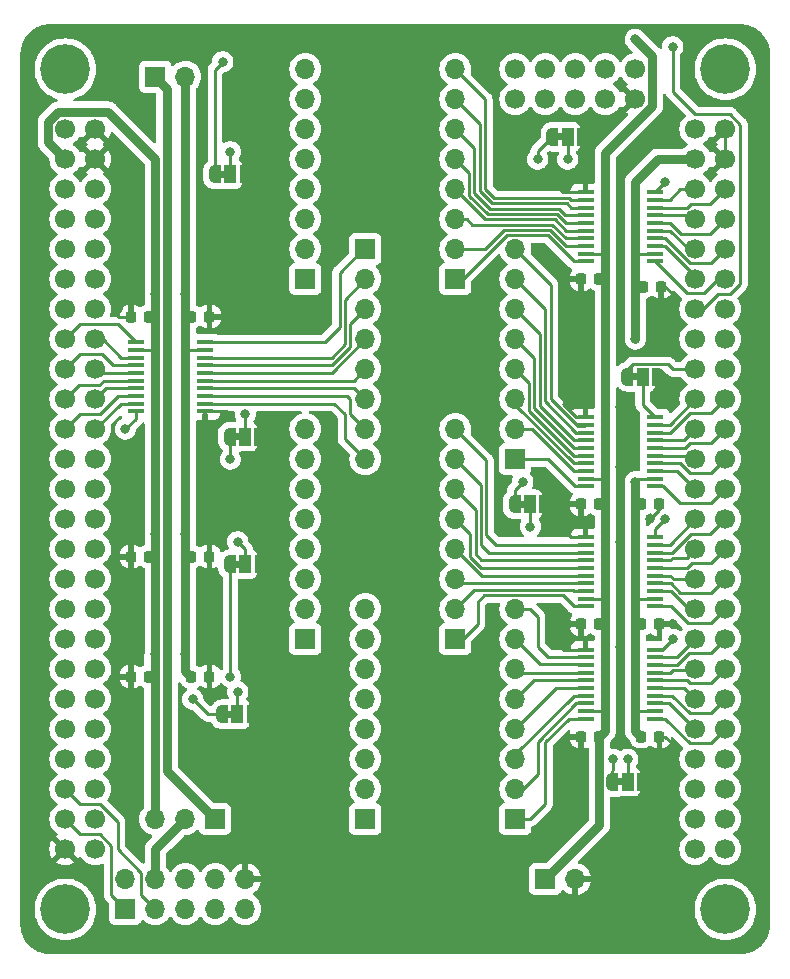
<source format=gtl>
G04 #@! TF.GenerationSoftware,KiCad,Pcbnew,7.0.1*
G04 #@! TF.CreationDate,2023-04-30T12:50:43-04:00*
G04 #@! TF.ProjectId,5v levelshifter board,3576206c-6576-4656-9c73-686966746572,rev?*
G04 #@! TF.SameCoordinates,Original*
G04 #@! TF.FileFunction,Copper,L1,Top*
G04 #@! TF.FilePolarity,Positive*
%FSLAX46Y46*%
G04 Gerber Fmt 4.6, Leading zero omitted, Abs format (unit mm)*
G04 Created by KiCad (PCBNEW 7.0.1) date 2023-04-30 12:50:43*
%MOMM*%
%LPD*%
G01*
G04 APERTURE LIST*
G04 Aperture macros list*
%AMRoundRect*
0 Rectangle with rounded corners*
0 $1 Rounding radius*
0 $2 $3 $4 $5 $6 $7 $8 $9 X,Y pos of 4 corners*
0 Add a 4 corners polygon primitive as box body*
4,1,4,$2,$3,$4,$5,$6,$7,$8,$9,$2,$3,0*
0 Add four circle primitives for the rounded corners*
1,1,$1+$1,$2,$3*
1,1,$1+$1,$4,$5*
1,1,$1+$1,$6,$7*
1,1,$1+$1,$8,$9*
0 Add four rect primitives between the rounded corners*
20,1,$1+$1,$2,$3,$4,$5,0*
20,1,$1+$1,$4,$5,$6,$7,0*
20,1,$1+$1,$6,$7,$8,$9,0*
20,1,$1+$1,$8,$9,$2,$3,0*%
%AMFreePoly0*
4,1,19,0.550000,-0.750000,0.000000,-0.750000,0.000000,-0.744911,-0.071157,-0.744911,-0.207708,-0.704816,-0.327430,-0.627875,-0.420627,-0.520320,-0.479746,-0.390866,-0.500000,-0.250000,-0.500000,0.250000,-0.479746,0.390866,-0.420627,0.520320,-0.327430,0.627875,-0.207708,0.704816,-0.071157,0.744911,0.000000,0.744911,0.000000,0.750000,0.550000,0.750000,0.550000,-0.750000,0.550000,-0.750000,
$1*%
%AMFreePoly1*
4,1,19,0.000000,0.744911,0.071157,0.744911,0.207708,0.704816,0.327430,0.627875,0.420627,0.520320,0.479746,0.390866,0.500000,0.250000,0.500000,-0.250000,0.479746,-0.390866,0.420627,-0.520320,0.327430,-0.627875,0.207708,-0.704816,0.071157,-0.744911,0.000000,-0.744911,0.000000,-0.750000,-0.550000,-0.750000,-0.550000,0.750000,0.000000,0.750000,0.000000,0.744911,0.000000,0.744911,
$1*%
G04 Aperture macros list end*
G04 #@! TA.AperFunction,SMDPad,CuDef*
%ADD10FreePoly0,0.000000*%
G04 #@! TD*
G04 #@! TA.AperFunction,SMDPad,CuDef*
%ADD11R,1.000000X1.500000*%
G04 #@! TD*
G04 #@! TA.AperFunction,SMDPad,CuDef*
%ADD12FreePoly1,0.000000*%
G04 #@! TD*
G04 #@! TA.AperFunction,ComponentPad*
%ADD13R,1.700000X1.700000*%
G04 #@! TD*
G04 #@! TA.AperFunction,ComponentPad*
%ADD14O,1.700000X1.700000*%
G04 #@! TD*
G04 #@! TA.AperFunction,SMDPad,CuDef*
%ADD15RoundRect,0.225000X0.225000X0.250000X-0.225000X0.250000X-0.225000X-0.250000X0.225000X-0.250000X0*%
G04 #@! TD*
G04 #@! TA.AperFunction,SMDPad,CuDef*
%ADD16RoundRect,0.225000X-0.225000X-0.250000X0.225000X-0.250000X0.225000X0.250000X-0.225000X0.250000X0*%
G04 #@! TD*
G04 #@! TA.AperFunction,SMDPad,CuDef*
%ADD17R,1.475000X0.450000*%
G04 #@! TD*
G04 #@! TA.AperFunction,WasherPad*
%ADD18C,4.200000*%
G04 #@! TD*
G04 #@! TA.AperFunction,ComponentPad*
%ADD19C,1.700000*%
G04 #@! TD*
G04 #@! TA.AperFunction,ViaPad*
%ADD20C,0.800000*%
G04 #@! TD*
G04 #@! TA.AperFunction,Conductor*
%ADD21C,0.800000*%
G04 #@! TD*
G04 #@! TA.AperFunction,Conductor*
%ADD22C,0.250000*%
G04 #@! TD*
G04 APERTURE END LIST*
G04 #@! TA.AperFunction,EtchedComponent*
G36*
X138000000Y-129205000D02*
G01*
X137500000Y-129205000D01*
X137500000Y-128605000D01*
X138000000Y-128605000D01*
X138000000Y-129205000D01*
G37*
G04 #@! TD.AperFunction*
G04 #@! TA.AperFunction,EtchedComponent*
G36*
X137395000Y-83485000D02*
G01*
X136895000Y-83485000D01*
X136895000Y-82885000D01*
X137395000Y-82885000D01*
X137395000Y-83485000D01*
G37*
G04 #@! TD.AperFunction*
G04 #@! TA.AperFunction,EtchedComponent*
G36*
X172320000Y-100630000D02*
G01*
X171820000Y-100630000D01*
X171820000Y-100030000D01*
X172320000Y-100030000D01*
X172320000Y-100630000D01*
G37*
G04 #@! TD.AperFunction*
G04 #@! TA.AperFunction,EtchedComponent*
G36*
X138665000Y-116505000D02*
G01*
X138165000Y-116505000D01*
X138165000Y-115905000D01*
X138665000Y-115905000D01*
X138665000Y-116505000D01*
G37*
G04 #@! TD.AperFunction*
G04 #@! TA.AperFunction,EtchedComponent*
G36*
X162765000Y-111425000D02*
G01*
X162265000Y-111425000D01*
X162265000Y-110825000D01*
X162765000Y-110825000D01*
X162765000Y-111425000D01*
G37*
G04 #@! TD.AperFunction*
G04 #@! TA.AperFunction,EtchedComponent*
G36*
X171050000Y-134920000D02*
G01*
X170550000Y-134920000D01*
X170550000Y-134320000D01*
X171050000Y-134320000D01*
X171050000Y-134920000D01*
G37*
G04 #@! TD.AperFunction*
G04 #@! TA.AperFunction,EtchedComponent*
G36*
X165970000Y-80310000D02*
G01*
X165470000Y-80310000D01*
X165470000Y-79710000D01*
X165970000Y-79710000D01*
X165970000Y-80310000D01*
G37*
G04 #@! TD.AperFunction*
G04 #@! TA.AperFunction,EtchedComponent*
G36*
X138635000Y-105710000D02*
G01*
X138135000Y-105710000D01*
X138135000Y-105110000D01*
X138635000Y-105110000D01*
X138635000Y-105710000D01*
G37*
G04 #@! TD.AperFunction*
D10*
X137100000Y-128905000D03*
D11*
X138400000Y-128905000D03*
D12*
X139700000Y-128905000D03*
D13*
X156845000Y-92075000D03*
D14*
X156845000Y-89535000D03*
X156845000Y-86995000D03*
X156845000Y-84455000D03*
X156845000Y-81915000D03*
X156845000Y-79375000D03*
X156845000Y-76835000D03*
X156845000Y-74295000D03*
D13*
X128905000Y-145415000D03*
D14*
X128905000Y-142875000D03*
X131445000Y-145415000D03*
X131445000Y-142875000D03*
X133985000Y-145415000D03*
X133985000Y-142875000D03*
X136525000Y-145415000D03*
X136525000Y-142875000D03*
X139065000Y-145415000D03*
X139065000Y-142875000D03*
D13*
X131445000Y-74930000D03*
D14*
X133985000Y-74930000D03*
D10*
X136495000Y-83185000D03*
D11*
X137795000Y-83185000D03*
D12*
X139095000Y-83185000D03*
D10*
X171420000Y-100330000D03*
D11*
X172720000Y-100330000D03*
D12*
X174020000Y-100330000D03*
D15*
X169050000Y-130810000D03*
X167500000Y-130810000D03*
D16*
X134480000Y-95250000D03*
X136030000Y-95250000D03*
D13*
X161925000Y-107315000D03*
D14*
X161925000Y-104775000D03*
X161925000Y-102235000D03*
X161925000Y-99695000D03*
X161925000Y-97155000D03*
X161925000Y-94615000D03*
X161925000Y-92075000D03*
X161925000Y-89535000D03*
D16*
X172580000Y-121285000D03*
X174130000Y-121285000D03*
X134480000Y-115570000D03*
X136030000Y-115570000D03*
D17*
X173753000Y-90555000D03*
X173753000Y-89905000D03*
X173753000Y-89255000D03*
X173753000Y-88605000D03*
X173753000Y-87955000D03*
X173753000Y-87305000D03*
X173753000Y-86655000D03*
X173753000Y-86005000D03*
X173753000Y-85355000D03*
X173753000Y-84705000D03*
X167877000Y-84705000D03*
X167877000Y-85355000D03*
X167877000Y-86005000D03*
X167877000Y-86655000D03*
X167877000Y-87305000D03*
X167877000Y-87955000D03*
X167877000Y-88605000D03*
X167877000Y-89255000D03*
X167877000Y-89905000D03*
X167877000Y-90555000D03*
D13*
X136510000Y-137795000D03*
D14*
X133970000Y-137795000D03*
X131430000Y-137795000D03*
D18*
X179705000Y-74295000D03*
X123825000Y-74295000D03*
X179705000Y-145425000D03*
X123825000Y-145425000D03*
D19*
X177165000Y-81915000D03*
X123825000Y-81915000D03*
X177165000Y-120015000D03*
X179705000Y-120015000D03*
X177165000Y-117475000D03*
X179705000Y-117475000D03*
X177165000Y-114935000D03*
X179705000Y-114935000D03*
X177165000Y-112395000D03*
X179705000Y-112395000D03*
X177165000Y-109855000D03*
X179705000Y-109855000D03*
X177165000Y-107315000D03*
X179705000Y-107315000D03*
X177165000Y-104775000D03*
X179705000Y-104775000D03*
X177165000Y-102235000D03*
X179705000Y-102235000D03*
X177165000Y-99695000D03*
X179705000Y-99695000D03*
X177165000Y-97155000D03*
X179705000Y-97155000D03*
X177165000Y-94615000D03*
X179705000Y-94615000D03*
X177165000Y-92075000D03*
X179705000Y-92075000D03*
X177165000Y-89535000D03*
X179705000Y-89535000D03*
X177165000Y-86995000D03*
X179705000Y-86995000D03*
X177165000Y-84455000D03*
X179705000Y-84455000D03*
X123825000Y-86995000D03*
X126365000Y-86995000D03*
X123825000Y-89535000D03*
X126365000Y-89535000D03*
X123825000Y-92075000D03*
X126365000Y-92075000D03*
X123825000Y-94615000D03*
X126365000Y-94615000D03*
X123825000Y-97155000D03*
X126365000Y-97155000D03*
X123825000Y-99695000D03*
X126365000Y-99695000D03*
X123825000Y-102235000D03*
X126365000Y-102235000D03*
X123825000Y-104775000D03*
X126365000Y-104775000D03*
X123825000Y-107315000D03*
X126365000Y-107315000D03*
X123825000Y-109855000D03*
X126365000Y-109855000D03*
X123825000Y-112395000D03*
X126365000Y-112395000D03*
X123825000Y-114935000D03*
X126365000Y-114935000D03*
X123825000Y-117475000D03*
X126365000Y-117475000D03*
X123825000Y-120015000D03*
X126365000Y-120015000D03*
X123825000Y-122555000D03*
X126365000Y-122555000D03*
X123825000Y-125095000D03*
X126365000Y-125095000D03*
X123825000Y-127635000D03*
X126365000Y-127635000D03*
X123825000Y-130175000D03*
X126365000Y-130175000D03*
X123825000Y-132715000D03*
X126365000Y-132715000D03*
X177165000Y-140335000D03*
X179705000Y-140335000D03*
X177165000Y-137795000D03*
X179705000Y-137795000D03*
X177165000Y-135255000D03*
X179705000Y-135255000D03*
X177165000Y-132715000D03*
X179705000Y-132715000D03*
X177165000Y-130175000D03*
X179705000Y-130175000D03*
X177165000Y-127635000D03*
X179705000Y-127635000D03*
X177165000Y-125095000D03*
X179705000Y-125095000D03*
X177165000Y-122555000D03*
X179705000Y-122555000D03*
X161925000Y-76835000D03*
X161925000Y-74295000D03*
X164465000Y-76835000D03*
X164465000Y-74295000D03*
X167005000Y-76835000D03*
X167005000Y-74295000D03*
X169545000Y-76835000D03*
X169545000Y-74295000D03*
X172085000Y-74295000D03*
X123825000Y-84455000D03*
X172085000Y-76835000D03*
X179705000Y-79375000D03*
X126365000Y-79375000D03*
X179705000Y-81915000D03*
X126365000Y-81915000D03*
X123825000Y-140335000D03*
X177165000Y-79375000D03*
X123825000Y-79375000D03*
X126365000Y-140335000D03*
X126365000Y-84455000D03*
X123825000Y-137795000D03*
X126365000Y-137795000D03*
X123825000Y-135255000D03*
X126365000Y-135255000D03*
D15*
X130950000Y-125730000D03*
X129400000Y-125730000D03*
X169050000Y-92075000D03*
X167500000Y-92075000D03*
D16*
X172580000Y-111125000D03*
X174130000Y-111125000D03*
X134480000Y-125730000D03*
X136030000Y-125730000D03*
D15*
X130950000Y-95250000D03*
X129400000Y-95250000D03*
D10*
X137765000Y-116205000D03*
D11*
X139065000Y-116205000D03*
D12*
X140365000Y-116205000D03*
D17*
X129777000Y-97405000D03*
X129777000Y-98055000D03*
X129777000Y-98705000D03*
X129777000Y-99355000D03*
X129777000Y-100005000D03*
X129777000Y-100655000D03*
X129777000Y-101305000D03*
X129777000Y-101955000D03*
X129777000Y-102605000D03*
X129777000Y-103255000D03*
X135653000Y-103255000D03*
X135653000Y-102605000D03*
X135653000Y-101955000D03*
X135653000Y-101305000D03*
X135653000Y-100655000D03*
X135653000Y-100005000D03*
X135653000Y-99355000D03*
X135653000Y-98705000D03*
X135653000Y-98055000D03*
X135653000Y-97405000D03*
D13*
X144145000Y-122555000D03*
D14*
X144145000Y-120015000D03*
X144145000Y-117475000D03*
X144145000Y-114935000D03*
X144145000Y-112395000D03*
X144145000Y-109855000D03*
X144145000Y-107315000D03*
X144145000Y-104775000D03*
D13*
X144145000Y-92075000D03*
D14*
X144145000Y-89535000D03*
X144145000Y-86995000D03*
X144145000Y-84455000D03*
X144145000Y-81915000D03*
X144145000Y-79375000D03*
X144145000Y-76835000D03*
X144145000Y-74295000D03*
D13*
X161925000Y-137795000D03*
D14*
X161925000Y-135255000D03*
X161925000Y-132715000D03*
X161925000Y-130175000D03*
X161925000Y-127635000D03*
X161925000Y-125095000D03*
X161925000Y-122555000D03*
X161925000Y-120015000D03*
D15*
X130950000Y-115570000D03*
X129400000Y-115570000D03*
D13*
X156845000Y-122555000D03*
D14*
X156845000Y-120015000D03*
X156845000Y-117475000D03*
X156845000Y-114935000D03*
X156845000Y-112395000D03*
X156845000Y-109855000D03*
X156845000Y-107315000D03*
X156845000Y-104775000D03*
D13*
X149225000Y-137795000D03*
D14*
X149225000Y-135255000D03*
X149225000Y-132715000D03*
X149225000Y-130175000D03*
X149225000Y-127635000D03*
X149225000Y-125095000D03*
X149225000Y-122555000D03*
X149225000Y-120015000D03*
D17*
X173753000Y-109605000D03*
X173753000Y-108955000D03*
X173753000Y-108305000D03*
X173753000Y-107655000D03*
X173753000Y-107005000D03*
X173753000Y-106355000D03*
X173753000Y-105705000D03*
X173753000Y-105055000D03*
X173753000Y-104405000D03*
X173753000Y-103755000D03*
X167877000Y-103755000D03*
X167877000Y-104405000D03*
X167877000Y-105055000D03*
X167877000Y-105705000D03*
X167877000Y-106355000D03*
X167877000Y-107005000D03*
X167877000Y-107655000D03*
X167877000Y-108305000D03*
X167877000Y-108955000D03*
X167877000Y-109605000D03*
D10*
X161865000Y-111125000D03*
D11*
X163165000Y-111125000D03*
D12*
X164465000Y-111125000D03*
D15*
X169050000Y-111125000D03*
X167500000Y-111125000D03*
D10*
X170150000Y-134620000D03*
D11*
X171450000Y-134620000D03*
D12*
X172750000Y-134620000D03*
D16*
X172580000Y-130810000D03*
X174130000Y-130810000D03*
D10*
X165070000Y-80010000D03*
D11*
X166370000Y-80010000D03*
D12*
X167670000Y-80010000D03*
D10*
X137735000Y-105410000D03*
D11*
X139035000Y-105410000D03*
D12*
X140335000Y-105410000D03*
D17*
X173753000Y-129290000D03*
X173753000Y-128640000D03*
X173753000Y-127990000D03*
X173753000Y-127340000D03*
X173753000Y-126690000D03*
X173753000Y-126040000D03*
X173753000Y-125390000D03*
X173753000Y-124740000D03*
X173753000Y-124090000D03*
X173753000Y-123440000D03*
X167877000Y-123440000D03*
X167877000Y-124090000D03*
X167877000Y-124740000D03*
X167877000Y-125390000D03*
X167877000Y-126040000D03*
X167877000Y-126690000D03*
X167877000Y-127340000D03*
X167877000Y-127990000D03*
X167877000Y-128640000D03*
X167877000Y-129290000D03*
D13*
X149225000Y-89535000D03*
D14*
X149225000Y-92075000D03*
X149225000Y-94615000D03*
X149225000Y-97155000D03*
X149225000Y-99695000D03*
X149225000Y-102235000D03*
X149225000Y-104775000D03*
X149225000Y-107315000D03*
D15*
X169050000Y-121285000D03*
X167500000Y-121285000D03*
D16*
X172720000Y-92710000D03*
X174270000Y-92710000D03*
D17*
X173753000Y-119765000D03*
X173753000Y-119115000D03*
X173753000Y-118465000D03*
X173753000Y-117815000D03*
X173753000Y-117165000D03*
X173753000Y-116515000D03*
X173753000Y-115865000D03*
X173753000Y-115215000D03*
X173753000Y-114565000D03*
X173753000Y-113915000D03*
X167877000Y-113915000D03*
X167877000Y-114565000D03*
X167877000Y-115215000D03*
X167877000Y-115865000D03*
X167877000Y-116515000D03*
X167877000Y-117165000D03*
X167877000Y-117815000D03*
X167877000Y-118465000D03*
X167877000Y-119115000D03*
X167877000Y-119765000D03*
D13*
X164460000Y-142875000D03*
D14*
X167000000Y-142875000D03*
D20*
X172085000Y-109220000D03*
X131445000Y-123825000D03*
X131445000Y-93345000D03*
X172085000Y-97155000D03*
X131445000Y-113665000D03*
X135890000Y-106680000D03*
X170815000Y-123190000D03*
X173355000Y-112395000D03*
X168275000Y-112395000D03*
X166370000Y-133985000D03*
X174625000Y-133350000D03*
X128905000Y-116840000D03*
X165735000Y-91440000D03*
X175260000Y-101600000D03*
X166370000Y-121285000D03*
X128905000Y-127000000D03*
X167640000Y-102235000D03*
X175260000Y-121285000D03*
X167640000Y-83185000D03*
X135890000Y-86360000D03*
X128270000Y-94615000D03*
X140970000Y-119380000D03*
X174625000Y-95250000D03*
X170815000Y-114300000D03*
X170815000Y-107950000D03*
X170815000Y-102870000D03*
X165735000Y-113030000D03*
X135890000Y-116840000D03*
X133985000Y-123825000D03*
X133985000Y-113665000D03*
X172085000Y-71755000D03*
X133985000Y-93345000D03*
X137795000Y-81280000D03*
X166370000Y-81915000D03*
X174625000Y-83820000D03*
X139065000Y-103505000D03*
X128905000Y-104775000D03*
X138430000Y-114300000D03*
X138430000Y-127000000D03*
X175260000Y-122555000D03*
X171450000Y-132715000D03*
X174625000Y-112395000D03*
X163195000Y-113030000D03*
X137160000Y-73660000D03*
X175260000Y-72390000D03*
X163830000Y-81915000D03*
X137795000Y-107315000D03*
X137795000Y-125730000D03*
X134620000Y-127635000D03*
X162560000Y-109220000D03*
X170180000Y-132715000D03*
D21*
X173990000Y-81915000D02*
X172085000Y-83820000D01*
X131445000Y-93345000D02*
X131445000Y-98425000D01*
X131430000Y-123840000D02*
X131430000Y-137795000D01*
X131445000Y-123825000D02*
X131430000Y-123840000D01*
X123224390Y-77925000D02*
X127455000Y-77925000D01*
X172085000Y-128905000D02*
X172085000Y-130315000D01*
D22*
X173753000Y-108955000D02*
X172350000Y-108955000D01*
D21*
X122375000Y-78774390D02*
X123224390Y-77925000D01*
D22*
X129777000Y-98055000D02*
X131075000Y-98055000D01*
X131075000Y-98055000D02*
X131445000Y-98425000D01*
X173753000Y-119115000D02*
X172350000Y-119115000D01*
D21*
X172085000Y-109220000D02*
X172085000Y-119380000D01*
D22*
X173753000Y-128640000D02*
X172350000Y-128640000D01*
D21*
X131445000Y-113665000D02*
X131445000Y-123825000D01*
X172085000Y-90170000D02*
X172085000Y-97155000D01*
D22*
X172350000Y-128640000D02*
X172085000Y-128905000D01*
D21*
X131445000Y-98425000D02*
X131445000Y-113665000D01*
D22*
X172350000Y-119115000D02*
X172085000Y-119380000D01*
D21*
X177165000Y-81915000D02*
X173990000Y-81915000D01*
X172085000Y-119380000D02*
X172085000Y-128905000D01*
X172085000Y-130315000D02*
X172580000Y-130810000D01*
X123825000Y-81915000D02*
X122375000Y-80465000D01*
D22*
X173753000Y-89905000D02*
X172350000Y-89905000D01*
D21*
X172085000Y-83820000D02*
X172085000Y-90170000D01*
X131445000Y-81915000D02*
X131445000Y-93345000D01*
X122375000Y-80465000D02*
X122375000Y-78774390D01*
D22*
X172350000Y-89905000D02*
X172085000Y-90170000D01*
D21*
X127455000Y-77925000D02*
X131445000Y-81915000D01*
D22*
X172350000Y-108955000D02*
X172085000Y-109220000D01*
X174130000Y-111125000D02*
X174130000Y-111620000D01*
X175260000Y-93345000D02*
X175260000Y-94615000D01*
X167005000Y-83185000D02*
X167640000Y-83185000D01*
X137545000Y-103255000D02*
X137545000Y-103755000D01*
X175260000Y-131445000D02*
X175260000Y-132715000D01*
X167077792Y-103755000D02*
X165963896Y-102641104D01*
X174130000Y-111620000D02*
X173355000Y-112395000D01*
X167877000Y-84705000D02*
X165985000Y-84705000D01*
X165985000Y-121670000D02*
X166370000Y-121285000D01*
X165985000Y-84705000D02*
X165735000Y-84455000D01*
X166370000Y-102235000D02*
X167640000Y-102235000D01*
X135890000Y-105410000D02*
X135890000Y-106680000D01*
X174625000Y-130810000D02*
X175260000Y-131445000D01*
X135653000Y-103255000D02*
X137545000Y-103255000D01*
X128270000Y-95250000D02*
X129400000Y-95250000D01*
X165985000Y-123440000D02*
X165985000Y-121670000D01*
X166620000Y-113915000D02*
X165735000Y-113030000D01*
X179705000Y-79375000D02*
X179705000Y-81915000D01*
X167877000Y-123440000D02*
X165985000Y-123440000D01*
X175260000Y-94615000D02*
X174625000Y-95250000D01*
X167877000Y-113915000D02*
X166620000Y-113915000D01*
X137545000Y-103755000D02*
X135890000Y-105410000D01*
X174625000Y-92710000D02*
X175260000Y-93345000D01*
X175260000Y-132715000D02*
X174625000Y-133350000D01*
X165963896Y-102641104D02*
X166370000Y-102235000D01*
X128270000Y-94615000D02*
X128270000Y-95250000D01*
X167877000Y-103755000D02*
X167077792Y-103755000D01*
X174270000Y-92710000D02*
X174625000Y-92710000D01*
X174130000Y-130810000D02*
X174625000Y-130810000D01*
X165735000Y-84455000D02*
X167005000Y-83185000D01*
D21*
X133985000Y-123825000D02*
X133985000Y-125235000D01*
D22*
X167877000Y-128640000D02*
X169280000Y-128640000D01*
D21*
X164460000Y-142875000D02*
X169050000Y-138285000D01*
X169050000Y-138285000D02*
X169050000Y-130810000D01*
X169545000Y-128905000D02*
X169545000Y-130315000D01*
X169545000Y-130315000D02*
X169050000Y-130810000D01*
X169545000Y-81425610D02*
X173535000Y-77435610D01*
D22*
X169280000Y-119115000D02*
X169545000Y-119380000D01*
D21*
X169545000Y-90170000D02*
X169545000Y-128905000D01*
X173535000Y-77435610D02*
X173535000Y-73205000D01*
X173535000Y-73205000D02*
X172085000Y-71755000D01*
D22*
X167877000Y-108955000D02*
X169280000Y-108955000D01*
X167877000Y-89905000D02*
X169280000Y-89905000D01*
X135653000Y-98055000D02*
X134355000Y-98055000D01*
X167877000Y-119115000D02*
X169280000Y-119115000D01*
D21*
X169545000Y-90170000D02*
X169545000Y-81425610D01*
D22*
X169280000Y-89905000D02*
X169545000Y-90170000D01*
X169280000Y-128640000D02*
X169545000Y-128905000D01*
D21*
X133985000Y-123825000D02*
X133985000Y-74930000D01*
X133985000Y-125235000D02*
X134480000Y-125730000D01*
D22*
X137795000Y-81280000D02*
X137795000Y-83185000D01*
X179705000Y-92075000D02*
X179070000Y-92075000D01*
X177895000Y-93250000D02*
X176448000Y-93250000D01*
X179070000Y-92075000D02*
X177895000Y-93250000D01*
X176448000Y-93250000D02*
X173753000Y-90555000D01*
X174586903Y-89255000D02*
X177165000Y-91833097D01*
X173753000Y-89255000D02*
X174586903Y-89255000D01*
X177165000Y-91833097D02*
X177165000Y-92075000D01*
X173753000Y-88605000D02*
X174573299Y-88605000D01*
X178530000Y-90710000D02*
X179705000Y-89535000D01*
X176678299Y-90710000D02*
X178530000Y-90710000D01*
X174573299Y-88605000D02*
X176678299Y-90710000D01*
X173753000Y-87955000D02*
X175029104Y-87955000D01*
X175029104Y-87955000D02*
X176609104Y-89535000D01*
X176609104Y-89535000D02*
X177165000Y-89535000D01*
X178435000Y-88265000D02*
X179705000Y-86995000D01*
X175975500Y-88265000D02*
X178435000Y-88265000D01*
X175015500Y-87305000D02*
X175975500Y-88265000D01*
X173753000Y-87305000D02*
X175015500Y-87305000D01*
X176825000Y-86655000D02*
X177165000Y-86995000D01*
X173753000Y-86655000D02*
X176825000Y-86655000D01*
X176493299Y-86005000D02*
X176773299Y-85725000D01*
X176773299Y-85725000D02*
X178435000Y-85725000D01*
X178435000Y-85725000D02*
X179705000Y-84455000D01*
X173753000Y-86005000D02*
X176493299Y-86005000D01*
X174995000Y-85355000D02*
X175895000Y-84455000D01*
X173753000Y-85355000D02*
X174995000Y-85355000D01*
X175895000Y-84455000D02*
X177165000Y-84455000D01*
X166370000Y-81915000D02*
X166370000Y-80010000D01*
X173753000Y-84705000D02*
X174625000Y-83833000D01*
X174625000Y-83833000D02*
X174625000Y-83820000D01*
X166636396Y-85355000D02*
X166491396Y-85210000D01*
X159370000Y-84434416D02*
X159370000Y-76820000D01*
X167877000Y-85355000D02*
X166636396Y-85355000D01*
X160145584Y-85210000D02*
X159370000Y-84434416D01*
X159370000Y-76820000D02*
X156845000Y-74295000D01*
X166491396Y-85210000D02*
X160145584Y-85210000D01*
X166650000Y-86005000D02*
X166305000Y-85660000D01*
X166305000Y-85660000D02*
X159959188Y-85660000D01*
X158920000Y-84620812D02*
X158920000Y-78910000D01*
X159959188Y-85660000D02*
X158920000Y-84620812D01*
X158920000Y-78910000D02*
X156845000Y-76835000D01*
X167877000Y-86005000D02*
X166650000Y-86005000D01*
X166171480Y-86655000D02*
X165626480Y-86110000D01*
X165626480Y-86110000D02*
X159772792Y-86110000D01*
X159772792Y-86110000D02*
X158470000Y-84807208D01*
X167877000Y-86655000D02*
X166171480Y-86655000D01*
X158470000Y-84807208D02*
X158470000Y-81000000D01*
X158470000Y-81000000D02*
X156845000Y-79375000D01*
X165440084Y-86560000D02*
X159586396Y-86560000D01*
X167877000Y-87305000D02*
X166185084Y-87305000D01*
X166185084Y-87305000D02*
X165440084Y-86560000D01*
X159586396Y-86560000D02*
X158020000Y-84993604D01*
X158020000Y-83090000D02*
X156845000Y-81915000D01*
X158020000Y-84993604D02*
X158020000Y-83090000D01*
X159400000Y-87010000D02*
X156845000Y-84455000D01*
X165253688Y-87010000D02*
X159400000Y-87010000D01*
X166198688Y-87955000D02*
X165253688Y-87010000D01*
X167877000Y-87955000D02*
X166198688Y-87955000D01*
X167877000Y-88605000D02*
X166212292Y-88605000D01*
X166212292Y-88605000D02*
X165067292Y-87460000D01*
X157820000Y-86995000D02*
X156845000Y-86995000D01*
X158285000Y-87460000D02*
X157820000Y-86995000D01*
X165067292Y-87460000D02*
X158285000Y-87460000D01*
X166225896Y-89255000D02*
X164880896Y-87910000D01*
X159383604Y-89535000D02*
X156845000Y-89535000D01*
X164880896Y-87910000D02*
X161008604Y-87910000D01*
X161008604Y-87910000D02*
X159383604Y-89535000D01*
X167877000Y-89255000D02*
X166225896Y-89255000D01*
X157480000Y-92075000D02*
X156845000Y-92075000D01*
X166889500Y-90555000D02*
X164694500Y-88360000D01*
X167877000Y-90555000D02*
X166889500Y-90555000D01*
X161195000Y-88360000D02*
X157480000Y-92075000D01*
X164694500Y-88360000D02*
X161195000Y-88360000D01*
X125095000Y-95885000D02*
X123825000Y-97155000D01*
X128257000Y-95885000D02*
X125095000Y-95885000D01*
X129777000Y-97405000D02*
X128257000Y-95885000D01*
X128550000Y-98705000D02*
X127000000Y-97155000D01*
X129777000Y-98705000D02*
X128550000Y-98705000D01*
X127000000Y-97155000D02*
X126365000Y-97155000D01*
X125095000Y-98425000D02*
X123825000Y-99695000D01*
X127876701Y-99355000D02*
X126946701Y-98425000D01*
X126946701Y-98425000D02*
X125095000Y-98425000D01*
X129777000Y-99355000D02*
X127876701Y-99355000D01*
X129777000Y-100005000D02*
X126675000Y-100005000D01*
X126675000Y-100005000D02*
X126365000Y-99695000D01*
X129777000Y-100655000D02*
X127066701Y-100655000D01*
X127066701Y-100655000D02*
X126661701Y-101060000D01*
X125000000Y-101060000D02*
X123825000Y-102235000D01*
X126661701Y-101060000D02*
X125000000Y-101060000D01*
X129777000Y-101305000D02*
X127295000Y-101305000D01*
X127295000Y-101305000D02*
X126365000Y-102235000D01*
X125095000Y-103505000D02*
X123825000Y-104775000D01*
X129777000Y-101955000D02*
X128306701Y-101955000D01*
X126756701Y-103505000D02*
X125095000Y-103505000D01*
X128306701Y-101955000D02*
X126756701Y-103505000D01*
X128535000Y-102605000D02*
X126365000Y-104775000D01*
X129777000Y-102605000D02*
X128535000Y-102605000D01*
X129777000Y-103255000D02*
X129777000Y-103903000D01*
X139035000Y-105410000D02*
X139065000Y-103505000D01*
X129777000Y-103903000D02*
X128905000Y-104775000D01*
X146605000Y-102605000D02*
X135653000Y-102605000D01*
X149225000Y-107315000D02*
X147505000Y-105595000D01*
X147505000Y-103505000D02*
X146605000Y-102605000D01*
X147505000Y-105595000D02*
X147505000Y-103505000D01*
X147955000Y-102235000D02*
X147955000Y-103505000D01*
X135653000Y-101955000D02*
X147675000Y-101955000D01*
X147955000Y-103505000D02*
X149225000Y-104775000D01*
X147675000Y-101955000D02*
X147955000Y-102235000D01*
X135653000Y-101305000D02*
X148295000Y-101305000D01*
X148295000Y-101305000D02*
X149225000Y-102235000D01*
X135653000Y-100655000D02*
X148265000Y-100655000D01*
X148265000Y-100655000D02*
X149225000Y-99695000D01*
X146375000Y-100005000D02*
X149225000Y-97155000D01*
X135653000Y-100005000D02*
X146375000Y-100005000D01*
X135653000Y-99355000D02*
X146388604Y-99355000D01*
X147955000Y-97788604D02*
X147955000Y-95885000D01*
X147955000Y-95885000D02*
X149225000Y-94615000D01*
X146388604Y-99355000D02*
X147955000Y-97788604D01*
X147505000Y-97602208D02*
X147505000Y-93795000D01*
X147505000Y-93795000D02*
X149225000Y-92075000D01*
X146402208Y-98705000D02*
X147505000Y-97602208D01*
X135653000Y-98705000D02*
X146402208Y-98705000D01*
X149035000Y-89535000D02*
X149225000Y-89535000D01*
X145800000Y-97405000D02*
X147055000Y-96150000D01*
X147055000Y-96150000D02*
X147055000Y-91515000D01*
X147055000Y-91515000D02*
X149035000Y-89535000D01*
X135653000Y-97405000D02*
X145800000Y-97405000D01*
X139065000Y-114935000D02*
X138430000Y-114300000D01*
X139065000Y-116205000D02*
X139065000Y-114935000D01*
X138400000Y-128905000D02*
X138400000Y-127030000D01*
X138400000Y-127030000D02*
X138430000Y-127000000D01*
X173753000Y-129290000D02*
X174618299Y-129290000D01*
X174618299Y-129290000D02*
X176678299Y-131350000D01*
X178530000Y-131350000D02*
X179705000Y-130175000D01*
X176678299Y-131350000D02*
X178530000Y-131350000D01*
X174980000Y-127990000D02*
X177165000Y-130175000D01*
X173753000Y-127990000D02*
X174980000Y-127990000D01*
X178530000Y-128810000D02*
X179705000Y-127635000D01*
X175208299Y-127340000D02*
X176678299Y-128810000D01*
X173753000Y-127340000D02*
X175208299Y-127340000D01*
X176678299Y-128810000D02*
X178530000Y-128810000D01*
X173753000Y-126690000D02*
X176220000Y-126690000D01*
X176220000Y-126690000D02*
X177165000Y-127635000D01*
X178530000Y-126270000D02*
X179705000Y-125095000D01*
X176448299Y-126040000D02*
X176678299Y-126270000D01*
X176678299Y-126270000D02*
X178530000Y-126270000D01*
X173753000Y-126040000D02*
X176448299Y-126040000D01*
X173753000Y-125390000D02*
X175060000Y-125390000D01*
X175260000Y-125190000D02*
X177070000Y-125190000D01*
X175060000Y-125390000D02*
X175260000Y-125190000D01*
X177070000Y-125190000D02*
X177165000Y-125095000D01*
X175616396Y-124740000D02*
X176626396Y-123730000D01*
X178530000Y-123730000D02*
X179705000Y-122555000D01*
X176626396Y-123730000D02*
X178530000Y-123730000D01*
X173753000Y-124740000D02*
X175616396Y-124740000D01*
X175630000Y-124090000D02*
X177165000Y-122555000D01*
X173753000Y-124090000D02*
X175630000Y-124090000D01*
X173753000Y-123440000D02*
X174375000Y-123440000D01*
X174375000Y-123440000D02*
X175260000Y-122555000D01*
X171450000Y-132715000D02*
X171450000Y-134620000D01*
X161925000Y-120015000D02*
X163195000Y-120015000D01*
X163830000Y-120650000D02*
X163830000Y-123190000D01*
X164730000Y-124090000D02*
X167877000Y-124090000D01*
X163195000Y-120015000D02*
X163830000Y-120650000D01*
X163830000Y-123190000D02*
X164730000Y-124090000D01*
X167777000Y-124640000D02*
X164010000Y-124640000D01*
X167877000Y-124740000D02*
X167777000Y-124640000D01*
X164010000Y-124640000D02*
X161925000Y-122555000D01*
X162220000Y-125390000D02*
X161925000Y-125095000D01*
X167877000Y-125390000D02*
X162220000Y-125390000D01*
X167877000Y-126040000D02*
X163520000Y-126040000D01*
X163520000Y-126040000D02*
X161925000Y-127635000D01*
X165410000Y-126690000D02*
X161925000Y-130175000D01*
X167877000Y-126690000D02*
X165410000Y-126690000D01*
X161925000Y-132304500D02*
X161925000Y-132715000D01*
X167877000Y-127340000D02*
X166889500Y-127340000D01*
X166889500Y-127340000D02*
X161925000Y-132304500D01*
X163830000Y-131265000D02*
X167105000Y-127990000D01*
X162560000Y-135255000D02*
X163830000Y-133985000D01*
X161925000Y-135255000D02*
X162560000Y-135255000D01*
X163830000Y-133985000D02*
X163830000Y-131265000D01*
X167105000Y-127990000D02*
X167877000Y-127990000D01*
X163195000Y-137795000D02*
X164465000Y-136525000D01*
X164465000Y-136525000D02*
X164465000Y-131266396D01*
X166441396Y-129290000D02*
X167877000Y-129290000D01*
X161925000Y-137795000D02*
X163195000Y-137795000D01*
X164465000Y-131266396D02*
X166441396Y-129290000D01*
X175105000Y-119765000D02*
X176530000Y-121190000D01*
X176530000Y-121190000D02*
X178530000Y-121190000D01*
X173753000Y-119765000D02*
X175105000Y-119765000D01*
X178530000Y-121190000D02*
X179705000Y-120015000D01*
X175087208Y-118465000D02*
X176637208Y-120015000D01*
X173753000Y-118465000D02*
X175087208Y-118465000D01*
X176637208Y-120015000D02*
X177165000Y-120015000D01*
X175073604Y-117815000D02*
X175908604Y-118650000D01*
X175908604Y-118650000D02*
X178530000Y-118650000D01*
X173753000Y-117815000D02*
X175073604Y-117815000D01*
X178530000Y-118650000D02*
X179705000Y-117475000D01*
X175060000Y-117165000D02*
X175370000Y-117475000D01*
X173753000Y-117165000D02*
X175060000Y-117165000D01*
X175370000Y-117475000D02*
X177165000Y-117475000D01*
X178530000Y-116110000D02*
X179705000Y-114935000D01*
X173753000Y-116515000D02*
X176463299Y-116515000D01*
X176868299Y-116110000D02*
X178530000Y-116110000D01*
X176463299Y-116515000D02*
X176868299Y-116110000D01*
X175260000Y-115665000D02*
X176435000Y-115665000D01*
X173753000Y-115865000D02*
X175060000Y-115865000D01*
X176435000Y-115665000D02*
X177165000Y-114935000D01*
X175060000Y-115865000D02*
X175260000Y-115665000D01*
X173753000Y-115215000D02*
X175223299Y-115215000D01*
X176773299Y-113665000D02*
X178435000Y-113665000D01*
X178435000Y-113665000D02*
X179705000Y-112395000D01*
X175223299Y-115215000D02*
X176773299Y-113665000D01*
X173753000Y-114565000D02*
X174995000Y-114565000D01*
X174995000Y-114565000D02*
X177165000Y-112395000D01*
X163195000Y-111155000D02*
X163165000Y-111125000D01*
X173753000Y-113267000D02*
X174625000Y-112395000D01*
X163195000Y-113030000D02*
X163195000Y-111155000D01*
X173753000Y-113915000D02*
X173753000Y-113267000D01*
X159465698Y-113745698D02*
X159465698Y-107395698D01*
X160285000Y-114565000D02*
X159465698Y-113745698D01*
X167877000Y-114565000D02*
X160285000Y-114565000D01*
X159465698Y-107395698D02*
X156845000Y-104775000D01*
X159665000Y-115215000D02*
X159015698Y-114565698D01*
X159015698Y-114565698D02*
X159015698Y-109485698D01*
X159015698Y-109485698D02*
X156845000Y-107315000D01*
X167877000Y-115215000D02*
X159665000Y-115215000D01*
X158565698Y-115382906D02*
X158565698Y-111575698D01*
X159047792Y-115865000D02*
X158565698Y-115382906D01*
X167877000Y-115865000D02*
X159047792Y-115865000D01*
X158565698Y-111575698D02*
X156845000Y-109855000D01*
X167877000Y-116515000D02*
X159061396Y-116515000D01*
X159061396Y-116515000D02*
X158115698Y-115569302D01*
X158115698Y-113665698D02*
X156845000Y-112395000D01*
X158115698Y-115569302D02*
X158115698Y-113665698D01*
X159075000Y-117165000D02*
X156845000Y-114935000D01*
X167877000Y-117165000D02*
X159075000Y-117165000D01*
X157185000Y-117815000D02*
X156845000Y-117475000D01*
X167877000Y-117815000D02*
X157185000Y-117815000D01*
X166814500Y-118390000D02*
X158470000Y-118390000D01*
X166889500Y-118465000D02*
X166814500Y-118390000D01*
X158470000Y-118390000D02*
X156845000Y-120015000D01*
X167877000Y-118465000D02*
X166889500Y-118465000D01*
X157480000Y-122555000D02*
X158750000Y-121285000D01*
X158750000Y-119380000D02*
X159290000Y-118840000D01*
X158750000Y-121285000D02*
X158750000Y-119380000D01*
X159290000Y-118840000D02*
X165989500Y-118840000D01*
X166914500Y-119765000D02*
X167877000Y-119765000D01*
X156845000Y-122555000D02*
X157480000Y-122555000D01*
X165989500Y-118840000D02*
X166914500Y-119765000D01*
X178530000Y-111030000D02*
X179705000Y-109855000D01*
X173753000Y-109605000D02*
X174470000Y-109605000D01*
X175895000Y-111030000D02*
X178530000Y-111030000D01*
X174470000Y-109605000D02*
X175895000Y-111030000D01*
X175615000Y-108305000D02*
X177165000Y-109855000D01*
X173753000Y-108305000D02*
X175615000Y-108305000D01*
X176678299Y-108490000D02*
X178530000Y-108490000D01*
X178530000Y-108490000D02*
X179705000Y-107315000D01*
X173753000Y-107655000D02*
X175843299Y-107655000D01*
X175843299Y-107655000D02*
X176678299Y-108490000D01*
X173753000Y-107005000D02*
X176855000Y-107005000D01*
X176855000Y-107005000D02*
X177165000Y-107315000D01*
X178530000Y-105950000D02*
X179705000Y-104775000D01*
X176273299Y-106355000D02*
X176678299Y-105950000D01*
X176678299Y-105950000D02*
X178530000Y-105950000D01*
X173753000Y-106355000D02*
X176273299Y-106355000D01*
X173753000Y-105705000D02*
X176235000Y-105705000D01*
X176235000Y-105705000D02*
X177165000Y-104775000D01*
X178530000Y-103410000D02*
X179705000Y-102235000D01*
X176678299Y-103410000D02*
X178530000Y-103410000D01*
X175033299Y-105055000D02*
X176678299Y-103410000D01*
X173753000Y-105055000D02*
X175033299Y-105055000D01*
X174995000Y-104405000D02*
X173753000Y-104405000D01*
X177165000Y-102235000D02*
X174995000Y-104405000D01*
X172720000Y-100330000D02*
X172720000Y-102722000D01*
X172720000Y-102722000D02*
X173753000Y-103755000D01*
X167877000Y-104405000D02*
X167777000Y-104505000D01*
X167777000Y-104505000D02*
X167191396Y-104505000D01*
X164915000Y-92525000D02*
X161925000Y-89535000D01*
X167191396Y-104505000D02*
X164915000Y-102228604D01*
X164915000Y-102228604D02*
X164915000Y-92525000D01*
X164465000Y-102415000D02*
X164465000Y-94615000D01*
X167877000Y-105055000D02*
X167105000Y-105055000D01*
X164465000Y-94615000D02*
X161925000Y-92075000D01*
X167105000Y-105055000D02*
X164465000Y-102415000D01*
X167877000Y-105705000D02*
X166914500Y-105705000D01*
X166914500Y-105705000D02*
X164000000Y-102790500D01*
X164000000Y-102790500D02*
X164000000Y-96690000D01*
X164000000Y-96690000D02*
X161925000Y-94615000D01*
X167877000Y-106355000D02*
X166914500Y-106355000D01*
X163550000Y-102990500D02*
X163550000Y-98780000D01*
X163550000Y-98780000D02*
X161925000Y-97155000D01*
X166914500Y-106355000D02*
X163550000Y-102990500D01*
X167877000Y-107005000D02*
X166875896Y-107005000D01*
X163100000Y-103229104D02*
X163100000Y-100870000D01*
X166875896Y-107005000D02*
X163100000Y-103229104D01*
X163100000Y-100870000D02*
X161925000Y-99695000D01*
X167877000Y-107655000D02*
X166889500Y-107655000D01*
X166889500Y-107655000D02*
X161925000Y-102690500D01*
X161925000Y-102690500D02*
X161925000Y-102235000D01*
X167877000Y-108305000D02*
X166889500Y-108305000D01*
X163359500Y-104775000D02*
X161925000Y-104775000D01*
X166889500Y-108305000D02*
X163359500Y-104775000D01*
X167877000Y-109605000D02*
X167005000Y-109605000D01*
X161925000Y-107315000D02*
X164715000Y-107315000D01*
X164715000Y-107315000D02*
X167005000Y-109605000D01*
D21*
X132445001Y-133699999D02*
X132445000Y-75930000D01*
X132445000Y-75930000D02*
X131445000Y-74930000D01*
X136510000Y-137795000D02*
X132430000Y-133715000D01*
X132430000Y-133715000D02*
X132445001Y-133699999D01*
D22*
X127730000Y-140038299D02*
X126756701Y-139065000D01*
X125095000Y-139065000D02*
X123825000Y-137795000D01*
X126756701Y-139065000D02*
X125095000Y-139065000D01*
X128905000Y-145415000D02*
X127730000Y-144240000D01*
X127730000Y-144240000D02*
X127730000Y-140038299D01*
X125095000Y-136525000D02*
X126756701Y-136525000D01*
X123825000Y-135255000D02*
X125095000Y-136525000D01*
X130270000Y-144240000D02*
X131445000Y-145415000D01*
X126756701Y-136525000D02*
X128270000Y-138038299D01*
X130270000Y-142335000D02*
X130270000Y-144240000D01*
X128270000Y-140335000D02*
X130270000Y-142335000D01*
X128270000Y-138038299D02*
X128270000Y-140335000D01*
D21*
X131445000Y-142875000D02*
X131445000Y-140320000D01*
X131445000Y-140320000D02*
X133970000Y-137795000D01*
D22*
X177801396Y-94615000D02*
X179071396Y-93345000D01*
X179071396Y-93345000D02*
X180096701Y-93345000D01*
X175260000Y-76200000D02*
X175260000Y-72390000D01*
X177165000Y-94615000D02*
X177801396Y-94615000D01*
X180096701Y-93345000D02*
X180975000Y-92466701D01*
X177165000Y-78105000D02*
X175260000Y-76200000D01*
X180975000Y-92466701D02*
X180975000Y-78983299D01*
X180096701Y-78105000D02*
X177165000Y-78105000D01*
X136495000Y-74325000D02*
X137160000Y-73660000D01*
X180975000Y-78983299D02*
X180096701Y-78105000D01*
X136495000Y-83185000D02*
X136495000Y-74325000D01*
X163830000Y-81250000D02*
X163830000Y-81915000D01*
X165070000Y-80010000D02*
X163830000Y-81250000D01*
X137735000Y-105410000D02*
X137795000Y-107315000D01*
X137795000Y-116235000D02*
X137765000Y-116205000D01*
X137795000Y-125730000D02*
X137795000Y-116235000D01*
X135890000Y-128905000D02*
X134620000Y-127635000D01*
X137100000Y-128905000D02*
X135890000Y-128905000D01*
X171420000Y-99725000D02*
X171420000Y-100330000D01*
X171890000Y-99255000D02*
X171420000Y-99725000D01*
X177165000Y-99695000D02*
X175260000Y-99695000D01*
X175260000Y-99695000D02*
X174820000Y-99255000D01*
X174820000Y-99255000D02*
X171890000Y-99255000D01*
X161865000Y-111125000D02*
X161865000Y-109915000D01*
X161865000Y-109915000D02*
X162560000Y-109220000D01*
X170150000Y-134620000D02*
X170180000Y-132715000D01*
G04 #@! TA.AperFunction,Conductor*
G36*
X128548435Y-103639003D02*
G01*
X128583414Y-103689382D01*
X128595702Y-103722328D01*
X128617493Y-103751437D01*
X128639900Y-103801846D01*
X128638226Y-103856984D01*
X128612803Y-103905941D01*
X128568661Y-103939026D01*
X128452269Y-103990848D01*
X128299129Y-104102110D01*
X128172466Y-104242783D01*
X128077820Y-104406715D01*
X128019326Y-104586742D01*
X127999540Y-104775000D01*
X128019326Y-104963257D01*
X128077820Y-105143284D01*
X128172466Y-105307216D01*
X128299129Y-105447889D01*
X128452269Y-105559151D01*
X128625197Y-105636144D01*
X128810352Y-105675500D01*
X128810354Y-105675500D01*
X128999646Y-105675500D01*
X128999648Y-105675500D01*
X129136561Y-105646398D01*
X129184803Y-105636144D01*
X129357730Y-105559151D01*
X129390053Y-105535667D01*
X129510870Y-105447889D01*
X129637533Y-105307216D01*
X129732179Y-105143284D01*
X129750129Y-105088039D01*
X129790674Y-104963256D01*
X129808322Y-104795341D01*
X129819720Y-104754927D01*
X129843957Y-104720632D01*
X130160789Y-104403800D01*
X130176885Y-104390906D01*
X130178873Y-104388787D01*
X130178877Y-104388786D01*
X130224948Y-104339723D01*
X130227566Y-104337023D01*
X130247120Y-104317471D01*
X130249581Y-104314298D01*
X130257156Y-104305427D01*
X130287062Y-104273582D01*
X130296717Y-104256018D01*
X130307394Y-104239764D01*
X130319673Y-104223936D01*
X130319673Y-104223935D01*
X130322527Y-104220257D01*
X130370546Y-104182772D01*
X130430623Y-104172679D01*
X130488256Y-104192414D01*
X130529536Y-104237213D01*
X130544500Y-104296265D01*
X130544500Y-113611308D01*
X130543821Y-113624269D01*
X130539540Y-113665000D01*
X130543821Y-113705731D01*
X130544500Y-113718692D01*
X130544500Y-114525976D01*
X130533877Y-114576192D01*
X130503829Y-114617804D01*
X130459503Y-114643682D01*
X130416301Y-114657997D01*
X130271954Y-114747031D01*
X130262325Y-114756661D01*
X130206738Y-114788753D01*
X130142551Y-114788753D01*
X130086965Y-114756659D01*
X130077732Y-114747426D01*
X129933486Y-114658453D01*
X129772606Y-114605143D01*
X129673315Y-114595000D01*
X129650000Y-114595000D01*
X129650000Y-116544999D01*
X129673315Y-116544999D01*
X129772605Y-116534856D01*
X129933484Y-116481546D01*
X130077732Y-116392572D01*
X130086963Y-116383341D01*
X130142551Y-116351245D01*
X130206741Y-116351245D01*
X130262329Y-116383341D01*
X130271957Y-116392969D01*
X130416301Y-116482002D01*
X130416303Y-116482003D01*
X130455798Y-116495090D01*
X130459503Y-116496318D01*
X130503829Y-116522196D01*
X130533877Y-116563808D01*
X130544500Y-116614024D01*
X130544500Y-123643588D01*
X130543819Y-123656564D01*
X130542858Y-123665697D01*
X130539315Y-123684809D01*
X130535686Y-123698351D01*
X130532136Y-123766091D01*
X130531627Y-123772554D01*
X130529500Y-123792802D01*
X130529500Y-123813168D01*
X130529330Y-123819657D01*
X130525780Y-123887387D01*
X130527973Y-123901227D01*
X130529500Y-123920626D01*
X130529500Y-124690947D01*
X130518877Y-124741163D01*
X130488828Y-124782775D01*
X130444504Y-124808652D01*
X130429896Y-124813492D01*
X130416305Y-124817996D01*
X130271951Y-124907034D01*
X130262325Y-124916661D01*
X130206738Y-124948753D01*
X130142551Y-124948753D01*
X130086965Y-124916659D01*
X130077732Y-124907426D01*
X129933486Y-124818453D01*
X129772606Y-124765143D01*
X129673315Y-124755000D01*
X129650000Y-124755000D01*
X129650000Y-126704999D01*
X129673315Y-126704999D01*
X129772605Y-126694856D01*
X129933484Y-126641546D01*
X130077732Y-126552572D01*
X130086963Y-126543341D01*
X130142551Y-126511245D01*
X130206741Y-126511245D01*
X130262329Y-126543341D01*
X130271954Y-126552967D01*
X130271956Y-126552968D01*
X130416303Y-126642003D01*
X130444504Y-126651347D01*
X130488828Y-126677225D01*
X130518877Y-126718837D01*
X130529500Y-126769053D01*
X130529500Y-136734242D01*
X130520061Y-136781695D01*
X130493181Y-136821923D01*
X130391505Y-136923598D01*
X130255965Y-137117170D01*
X130156097Y-137331336D01*
X130094936Y-137559592D01*
X130074340Y-137795000D01*
X130094936Y-138030407D01*
X130115554Y-138107353D01*
X130156097Y-138258663D01*
X130255965Y-138472830D01*
X130391505Y-138666401D01*
X130558599Y-138833495D01*
X130752170Y-138969035D01*
X130966337Y-139068903D01*
X131040580Y-139088796D01*
X131118722Y-139109734D01*
X131174309Y-139141828D01*
X131206403Y-139197415D01*
X131206403Y-139261603D01*
X131174309Y-139317190D01*
X130865264Y-139626235D01*
X130850472Y-139638869D01*
X130839130Y-139647110D01*
X130793751Y-139697508D01*
X130789288Y-139702212D01*
X130774874Y-139716626D01*
X130762058Y-139732451D01*
X130757852Y-139737376D01*
X130712466Y-139787784D01*
X130705458Y-139799922D01*
X130694442Y-139815950D01*
X130685619Y-139826845D01*
X130654818Y-139887295D01*
X130651722Y-139892996D01*
X130617822Y-139951713D01*
X130613488Y-139965052D01*
X130606044Y-139983022D01*
X130599680Y-139995512D01*
X130582126Y-140061017D01*
X130580284Y-140067234D01*
X130559325Y-140131743D01*
X130557860Y-140145686D01*
X130554315Y-140164814D01*
X130550686Y-140178355D01*
X130547136Y-140246091D01*
X130546627Y-140252554D01*
X130544500Y-140272802D01*
X130544500Y-140293174D01*
X130544330Y-140299663D01*
X130540781Y-140367388D01*
X130542973Y-140381227D01*
X130544500Y-140400626D01*
X130544500Y-141425547D01*
X130530985Y-141481842D01*
X130493385Y-141525865D01*
X130439898Y-141548020D01*
X130382182Y-141543478D01*
X130332819Y-141513228D01*
X128931819Y-140112228D01*
X128904939Y-140072000D01*
X128895500Y-140024547D01*
X128895500Y-138121043D01*
X128897764Y-138100536D01*
X128895561Y-138030426D01*
X128895500Y-138026531D01*
X128895500Y-137998952D01*
X128894997Y-137994971D01*
X128894080Y-137983318D01*
X128892709Y-137939672D01*
X128887120Y-137920439D01*
X128883174Y-137901381D01*
X128880664Y-137881505D01*
X128864588Y-137840903D01*
X128860804Y-137829852D01*
X128850678Y-137795000D01*
X128848618Y-137787909D01*
X128838414Y-137770654D01*
X128829861Y-137753194D01*
X128822486Y-137734568D01*
X128822486Y-137734567D01*
X128796808Y-137699224D01*
X128790401Y-137689470D01*
X128768169Y-137651878D01*
X128754006Y-137637715D01*
X128741367Y-137622916D01*
X128729595Y-137606712D01*
X128695941Y-137578872D01*
X128687299Y-137571008D01*
X127410774Y-136294483D01*
X127378667Y-136238845D01*
X127378708Y-136174606D01*
X127400255Y-136137376D01*
X127397272Y-136135287D01*
X127403491Y-136126404D01*
X127403495Y-136126401D01*
X127539035Y-135932830D01*
X127638903Y-135718663D01*
X127700063Y-135490408D01*
X127720659Y-135255000D01*
X127700063Y-135019592D01*
X127638903Y-134791337D01*
X127539035Y-134577171D01*
X127403495Y-134383599D01*
X127236401Y-134216505D01*
X127050839Y-134086573D01*
X127011975Y-134042257D01*
X126997964Y-133985000D01*
X127011975Y-133927743D01*
X127050839Y-133883426D01*
X127236401Y-133753495D01*
X127403495Y-133586401D01*
X127539035Y-133392830D01*
X127638903Y-133178663D01*
X127700063Y-132950408D01*
X127720659Y-132715000D01*
X127700063Y-132479592D01*
X127638903Y-132251337D01*
X127539035Y-132037171D01*
X127403495Y-131843599D01*
X127236401Y-131676505D01*
X127050839Y-131546573D01*
X127011976Y-131502257D01*
X126997965Y-131445000D01*
X127011976Y-131387743D01*
X127050839Y-131343426D01*
X127236401Y-131213495D01*
X127403495Y-131046401D01*
X127539035Y-130852830D01*
X127638903Y-130638663D01*
X127700063Y-130410408D01*
X127720659Y-130175000D01*
X127708836Y-130039871D01*
X127700063Y-129939592D01*
X127673140Y-129839113D01*
X127638903Y-129711337D01*
X127539035Y-129497171D01*
X127403495Y-129303599D01*
X127236401Y-129136505D01*
X127050839Y-129006573D01*
X127011976Y-128962257D01*
X126997965Y-128905000D01*
X127011976Y-128847743D01*
X127050839Y-128803426D01*
X127236401Y-128673495D01*
X127403495Y-128506401D01*
X127539035Y-128312830D01*
X127638903Y-128098663D01*
X127700063Y-127870408D01*
X127720659Y-127635000D01*
X127718878Y-127614649D01*
X127700063Y-127399592D01*
X127677531Y-127315500D01*
X127638903Y-127171337D01*
X127539035Y-126957171D01*
X127403495Y-126763599D01*
X127236401Y-126596505D01*
X127050839Y-126466573D01*
X127011975Y-126422257D01*
X126997964Y-126365000D01*
X127011975Y-126307743D01*
X127050839Y-126263426D01*
X127236401Y-126133495D01*
X127389896Y-125980000D01*
X128450001Y-125980000D01*
X128450001Y-126028315D01*
X128460143Y-126127605D01*
X128513453Y-126288486D01*
X128602426Y-126432732D01*
X128722267Y-126552573D01*
X128866513Y-126641546D01*
X129027393Y-126694856D01*
X129126685Y-126705000D01*
X129150000Y-126705000D01*
X129150000Y-125980000D01*
X128450001Y-125980000D01*
X127389896Y-125980000D01*
X127403495Y-125966401D01*
X127539035Y-125772830D01*
X127638903Y-125558663D01*
X127659980Y-125480000D01*
X128450000Y-125480000D01*
X129150000Y-125480000D01*
X129150000Y-124755001D01*
X129126685Y-124755001D01*
X129027394Y-124765143D01*
X128866513Y-124818453D01*
X128722267Y-124907426D01*
X128602426Y-125027267D01*
X128513453Y-125171513D01*
X128460143Y-125332393D01*
X128450000Y-125431685D01*
X128450000Y-125480000D01*
X127659980Y-125480000D01*
X127700063Y-125330408D01*
X127720659Y-125095000D01*
X127719251Y-125078912D01*
X127700063Y-124859592D01*
X127688918Y-124817997D01*
X127638903Y-124631337D01*
X127539035Y-124417171D01*
X127403495Y-124223599D01*
X127236401Y-124056505D01*
X127050839Y-123926573D01*
X127011975Y-123882257D01*
X126997964Y-123825000D01*
X127011975Y-123767743D01*
X127050839Y-123723426D01*
X127236401Y-123593495D01*
X127403495Y-123426401D01*
X127539035Y-123232830D01*
X127638903Y-123018663D01*
X127700063Y-122790408D01*
X127720659Y-122555000D01*
X127700063Y-122319592D01*
X127638903Y-122091337D01*
X127539035Y-121877171D01*
X127403495Y-121683599D01*
X127236401Y-121516505D01*
X127050839Y-121386573D01*
X127011974Y-121342255D01*
X126997964Y-121284999D01*
X127011975Y-121227742D01*
X127050837Y-121183428D01*
X127236401Y-121053495D01*
X127403495Y-120886401D01*
X127539035Y-120692830D01*
X127638903Y-120478663D01*
X127700063Y-120250408D01*
X127720659Y-120015000D01*
X127700063Y-119779592D01*
X127638903Y-119551337D01*
X127539035Y-119337171D01*
X127403495Y-119143599D01*
X127236401Y-118976505D01*
X127050839Y-118846573D01*
X127011974Y-118802255D01*
X126997964Y-118744999D01*
X127011975Y-118687742D01*
X127050837Y-118643428D01*
X127236401Y-118513495D01*
X127403495Y-118346401D01*
X127539035Y-118152830D01*
X127638903Y-117938663D01*
X127700063Y-117710408D01*
X127720659Y-117475000D01*
X127700063Y-117239592D01*
X127638903Y-117011337D01*
X127539035Y-116797171D01*
X127403495Y-116603599D01*
X127236401Y-116436505D01*
X127050839Y-116306573D01*
X127011974Y-116262255D01*
X126997964Y-116204999D01*
X127011975Y-116147742D01*
X127050837Y-116103428D01*
X127236401Y-115973495D01*
X127389896Y-115820000D01*
X128450001Y-115820000D01*
X128450001Y-115868315D01*
X128460143Y-115967605D01*
X128513453Y-116128486D01*
X128602426Y-116272732D01*
X128722267Y-116392573D01*
X128866513Y-116481546D01*
X129027393Y-116534856D01*
X129126685Y-116545000D01*
X129150000Y-116545000D01*
X129150000Y-115820000D01*
X128450001Y-115820000D01*
X127389896Y-115820000D01*
X127403495Y-115806401D01*
X127539035Y-115612830D01*
X127638903Y-115398663D01*
X127659980Y-115320000D01*
X128450000Y-115320000D01*
X129150000Y-115320000D01*
X129150000Y-114595001D01*
X129126685Y-114595001D01*
X129027394Y-114605143D01*
X128866513Y-114658453D01*
X128722267Y-114747426D01*
X128602426Y-114867267D01*
X128513453Y-115011513D01*
X128460143Y-115172393D01*
X128450000Y-115271685D01*
X128450000Y-115320000D01*
X127659980Y-115320000D01*
X127700063Y-115170408D01*
X127720659Y-114935000D01*
X127700063Y-114699592D01*
X127638903Y-114471337D01*
X127539035Y-114257171D01*
X127403495Y-114063599D01*
X127236401Y-113896505D01*
X127050839Y-113766573D01*
X127011976Y-113722257D01*
X126997965Y-113665000D01*
X127011976Y-113607743D01*
X127050839Y-113563426D01*
X127236401Y-113433495D01*
X127403495Y-113266401D01*
X127539035Y-113072830D01*
X127638903Y-112858663D01*
X127700063Y-112630408D01*
X127720659Y-112395000D01*
X127719251Y-112378912D01*
X127700063Y-112159592D01*
X127688739Y-112117331D01*
X127638903Y-111931337D01*
X127539035Y-111717171D01*
X127403495Y-111523599D01*
X127236401Y-111356505D01*
X127050839Y-111226573D01*
X127011974Y-111182255D01*
X126997964Y-111124999D01*
X127011975Y-111067742D01*
X127050837Y-111023428D01*
X127236401Y-110893495D01*
X127403495Y-110726401D01*
X127539035Y-110532830D01*
X127638903Y-110318663D01*
X127700063Y-110090408D01*
X127720659Y-109855000D01*
X127719613Y-109843050D01*
X127700063Y-109619592D01*
X127679920Y-109544418D01*
X127638903Y-109391337D01*
X127539035Y-109177171D01*
X127403495Y-108983599D01*
X127236401Y-108816505D01*
X127050839Y-108686573D01*
X127011975Y-108642257D01*
X126997964Y-108585000D01*
X127011975Y-108527743D01*
X127050839Y-108483426D01*
X127236401Y-108353495D01*
X127403495Y-108186401D01*
X127539035Y-107992830D01*
X127638903Y-107778663D01*
X127700063Y-107550408D01*
X127720659Y-107315000D01*
X127714001Y-107238906D01*
X127700063Y-107079592D01*
X127691295Y-107046869D01*
X127638903Y-106851337D01*
X127539035Y-106637171D01*
X127403495Y-106443599D01*
X127236401Y-106276505D01*
X127050839Y-106146573D01*
X127011975Y-106102257D01*
X126997964Y-106045000D01*
X127011975Y-105987743D01*
X127050839Y-105943426D01*
X127236401Y-105813495D01*
X127403495Y-105646401D01*
X127539035Y-105452830D01*
X127638903Y-105238663D01*
X127700063Y-105010408D01*
X127720659Y-104775000D01*
X127700063Y-104539592D01*
X127673143Y-104439126D01*
X127673143Y-104374939D01*
X127705235Y-104319353D01*
X128379554Y-103645034D01*
X128432298Y-103613740D01*
X128493590Y-103611551D01*
X128548435Y-103639003D01*
G37*
G04 #@! TD.AperFunction*
G04 #@! TA.AperFunction,Conductor*
G36*
X126452680Y-79109128D02*
G01*
X127479925Y-80136373D01*
X127538600Y-80052576D01*
X127638430Y-79838493D01*
X127679326Y-79685868D01*
X127711420Y-79630281D01*
X127767007Y-79598187D01*
X127831195Y-79598187D01*
X127886782Y-79630281D01*
X130508181Y-82251680D01*
X130535061Y-82291908D01*
X130544500Y-82339361D01*
X130544500Y-93291308D01*
X130543821Y-93304267D01*
X130539540Y-93345000D01*
X130543821Y-93385731D01*
X130544500Y-93398692D01*
X130544500Y-94205976D01*
X130533877Y-94256192D01*
X130503829Y-94297804D01*
X130459503Y-94323682D01*
X130416301Y-94337997D01*
X130271954Y-94427031D01*
X130262325Y-94436661D01*
X130206738Y-94468753D01*
X130142551Y-94468753D01*
X130086965Y-94436659D01*
X130077732Y-94427426D01*
X129933486Y-94338453D01*
X129772606Y-94285143D01*
X129673315Y-94275000D01*
X129650000Y-94275000D01*
X129650000Y-95376000D01*
X129633387Y-95438000D01*
X129588000Y-95483387D01*
X129526000Y-95500000D01*
X129274000Y-95500000D01*
X129212000Y-95483387D01*
X129166613Y-95438000D01*
X129150000Y-95376000D01*
X129150000Y-94275001D01*
X129126685Y-94275001D01*
X129027394Y-94285143D01*
X128866513Y-94338453D01*
X128722267Y-94427426D01*
X128602426Y-94547267D01*
X128513453Y-94691513D01*
X128460143Y-94852393D01*
X128450000Y-94951685D01*
X128450000Y-95135500D01*
X128433387Y-95197500D01*
X128388000Y-95242887D01*
X128326000Y-95259500D01*
X128315984Y-95259500D01*
X128296586Y-95257973D01*
X128289162Y-95256797D01*
X128276805Y-95254840D01*
X128276804Y-95254840D01*
X128250484Y-95257328D01*
X128233325Y-95258950D01*
X128221656Y-95259500D01*
X127749218Y-95259500D01*
X127689575Y-95244214D01*
X127644637Y-95202125D01*
X127625483Y-95143609D01*
X127636836Y-95083095D01*
X127638903Y-95078663D01*
X127700063Y-94850408D01*
X127720659Y-94615000D01*
X127700063Y-94379592D01*
X127638903Y-94151337D01*
X127539035Y-93937171D01*
X127403495Y-93743599D01*
X127236401Y-93576505D01*
X127050839Y-93446573D01*
X127011974Y-93402255D01*
X126997964Y-93344999D01*
X127011975Y-93287742D01*
X127050837Y-93243428D01*
X127236401Y-93113495D01*
X127403495Y-92946401D01*
X127539035Y-92752830D01*
X127638903Y-92538663D01*
X127700063Y-92310408D01*
X127720659Y-92075000D01*
X127700063Y-91839592D01*
X127638903Y-91611337D01*
X127539035Y-91397171D01*
X127403495Y-91203599D01*
X127236401Y-91036505D01*
X127050839Y-90906573D01*
X127011974Y-90862255D01*
X126997964Y-90804999D01*
X127011975Y-90747742D01*
X127050837Y-90703428D01*
X127236401Y-90573495D01*
X127403495Y-90406401D01*
X127539035Y-90212830D01*
X127638903Y-89998663D01*
X127700063Y-89770408D01*
X127720659Y-89535000D01*
X127700063Y-89299592D01*
X127638903Y-89071337D01*
X127539035Y-88857171D01*
X127403495Y-88663599D01*
X127236401Y-88496505D01*
X127050839Y-88366573D01*
X127011975Y-88322257D01*
X126997964Y-88265000D01*
X127011975Y-88207743D01*
X127050839Y-88163426D01*
X127236401Y-88033495D01*
X127403495Y-87866401D01*
X127539035Y-87672830D01*
X127638903Y-87458663D01*
X127700063Y-87230408D01*
X127720659Y-86995000D01*
X127700063Y-86759592D01*
X127638903Y-86531337D01*
X127539035Y-86317171D01*
X127403495Y-86123599D01*
X127236401Y-85956505D01*
X127050839Y-85826573D01*
X127011975Y-85782257D01*
X126997964Y-85725000D01*
X127011975Y-85667743D01*
X127050839Y-85623426D01*
X127236401Y-85493495D01*
X127403495Y-85326401D01*
X127539035Y-85132830D01*
X127638903Y-84918663D01*
X127700063Y-84690408D01*
X127720659Y-84455000D01*
X127708836Y-84319871D01*
X127700063Y-84219592D01*
X127680849Y-84147885D01*
X127638903Y-83991337D01*
X127539035Y-83777171D01*
X127403495Y-83583599D01*
X127236401Y-83416505D01*
X127050402Y-83286267D01*
X127011539Y-83241951D01*
X126997528Y-83184694D01*
X127011539Y-83127437D01*
X127050405Y-83083119D01*
X127126373Y-83029925D01*
X126365000Y-82268553D01*
X125603625Y-83029925D01*
X125679594Y-83083119D01*
X125718460Y-83127437D01*
X125732471Y-83184694D01*
X125718461Y-83241950D01*
X125679595Y-83286269D01*
X125576182Y-83358680D01*
X125527174Y-83392996D01*
X125493595Y-83416508D01*
X125326505Y-83583598D01*
X125196575Y-83769159D01*
X125152257Y-83808025D01*
X125095000Y-83822036D01*
X125037743Y-83808025D01*
X124993425Y-83769159D01*
X124958845Y-83719773D01*
X124863495Y-83583599D01*
X124696401Y-83416505D01*
X124510839Y-83286573D01*
X124471974Y-83242255D01*
X124457964Y-83184999D01*
X124471975Y-83127742D01*
X124510837Y-83083428D01*
X124696401Y-82953495D01*
X124863495Y-82786401D01*
X124993732Y-82600402D01*
X125038048Y-82561539D01*
X125095305Y-82547528D01*
X125152562Y-82561539D01*
X125196880Y-82600405D01*
X125250073Y-82676373D01*
X126011447Y-81915001D01*
X126718553Y-81915001D01*
X127479925Y-82676373D01*
X127538600Y-82592576D01*
X127638430Y-82378492D01*
X127699569Y-82150318D01*
X127720157Y-81915000D01*
X127699569Y-81679681D01*
X127638430Y-81451507D01*
X127538599Y-81237421D01*
X127479926Y-81153626D01*
X127479925Y-81153625D01*
X126718553Y-81915000D01*
X126718553Y-81915001D01*
X126011447Y-81915001D01*
X126011447Y-81914999D01*
X125250073Y-81153626D01*
X125196881Y-81229594D01*
X125152563Y-81268460D01*
X125095306Y-81282471D01*
X125038048Y-81268460D01*
X124993730Y-81229595D01*
X124863495Y-81043599D01*
X124696401Y-80876505D01*
X124587243Y-80800072D01*
X125603625Y-80800072D01*
X126365000Y-81561447D01*
X126365001Y-81561447D01*
X127126373Y-80800073D01*
X127126373Y-80800072D01*
X127049969Y-80746574D01*
X127011103Y-80702256D01*
X126997092Y-80644999D01*
X127011103Y-80587742D01*
X127049969Y-80543424D01*
X127126373Y-80489925D01*
X126365000Y-79728553D01*
X125603625Y-80489925D01*
X125680031Y-80543425D01*
X125718897Y-80587744D01*
X125732907Y-80645001D01*
X125718896Y-80702258D01*
X125680029Y-80746576D01*
X125603625Y-80800072D01*
X124587243Y-80800072D01*
X124510839Y-80746573D01*
X124471976Y-80702257D01*
X124457965Y-80645000D01*
X124471976Y-80587743D01*
X124510839Y-80543426D01*
X124696401Y-80413495D01*
X124863495Y-80246401D01*
X124993732Y-80060402D01*
X125038048Y-80021539D01*
X125095305Y-80007528D01*
X125152562Y-80021539D01*
X125196880Y-80060405D01*
X125250073Y-80136373D01*
X126277318Y-79109128D01*
X126332905Y-79077034D01*
X126397093Y-79077034D01*
X126452680Y-79109128D01*
G37*
G04 #@! TD.AperFunction*
G04 #@! TA.AperFunction,Conductor*
G36*
X165726501Y-119474939D02*
G01*
X165766729Y-119501819D01*
X166413697Y-120148787D01*
X166426598Y-120164889D01*
X166428712Y-120166874D01*
X166428714Y-120166877D01*
X166476061Y-120211339D01*
X166477740Y-120212916D01*
X166480536Y-120215626D01*
X166500030Y-120235120D01*
X166503204Y-120237582D01*
X166512068Y-120245153D01*
X166543918Y-120275062D01*
X166554414Y-120280832D01*
X166561474Y-120284714D01*
X166577731Y-120295392D01*
X166593564Y-120307674D01*
X166609685Y-120314649D01*
X166633656Y-120325023D01*
X166644143Y-120330160D01*
X166682408Y-120351197D01*
X166682410Y-120351197D01*
X166696135Y-120358743D01*
X166694651Y-120361440D01*
X166727776Y-120380156D01*
X166760399Y-120435804D01*
X166760657Y-120500308D01*
X166728479Y-120556214D01*
X166702426Y-120582267D01*
X166613453Y-120726513D01*
X166560143Y-120887393D01*
X166550000Y-120986685D01*
X166550000Y-121035000D01*
X167626000Y-121035000D01*
X167688000Y-121051613D01*
X167733387Y-121097000D01*
X167750000Y-121159000D01*
X167750000Y-122259999D01*
X167773315Y-122259999D01*
X167872605Y-122249856D01*
X168033484Y-122196546D01*
X168177732Y-122107572D01*
X168186963Y-122098341D01*
X168242551Y-122066245D01*
X168306741Y-122066245D01*
X168362329Y-122098341D01*
X168371957Y-122107969D01*
X168378859Y-122112226D01*
X168516303Y-122197003D01*
X168555798Y-122210090D01*
X168559503Y-122211318D01*
X168603829Y-122237196D01*
X168633877Y-122278808D01*
X168644500Y-122329024D01*
X168644500Y-122591000D01*
X168627887Y-122653000D01*
X168582500Y-122698387D01*
X168520500Y-122715000D01*
X168102000Y-122715000D01*
X168102000Y-123240500D01*
X168085387Y-123302500D01*
X168040000Y-123347887D01*
X167978001Y-123364500D01*
X167878337Y-123364500D01*
X167775999Y-123364500D01*
X167714000Y-123347888D01*
X167668613Y-123302501D01*
X167652000Y-123240501D01*
X167652000Y-122715000D01*
X167091676Y-122715000D01*
X167032124Y-122721402D01*
X166897410Y-122771647D01*
X166782311Y-122857811D01*
X166696147Y-122972910D01*
X166645902Y-123107624D01*
X166639500Y-123167176D01*
X166639500Y-123340500D01*
X166622887Y-123402500D01*
X166577500Y-123447887D01*
X166515500Y-123464500D01*
X165040453Y-123464500D01*
X164993000Y-123455061D01*
X164952772Y-123428181D01*
X164491819Y-122967228D01*
X164464939Y-122927000D01*
X164455500Y-122879547D01*
X164455500Y-121535000D01*
X166550001Y-121535000D01*
X166550001Y-121583315D01*
X166560143Y-121682605D01*
X166613453Y-121843486D01*
X166702426Y-121987732D01*
X166822267Y-122107573D01*
X166966513Y-122196546D01*
X167127393Y-122249856D01*
X167226685Y-122260000D01*
X167250000Y-122260000D01*
X167250000Y-121535000D01*
X166550001Y-121535000D01*
X164455500Y-121535000D01*
X164455500Y-120732744D01*
X164457764Y-120712236D01*
X164455561Y-120642113D01*
X164455500Y-120638219D01*
X164455500Y-120610654D01*
X164455500Y-120610650D01*
X164454997Y-120606670D01*
X164454081Y-120595028D01*
X164453680Y-120582267D01*
X164452710Y-120551373D01*
X164447118Y-120532126D01*
X164443174Y-120513085D01*
X164440664Y-120493208D01*
X164424579Y-120452583D01*
X164420808Y-120441568D01*
X164408618Y-120399610D01*
X164398414Y-120382355D01*
X164389861Y-120364895D01*
X164387425Y-120358743D01*
X164382486Y-120346268D01*
X164356808Y-120310925D01*
X164350401Y-120301171D01*
X164343447Y-120289413D01*
X164328170Y-120263580D01*
X164314006Y-120249416D01*
X164301367Y-120234617D01*
X164289595Y-120218413D01*
X164255941Y-120190573D01*
X164247299Y-120182709D01*
X163741772Y-119677181D01*
X163711522Y-119627818D01*
X163706980Y-119570102D01*
X163729135Y-119516615D01*
X163773158Y-119479015D01*
X163829453Y-119465500D01*
X165679048Y-119465500D01*
X165726501Y-119474939D01*
G37*
G04 #@! TD.AperFunction*
G04 #@! TA.AperFunction,Conductor*
G36*
X175233489Y-120798845D02*
G01*
X175285260Y-120829850D01*
X175659909Y-121204500D01*
X176029196Y-121573787D01*
X176042096Y-121589888D01*
X176054307Y-121601355D01*
X176086286Y-121650286D01*
X176092295Y-121708432D01*
X176070998Y-121762870D01*
X176018867Y-121837322D01*
X175969043Y-121878884D01*
X175905048Y-121889593D01*
X175844407Y-121866517D01*
X175712730Y-121770848D01*
X175539802Y-121693855D01*
X175354648Y-121654500D01*
X175354646Y-121654500D01*
X175204000Y-121654500D01*
X175142000Y-121637887D01*
X175096613Y-121592500D01*
X175081647Y-121536647D01*
X175080000Y-121535000D01*
X174380000Y-121535000D01*
X174380000Y-122285009D01*
X174381057Y-122286896D01*
X174378415Y-122354160D01*
X174374326Y-122366742D01*
X174356679Y-122534649D01*
X174345279Y-122575070D01*
X174321039Y-122609368D01*
X174252226Y-122678181D01*
X174211998Y-122705061D01*
X174164545Y-122714500D01*
X173855523Y-122714500D01*
X173109499Y-122714500D01*
X173047500Y-122697888D01*
X173002113Y-122652501D01*
X172985500Y-122590501D01*
X172985500Y-122329024D01*
X172996123Y-122278808D01*
X173026171Y-122237196D01*
X173070497Y-122211318D01*
X173074261Y-122210070D01*
X173113697Y-122197003D01*
X173258044Y-122107968D01*
X173267672Y-122098339D01*
X173323258Y-122066245D01*
X173387448Y-122066245D01*
X173443036Y-122098341D01*
X173452269Y-122107574D01*
X173596513Y-122196546D01*
X173757393Y-122249856D01*
X173856685Y-122260000D01*
X173880000Y-122260000D01*
X173880000Y-121159000D01*
X173896613Y-121097000D01*
X173942000Y-121051613D01*
X174004000Y-121035000D01*
X175079999Y-121035000D01*
X175079999Y-120986685D01*
X175074222Y-120930133D01*
X175082882Y-120870412D01*
X175118707Y-120821850D01*
X175173213Y-120795950D01*
X175233489Y-120798845D01*
G37*
G04 #@! TD.AperFunction*
G04 #@! TA.AperFunction,Conductor*
G36*
X164452001Y-107949939D02*
G01*
X164492229Y-107976819D01*
X166504196Y-109988787D01*
X166517096Y-110004888D01*
X166568223Y-110052900D01*
X166571020Y-110055611D01*
X166590529Y-110075120D01*
X166593711Y-110077588D01*
X166602571Y-110085155D01*
X166634418Y-110115062D01*
X166651972Y-110124712D01*
X166668236Y-110135396D01*
X166684061Y-110147671D01*
X166684064Y-110147673D01*
X166721084Y-110163693D01*
X166768610Y-110199964D01*
X166793641Y-110254258D01*
X166790356Y-110313954D01*
X166759519Y-110365175D01*
X166702424Y-110422270D01*
X166613453Y-110566513D01*
X166560143Y-110727393D01*
X166550000Y-110826685D01*
X166550000Y-110875000D01*
X167626000Y-110875000D01*
X167688000Y-110891613D01*
X167733387Y-110937000D01*
X167750000Y-110999000D01*
X167750000Y-112099999D01*
X167773315Y-112099999D01*
X167872605Y-112089856D01*
X168033484Y-112036546D01*
X168177732Y-111947572D01*
X168186963Y-111938341D01*
X168242551Y-111906245D01*
X168306741Y-111906245D01*
X168362329Y-111938341D01*
X168371957Y-111947969D01*
X168499625Y-112026716D01*
X168516303Y-112037003D01*
X168555798Y-112050090D01*
X168559503Y-112051318D01*
X168603829Y-112077196D01*
X168633877Y-112118808D01*
X168644500Y-112169024D01*
X168644500Y-113066000D01*
X168627887Y-113128000D01*
X168582500Y-113173387D01*
X168520500Y-113190000D01*
X168102000Y-113190000D01*
X168102000Y-113715500D01*
X168085387Y-113777500D01*
X168040000Y-113822887D01*
X167978001Y-113839500D01*
X167878337Y-113839500D01*
X167775999Y-113839500D01*
X167714000Y-113822888D01*
X167668613Y-113777501D01*
X167652000Y-113715501D01*
X167652000Y-113190000D01*
X167091676Y-113190000D01*
X167032124Y-113196402D01*
X166897410Y-113246647D01*
X166782311Y-113332811D01*
X166696147Y-113447910D01*
X166645902Y-113582624D01*
X166639500Y-113642176D01*
X166639500Y-113815500D01*
X166622887Y-113877500D01*
X166577500Y-113922887D01*
X166515500Y-113939500D01*
X163856836Y-113939500D01*
X163797099Y-113924162D01*
X163752139Y-113881943D01*
X163733081Y-113823286D01*
X163744637Y-113762704D01*
X163783950Y-113715182D01*
X163788065Y-113712192D01*
X163800871Y-113702888D01*
X163927533Y-113562216D01*
X164022179Y-113398284D01*
X164080674Y-113218256D01*
X164100460Y-113030000D01*
X164080674Y-112841744D01*
X164022179Y-112661716D01*
X164022179Y-112661715D01*
X163927533Y-112497784D01*
X163913965Y-112482715D01*
X163884102Y-112421856D01*
X163890706Y-112354388D01*
X163931803Y-112300476D01*
X164022546Y-112232546D01*
X164108796Y-112117331D01*
X164159091Y-111982483D01*
X164165500Y-111922873D01*
X164165500Y-111375000D01*
X166550001Y-111375000D01*
X166550001Y-111423315D01*
X166560143Y-111522605D01*
X166613453Y-111683486D01*
X166702426Y-111827732D01*
X166822267Y-111947573D01*
X166966513Y-112036546D01*
X167127393Y-112089856D01*
X167226685Y-112100000D01*
X167250000Y-112100000D01*
X167250000Y-111375000D01*
X166550001Y-111375000D01*
X164165500Y-111375000D01*
X164165499Y-110327128D01*
X164159091Y-110267517D01*
X164108796Y-110132669D01*
X164022546Y-110017454D01*
X163907331Y-109931204D01*
X163772483Y-109880909D01*
X163712873Y-109874500D01*
X163712869Y-109874500D01*
X163436707Y-109874500D01*
X163374707Y-109857887D01*
X163329320Y-109812500D01*
X163312707Y-109750500D01*
X163329320Y-109688500D01*
X163387179Y-109588284D01*
X163413161Y-109508319D01*
X163445674Y-109408256D01*
X163465460Y-109220000D01*
X163445674Y-109031744D01*
X163387179Y-108851716D01*
X163387179Y-108851715D01*
X163292533Y-108687783D01*
X163205809Y-108591467D01*
X163178601Y-108542106D01*
X163176054Y-108485799D01*
X163198692Y-108434186D01*
X163218796Y-108407331D01*
X163269091Y-108272483D01*
X163275500Y-108212873D01*
X163275500Y-108064500D01*
X163292113Y-108002500D01*
X163337500Y-107957113D01*
X163399500Y-107940500D01*
X164404548Y-107940500D01*
X164452001Y-107949939D01*
G37*
G04 #@! TD.AperFunction*
G04 #@! TA.AperFunction,Conductor*
G36*
X173443036Y-111938341D02*
G01*
X173452269Y-111947574D01*
X173596514Y-112036546D01*
X173658346Y-112057035D01*
X173711812Y-112092124D01*
X173740682Y-112149189D01*
X173738317Y-112193533D01*
X173740689Y-112193783D01*
X173739327Y-112206740D01*
X173739326Y-112206744D01*
X173723201Y-112360164D01*
X173721679Y-112374649D01*
X173710279Y-112415070D01*
X173686039Y-112449368D01*
X173369208Y-112766199D01*
X173353110Y-112779096D01*
X173305096Y-112830225D01*
X173302391Y-112833017D01*
X173282874Y-112852534D01*
X173280415Y-112855705D01*
X173272842Y-112864572D01*
X173242935Y-112896420D01*
X173233285Y-112913974D01*
X173222610Y-112930226D01*
X173207484Y-112949729D01*
X173159466Y-112987222D01*
X173099388Y-112997322D01*
X173041750Y-112977590D01*
X173000466Y-112932790D01*
X172985500Y-112873735D01*
X172985500Y-112169024D01*
X172996123Y-112118808D01*
X173026171Y-112077196D01*
X173070497Y-112051318D01*
X173074261Y-112050070D01*
X173113697Y-112037003D01*
X173258044Y-111947968D01*
X173267672Y-111938339D01*
X173323258Y-111906245D01*
X173387448Y-111906245D01*
X173443036Y-111938341D01*
G37*
G04 #@! TD.AperFunction*
G04 #@! TA.AperFunction,Conductor*
G36*
X164431501Y-88994939D02*
G01*
X164471729Y-89021819D01*
X166388697Y-90938787D01*
X166401598Y-90954889D01*
X166403712Y-90956874D01*
X166403714Y-90956877D01*
X166451061Y-91001339D01*
X166452740Y-91002916D01*
X166455535Y-91005625D01*
X166475030Y-91025120D01*
X166478204Y-91027582D01*
X166487068Y-91035153D01*
X166518918Y-91065062D01*
X166529414Y-91070832D01*
X166536474Y-91074714D01*
X166552731Y-91085392D01*
X166568564Y-91097674D01*
X166582502Y-91103705D01*
X166608656Y-91115023D01*
X166619143Y-91120160D01*
X166657408Y-91141197D01*
X166666526Y-91143538D01*
X166722678Y-91175274D01*
X166755294Y-91230920D01*
X166755548Y-91295420D01*
X166723372Y-91351322D01*
X166702424Y-91372269D01*
X166613453Y-91516513D01*
X166560143Y-91677393D01*
X166550000Y-91776685D01*
X166550000Y-91825000D01*
X167626000Y-91825000D01*
X167688000Y-91841613D01*
X167733387Y-91887000D01*
X167750000Y-91949000D01*
X167750000Y-93049999D01*
X167773315Y-93049999D01*
X167872605Y-93039856D01*
X168033484Y-92986546D01*
X168177732Y-92897572D01*
X168186963Y-92888341D01*
X168242551Y-92856245D01*
X168306741Y-92856245D01*
X168362329Y-92888341D01*
X168371957Y-92897969D01*
X168515562Y-92986546D01*
X168516303Y-92987003D01*
X168555798Y-93000090D01*
X168559503Y-93001318D01*
X168603829Y-93027196D01*
X168633877Y-93068808D01*
X168644500Y-93119024D01*
X168644500Y-102906000D01*
X168627887Y-102968000D01*
X168582500Y-103013387D01*
X168520500Y-103030000D01*
X168102000Y-103030000D01*
X168102000Y-103555500D01*
X168085387Y-103617500D01*
X168040000Y-103662887D01*
X167978000Y-103679500D01*
X167776000Y-103679500D01*
X167714000Y-103662887D01*
X167668613Y-103617500D01*
X167652000Y-103555500D01*
X167652000Y-103030000D01*
X167091676Y-103030000D01*
X167032124Y-103036402D01*
X166897408Y-103086648D01*
X166846300Y-103124908D01*
X166792553Y-103147924D01*
X166734234Y-103143753D01*
X166684309Y-103113322D01*
X165576819Y-102005832D01*
X165549939Y-101965604D01*
X165540500Y-101918151D01*
X165540500Y-92607744D01*
X165542764Y-92587236D01*
X165542662Y-92584000D01*
X165540561Y-92517113D01*
X165540500Y-92513219D01*
X165540500Y-92485654D01*
X165540500Y-92485650D01*
X165539997Y-92481670D01*
X165539081Y-92470028D01*
X165538766Y-92460000D01*
X165537710Y-92426373D01*
X165532118Y-92407126D01*
X165528174Y-92388085D01*
X165525664Y-92368208D01*
X165509579Y-92327583D01*
X165508695Y-92325000D01*
X166550001Y-92325000D01*
X166550001Y-92373315D01*
X166560143Y-92472605D01*
X166613453Y-92633486D01*
X166702426Y-92777732D01*
X166822267Y-92897573D01*
X166966513Y-92986546D01*
X167127393Y-93039856D01*
X167226685Y-93050000D01*
X167250000Y-93050000D01*
X167250000Y-92325000D01*
X166550001Y-92325000D01*
X165508695Y-92325000D01*
X165505808Y-92316568D01*
X165493618Y-92274610D01*
X165483414Y-92257355D01*
X165474861Y-92239895D01*
X165467486Y-92221269D01*
X165467486Y-92221268D01*
X165441808Y-92185925D01*
X165435401Y-92176171D01*
X165413169Y-92138579D01*
X165399006Y-92124416D01*
X165386367Y-92109617D01*
X165374595Y-92093413D01*
X165340941Y-92065573D01*
X165332299Y-92057709D01*
X163265237Y-89990646D01*
X163233143Y-89935058D01*
X163233143Y-89870872D01*
X163260063Y-89770408D01*
X163280659Y-89535000D01*
X163260063Y-89299592D01*
X163217728Y-89141593D01*
X163215886Y-89085309D01*
X163239127Y-89034014D01*
X163282659Y-88998288D01*
X163337503Y-88985500D01*
X164384048Y-88985500D01*
X164431501Y-88994939D01*
G37*
G04 #@! TD.AperFunction*
G04 #@! TA.AperFunction,Conductor*
G36*
X174557001Y-99889939D02*
G01*
X174597229Y-99916819D01*
X174759194Y-100078784D01*
X174772094Y-100094886D01*
X174823223Y-100142900D01*
X174826019Y-100145610D01*
X174845529Y-100165120D01*
X174848711Y-100167588D01*
X174857571Y-100175155D01*
X174889418Y-100205062D01*
X174906972Y-100214712D01*
X174923236Y-100225396D01*
X174934972Y-100234499D01*
X174939064Y-100237673D01*
X174963909Y-100248424D01*
X174979152Y-100255021D01*
X174989631Y-100260154D01*
X175027908Y-100281197D01*
X175047306Y-100286177D01*
X175065708Y-100292477D01*
X175084104Y-100300438D01*
X175127261Y-100307273D01*
X175138664Y-100309634D01*
X175180981Y-100320500D01*
X175201016Y-100320500D01*
X175220413Y-100322026D01*
X175240196Y-100325160D01*
X175283674Y-100321050D01*
X175295344Y-100320500D01*
X175889773Y-100320500D01*
X175947030Y-100334511D01*
X175991346Y-100373374D01*
X176126505Y-100566401D01*
X176293599Y-100733495D01*
X176479160Y-100863426D01*
X176518024Y-100907743D01*
X176532035Y-100965000D01*
X176518024Y-101022257D01*
X176479160Y-101066574D01*
X176311136Y-101184226D01*
X176293595Y-101196508D01*
X176126505Y-101363598D01*
X175990965Y-101557170D01*
X175891097Y-101771336D01*
X175829936Y-101999592D01*
X175809340Y-102234999D01*
X175829936Y-102470408D01*
X175856855Y-102570873D01*
X175856855Y-102635059D01*
X175824761Y-102690646D01*
X175150446Y-103364961D01*
X175097700Y-103396257D01*
X175036407Y-103398446D01*
X174981562Y-103370993D01*
X174946583Y-103320613D01*
X174945140Y-103316744D01*
X174934296Y-103287669D01*
X174848046Y-103172454D01*
X174732831Y-103086204D01*
X174597983Y-103035909D01*
X174538373Y-103029500D01*
X174538369Y-103029500D01*
X173963452Y-103029500D01*
X173915999Y-103020061D01*
X173875771Y-102993181D01*
X173381819Y-102499228D01*
X173354939Y-102459000D01*
X173345500Y-102411547D01*
X173345500Y-101653466D01*
X173355512Y-101604653D01*
X173383930Y-101563723D01*
X173426165Y-101537284D01*
X173462331Y-101523796D01*
X173577546Y-101437546D01*
X173663796Y-101322331D01*
X173714091Y-101187483D01*
X173720500Y-101127873D01*
X173720499Y-100004499D01*
X173737112Y-99942500D01*
X173782499Y-99897113D01*
X173844499Y-99880500D01*
X174509548Y-99880500D01*
X174557001Y-99889939D01*
G37*
G04 #@! TD.AperFunction*
G04 #@! TA.AperFunction,Conductor*
G36*
X174600279Y-76358225D02*
G01*
X174649446Y-76389971D01*
X174678576Y-76440732D01*
X174681381Y-76450389D01*
X174691580Y-76467635D01*
X174700136Y-76485100D01*
X174707514Y-76503732D01*
X174707515Y-76503733D01*
X174733180Y-76539059D01*
X174739593Y-76548822D01*
X174761826Y-76586416D01*
X174761829Y-76586419D01*
X174761830Y-76586420D01*
X174775995Y-76600585D01*
X174788627Y-76615375D01*
X174800406Y-76631587D01*
X174834058Y-76659426D01*
X174842699Y-76667289D01*
X176317509Y-78142100D01*
X176346349Y-78187369D01*
X176353356Y-78240585D01*
X176337218Y-78291777D01*
X176300957Y-78331352D01*
X176293599Y-78336504D01*
X176126505Y-78503598D01*
X175990965Y-78697170D01*
X175891097Y-78911336D01*
X175829936Y-79139592D01*
X175809340Y-79375000D01*
X175829936Y-79610407D01*
X175874709Y-79777501D01*
X175891097Y-79838663D01*
X175990965Y-80052830D01*
X176126505Y-80246401D01*
X176293599Y-80413495D01*
X176479160Y-80543426D01*
X176518024Y-80587743D01*
X176532035Y-80645000D01*
X176518024Y-80702257D01*
X176479160Y-80746574D01*
X176371104Y-80822236D01*
X176293595Y-80876508D01*
X176191923Y-80978181D01*
X176151695Y-81005061D01*
X176104242Y-81014500D01*
X174070626Y-81014500D01*
X174051228Y-81012973D01*
X174037388Y-81010781D01*
X173969664Y-81014330D01*
X173963175Y-81014500D01*
X173942802Y-81014500D01*
X173922554Y-81016627D01*
X173916091Y-81017136D01*
X173848352Y-81020687D01*
X173834805Y-81024316D01*
X173815689Y-81027859D01*
X173801743Y-81029325D01*
X173737241Y-81050283D01*
X173731020Y-81052126D01*
X173665510Y-81069680D01*
X173653016Y-81076046D01*
X173635056Y-81083485D01*
X173621718Y-81087819D01*
X173562996Y-81121722D01*
X173557295Y-81124818D01*
X173496847Y-81155618D01*
X173485952Y-81164441D01*
X173469929Y-81175454D01*
X173457785Y-81182466D01*
X173407396Y-81227836D01*
X173402465Y-81232047D01*
X173386626Y-81244873D01*
X173372202Y-81259297D01*
X173367498Y-81263760D01*
X173317110Y-81309130D01*
X173308872Y-81320468D01*
X173296238Y-81335260D01*
X171505263Y-83126236D01*
X171490471Y-83138871D01*
X171479127Y-83147113D01*
X171433751Y-83197508D01*
X171429288Y-83202212D01*
X171414874Y-83216626D01*
X171402058Y-83232451D01*
X171397852Y-83237376D01*
X171352466Y-83287784D01*
X171345458Y-83299922D01*
X171334442Y-83315950D01*
X171325619Y-83326845D01*
X171294818Y-83387295D01*
X171291722Y-83392996D01*
X171257822Y-83451713D01*
X171253488Y-83465052D01*
X171246044Y-83483022D01*
X171239680Y-83495512D01*
X171222126Y-83561017D01*
X171220284Y-83567234D01*
X171199325Y-83631743D01*
X171197860Y-83645686D01*
X171194315Y-83664814D01*
X171190686Y-83678355D01*
X171187136Y-83746091D01*
X171186627Y-83752554D01*
X171184500Y-83772802D01*
X171184500Y-83793174D01*
X171184330Y-83799663D01*
X171180781Y-83867388D01*
X171182973Y-83881227D01*
X171184500Y-83900626D01*
X171184500Y-97101308D01*
X171183821Y-97114269D01*
X171179540Y-97154999D01*
X171193399Y-97286862D01*
X171199326Y-97343257D01*
X171257820Y-97523284D01*
X171352466Y-97687216D01*
X171479129Y-97827889D01*
X171632269Y-97939151D01*
X171805197Y-98016144D01*
X171990352Y-98055500D01*
X171990354Y-98055500D01*
X172179646Y-98055500D01*
X172179648Y-98055500D01*
X172316547Y-98026401D01*
X172364803Y-98016144D01*
X172537730Y-97939151D01*
X172587254Y-97903170D01*
X172690870Y-97827889D01*
X172732075Y-97782127D01*
X172817533Y-97687216D01*
X172912179Y-97523284D01*
X172970674Y-97343256D01*
X172976601Y-97286862D01*
X172990460Y-97155000D01*
X172986178Y-97114267D01*
X172985500Y-97101308D01*
X172985500Y-93798279D01*
X173000071Y-93739958D01*
X173040361Y-93695343D01*
X173080251Y-93680934D01*
X173079816Y-93679621D01*
X173094196Y-93674856D01*
X173253697Y-93622003D01*
X173398044Y-93532968D01*
X173407672Y-93523339D01*
X173463258Y-93491245D01*
X173527448Y-93491245D01*
X173583036Y-93523341D01*
X173592269Y-93532574D01*
X173736513Y-93621546D01*
X173897393Y-93674856D01*
X173996685Y-93685000D01*
X174020000Y-93685000D01*
X174020000Y-92584000D01*
X174036613Y-92522000D01*
X174082000Y-92476613D01*
X174144000Y-92460000D01*
X174396000Y-92460000D01*
X174458000Y-92476613D01*
X174503387Y-92522000D01*
X174520000Y-92584000D01*
X174520000Y-93684999D01*
X174543315Y-93684999D01*
X174642605Y-93674856D01*
X174803486Y-93621546D01*
X174947732Y-93532573D01*
X175067573Y-93412732D01*
X175156546Y-93268485D01*
X175199177Y-93139832D01*
X175233109Y-93087413D01*
X175288286Y-93058178D01*
X175350715Y-93059540D01*
X175404564Y-93091154D01*
X175947197Y-93633787D01*
X175960098Y-93649889D01*
X175962212Y-93651874D01*
X175962214Y-93651877D01*
X176008445Y-93695291D01*
X176011240Y-93697916D01*
X176014036Y-93700626D01*
X176024310Y-93710900D01*
X176054335Y-93759577D01*
X176059320Y-93816551D01*
X176038205Y-93869703D01*
X175990965Y-93937170D01*
X175891097Y-94151336D01*
X175829936Y-94379592D01*
X175809340Y-94614999D01*
X175829936Y-94850407D01*
X175874054Y-95015058D01*
X175891097Y-95078663D01*
X175990965Y-95292830D01*
X176126505Y-95486401D01*
X176293599Y-95653495D01*
X176479160Y-95783426D01*
X176518024Y-95827743D01*
X176532035Y-95885000D01*
X176518024Y-95942257D01*
X176479158Y-95986575D01*
X176369526Y-96063341D01*
X176293595Y-96116508D01*
X176126505Y-96283598D01*
X175990965Y-96477170D01*
X175891097Y-96691336D01*
X175829936Y-96919592D01*
X175809340Y-97155000D01*
X175829936Y-97390407D01*
X175874709Y-97557502D01*
X175891097Y-97618663D01*
X175990965Y-97832830D01*
X176126505Y-98026401D01*
X176293599Y-98193495D01*
X176479160Y-98323426D01*
X176518024Y-98367743D01*
X176532035Y-98425000D01*
X176518024Y-98482257D01*
X176479158Y-98526575D01*
X176314565Y-98641825D01*
X176293595Y-98656508D01*
X176126505Y-98823598D01*
X175991349Y-99016623D01*
X175947031Y-99055489D01*
X175889774Y-99069500D01*
X175570452Y-99069500D01*
X175522999Y-99060061D01*
X175482771Y-99033181D01*
X175320806Y-98871216D01*
X175307905Y-98855113D01*
X175256775Y-98807098D01*
X175253978Y-98804387D01*
X175234470Y-98784879D01*
X175231290Y-98782412D01*
X175222424Y-98774839D01*
X175190582Y-98744938D01*
X175173024Y-98735285D01*
X175156764Y-98724604D01*
X175140936Y-98712327D01*
X175100851Y-98694980D01*
X175090361Y-98689841D01*
X175052091Y-98668802D01*
X175032691Y-98663821D01*
X175014284Y-98657519D01*
X174995897Y-98649562D01*
X174952758Y-98642729D01*
X174941324Y-98640361D01*
X174899019Y-98629500D01*
X174878984Y-98629500D01*
X174859586Y-98627973D01*
X174852162Y-98626797D01*
X174839805Y-98624840D01*
X174839804Y-98624840D01*
X174813484Y-98627328D01*
X174796325Y-98628950D01*
X174784656Y-98629500D01*
X171972740Y-98629500D01*
X171952236Y-98627236D01*
X171882144Y-98629439D01*
X171878250Y-98629500D01*
X171850648Y-98629500D01*
X171846653Y-98630004D01*
X171835029Y-98630918D01*
X171791368Y-98632290D01*
X171772129Y-98637880D01*
X171753080Y-98641825D01*
X171733208Y-98644335D01*
X171692593Y-98660415D01*
X171681549Y-98664196D01*
X171639611Y-98676382D01*
X171622364Y-98686581D01*
X171604900Y-98695136D01*
X171586267Y-98702514D01*
X171550926Y-98728189D01*
X171541168Y-98734599D01*
X171503579Y-98756829D01*
X171489410Y-98770998D01*
X171474622Y-98783628D01*
X171458413Y-98795405D01*
X171430572Y-98829058D01*
X171422711Y-98837696D01*
X171171292Y-99089115D01*
X171118549Y-99120410D01*
X171067698Y-99135342D01*
X170936788Y-99195126D01*
X170815823Y-99272865D01*
X170758072Y-99316097D01*
X170707055Y-99367114D01*
X170663213Y-99417712D01*
X170614489Y-99452061D01*
X170555365Y-99459702D01*
X170499509Y-99438869D01*
X170459830Y-99394377D01*
X170445500Y-99336510D01*
X170445500Y-81849971D01*
X170454939Y-81802518D01*
X170481819Y-81762290D01*
X171376626Y-80867483D01*
X174114737Y-78129370D01*
X174129526Y-78116739D01*
X174140871Y-78108498D01*
X174186264Y-78058082D01*
X174190696Y-78053411D01*
X174205119Y-78038990D01*
X174217961Y-78023131D01*
X174222135Y-78018245D01*
X174235479Y-78003425D01*
X174267533Y-77967826D01*
X174274542Y-77955684D01*
X174285560Y-77939652D01*
X174294383Y-77928759D01*
X174325193Y-77868287D01*
X174328248Y-77862661D01*
X174362179Y-77803894D01*
X174366509Y-77790563D01*
X174373956Y-77772584D01*
X174380320Y-77760098D01*
X174397880Y-77694561D01*
X174399706Y-77688396D01*
X174420674Y-77623866D01*
X174422139Y-77609919D01*
X174425682Y-77590803D01*
X174429313Y-77577256D01*
X174432862Y-77509516D01*
X174433371Y-77503058D01*
X174435500Y-77482806D01*
X174435500Y-77462436D01*
X174435670Y-77455947D01*
X174436339Y-77443181D01*
X174439219Y-77388222D01*
X174437026Y-77374381D01*
X174435500Y-77354984D01*
X174435500Y-76475328D01*
X174449311Y-76418456D01*
X174487669Y-76374252D01*
X174542028Y-76352565D01*
X174600279Y-76358225D01*
G37*
G04 #@! TD.AperFunction*
G04 #@! TA.AperFunction,Conductor*
G36*
X179792681Y-79109128D02*
G01*
X179970871Y-79287318D01*
X180002965Y-79342905D01*
X180002965Y-79407093D01*
X179970871Y-79462680D01*
X178943625Y-80489925D01*
X179020031Y-80543425D01*
X179058897Y-80587744D01*
X179072907Y-80645001D01*
X179058896Y-80702258D01*
X179020029Y-80746576D01*
X178943625Y-80800072D01*
X179970871Y-81827318D01*
X180002965Y-81882905D01*
X180002965Y-81947093D01*
X179970871Y-82002680D01*
X178943625Y-83029925D01*
X179019594Y-83083119D01*
X179058460Y-83127437D01*
X179072471Y-83184694D01*
X179058461Y-83241950D01*
X179019595Y-83286269D01*
X178916182Y-83358680D01*
X178867174Y-83392996D01*
X178833595Y-83416508D01*
X178666505Y-83583598D01*
X178536575Y-83769159D01*
X178492257Y-83808025D01*
X178435000Y-83822036D01*
X178377743Y-83808025D01*
X178333425Y-83769159D01*
X178298845Y-83719773D01*
X178203495Y-83583599D01*
X178036401Y-83416505D01*
X177850839Y-83286573D01*
X177811974Y-83242255D01*
X177797964Y-83184999D01*
X177811975Y-83127742D01*
X177850837Y-83083428D01*
X178036401Y-82953495D01*
X178203495Y-82786401D01*
X178333732Y-82600402D01*
X178378048Y-82561539D01*
X178435305Y-82547528D01*
X178492562Y-82561539D01*
X178536880Y-82600405D01*
X178590073Y-82676373D01*
X179351447Y-81915001D01*
X179351447Y-81914999D01*
X178590073Y-81153626D01*
X178536881Y-81229594D01*
X178492563Y-81268460D01*
X178435306Y-81282471D01*
X178378048Y-81268460D01*
X178333730Y-81229595D01*
X178203495Y-81043599D01*
X178036401Y-80876505D01*
X177850839Y-80746573D01*
X177811976Y-80702257D01*
X177797965Y-80645000D01*
X177811976Y-80587743D01*
X177850839Y-80543426D01*
X178036401Y-80413495D01*
X178203495Y-80246401D01*
X178333732Y-80060402D01*
X178378048Y-80021539D01*
X178435305Y-80007528D01*
X178492562Y-80021539D01*
X178536880Y-80060405D01*
X178590073Y-80136373D01*
X179617319Y-79109128D01*
X179672906Y-79077034D01*
X179737094Y-79077034D01*
X179792681Y-79109128D01*
G37*
G04 #@! TD.AperFunction*
G04 #@! TA.AperFunction,Conductor*
G36*
X180978471Y-70485694D02*
G01*
X181090527Y-70491987D01*
X181259353Y-70502199D01*
X181272591Y-70503720D01*
X181404665Y-70526160D01*
X181406007Y-70526397D01*
X181551210Y-70553007D01*
X181563153Y-70555814D01*
X181695788Y-70594025D01*
X181698279Y-70594773D01*
X181835146Y-70637423D01*
X181845682Y-70641237D01*
X181974736Y-70694693D01*
X181978063Y-70696130D01*
X182107306Y-70754298D01*
X182116372Y-70758834D01*
X182239331Y-70826791D01*
X182243500Y-70829202D01*
X182363988Y-70902040D01*
X182371592Y-70907027D01*
X182486525Y-70988575D01*
X182491223Y-70992078D01*
X182579504Y-71061242D01*
X182601752Y-71078672D01*
X182607906Y-71083823D01*
X182713133Y-71177859D01*
X182718187Y-71182638D01*
X182817360Y-71281811D01*
X182822139Y-71286865D01*
X182916175Y-71392092D01*
X182921326Y-71398246D01*
X183007904Y-71508754D01*
X183011423Y-71513473D01*
X183092971Y-71628406D01*
X183097958Y-71636010D01*
X183170796Y-71756498D01*
X183173207Y-71760667D01*
X183241164Y-71883626D01*
X183245710Y-71892713D01*
X183300286Y-72013976D01*
X183303832Y-72021853D01*
X183305317Y-72025291D01*
X183358756Y-72154303D01*
X183362580Y-72164866D01*
X183405214Y-72301684D01*
X183405983Y-72304246D01*
X183444180Y-72436831D01*
X183446995Y-72448807D01*
X183473578Y-72593865D01*
X183473857Y-72595446D01*
X183496275Y-72727385D01*
X183497801Y-72740670D01*
X183507997Y-72909242D01*
X183508028Y-72909774D01*
X183514305Y-73021527D01*
X183514500Y-73028481D01*
X183514500Y-146681519D01*
X183514305Y-146688473D01*
X183508028Y-146800224D01*
X183507997Y-146800756D01*
X183497801Y-146969328D01*
X183496275Y-146982613D01*
X183473857Y-147114552D01*
X183473578Y-147116133D01*
X183446995Y-147261191D01*
X183444180Y-147273167D01*
X183405983Y-147405752D01*
X183405214Y-147408314D01*
X183362580Y-147545132D01*
X183358756Y-147555695D01*
X183305317Y-147684707D01*
X183303832Y-147688145D01*
X183245712Y-147817282D01*
X183241164Y-147826372D01*
X183173207Y-147949331D01*
X183170796Y-147953500D01*
X183097958Y-148073988D01*
X183092971Y-148081592D01*
X183011423Y-148196525D01*
X183007904Y-148201244D01*
X182921326Y-148311752D01*
X182916175Y-148317906D01*
X182822139Y-148423133D01*
X182817360Y-148428187D01*
X182718187Y-148527360D01*
X182713133Y-148532139D01*
X182607906Y-148626175D01*
X182601752Y-148631326D01*
X182491244Y-148717904D01*
X182486525Y-148721423D01*
X182371592Y-148802971D01*
X182363988Y-148807958D01*
X182243500Y-148880796D01*
X182239331Y-148883207D01*
X182116372Y-148951164D01*
X182107282Y-148955712D01*
X181978145Y-149013832D01*
X181974707Y-149015317D01*
X181845695Y-149068756D01*
X181835132Y-149072580D01*
X181698314Y-149115214D01*
X181695752Y-149115983D01*
X181563167Y-149154180D01*
X181551191Y-149156995D01*
X181406133Y-149183578D01*
X181404552Y-149183857D01*
X181272613Y-149206275D01*
X181259328Y-149207801D01*
X181090756Y-149217997D01*
X181090224Y-149218028D01*
X180982513Y-149224078D01*
X180978471Y-149224305D01*
X180971519Y-149224500D01*
X122558481Y-149224500D01*
X122551528Y-149224305D01*
X122547045Y-149224053D01*
X122439774Y-149218028D01*
X122439242Y-149217997D01*
X122270670Y-149207801D01*
X122257385Y-149206275D01*
X122125446Y-149183857D01*
X122123865Y-149183578D01*
X121978807Y-149156995D01*
X121966831Y-149154180D01*
X121834246Y-149115983D01*
X121831684Y-149115214D01*
X121694866Y-149072580D01*
X121684303Y-149068756D01*
X121555291Y-149015317D01*
X121551873Y-149013841D01*
X121422713Y-148955710D01*
X121413626Y-148951164D01*
X121290667Y-148883207D01*
X121286498Y-148880796D01*
X121166010Y-148807958D01*
X121158406Y-148802971D01*
X121043473Y-148721423D01*
X121038754Y-148717904D01*
X120928246Y-148631326D01*
X120922092Y-148626175D01*
X120816865Y-148532139D01*
X120811811Y-148527360D01*
X120712638Y-148428187D01*
X120707859Y-148423133D01*
X120613823Y-148317906D01*
X120608672Y-148311752D01*
X120522078Y-148201223D01*
X120518575Y-148196525D01*
X120437027Y-148081592D01*
X120432040Y-148073988D01*
X120359202Y-147953500D01*
X120356791Y-147949331D01*
X120338272Y-147915824D01*
X120288832Y-147826369D01*
X120284298Y-147817306D01*
X120226130Y-147688063D01*
X120224693Y-147684736D01*
X120171237Y-147555682D01*
X120167423Y-147545146D01*
X120124773Y-147408279D01*
X120124015Y-147405752D01*
X120115172Y-147375057D01*
X120085814Y-147273153D01*
X120083007Y-147261210D01*
X120056397Y-147116007D01*
X120056160Y-147114665D01*
X120033720Y-146982591D01*
X120032199Y-146969353D01*
X120021983Y-146800453D01*
X120015694Y-146688471D01*
X120015500Y-146681521D01*
X120015500Y-145425000D01*
X121219746Y-145425000D01*
X121238742Y-145739029D01*
X121295452Y-146048483D01*
X121389043Y-146348828D01*
X121389045Y-146348833D01*
X121389046Y-146348835D01*
X121518163Y-146635721D01*
X121518164Y-146635722D01*
X121680918Y-146904952D01*
X121741762Y-146982613D01*
X121874940Y-147152602D01*
X122097398Y-147375060D01*
X122139844Y-147408314D01*
X122345047Y-147569081D01*
X122461677Y-147639586D01*
X122614279Y-147731837D01*
X122901165Y-147860954D01*
X123201522Y-147954549D01*
X123510971Y-148011258D01*
X123825000Y-148030253D01*
X124139029Y-148011258D01*
X124448478Y-147954549D01*
X124748835Y-147860954D01*
X125035721Y-147731837D01*
X125304952Y-147569081D01*
X125552602Y-147375060D01*
X125775060Y-147152602D01*
X125969081Y-146904952D01*
X126131837Y-146635721D01*
X126260954Y-146348835D01*
X126354549Y-146048478D01*
X126411258Y-145739029D01*
X126430253Y-145425000D01*
X126411258Y-145110971D01*
X126354549Y-144801522D01*
X126274219Y-144543733D01*
X126260956Y-144501171D01*
X126260955Y-144501170D01*
X126260954Y-144501165D01*
X126131837Y-144214279D01*
X126031943Y-144049035D01*
X125969081Y-143945047D01*
X125834190Y-143772872D01*
X125775060Y-143697398D01*
X125552602Y-143474940D01*
X125477760Y-143416305D01*
X125304952Y-143280918D01*
X125112021Y-143164288D01*
X125035721Y-143118163D01*
X124748835Y-142989046D01*
X124748833Y-142989045D01*
X124748828Y-142989043D01*
X124448483Y-142895452D01*
X124139029Y-142838742D01*
X123825000Y-142819746D01*
X123510970Y-142838742D01*
X123201516Y-142895452D01*
X122901171Y-142989043D01*
X122874604Y-143001000D01*
X122636001Y-143108387D01*
X122614277Y-143118164D01*
X122345047Y-143280918D01*
X122097395Y-143474942D01*
X121874942Y-143697395D01*
X121680918Y-143945047D01*
X121523388Y-144205635D01*
X121518163Y-144214279D01*
X121503628Y-144246575D01*
X121389043Y-144501171D01*
X121295452Y-144801516D01*
X121238742Y-145110970D01*
X121219746Y-145425000D01*
X120015500Y-145425000D01*
X120015500Y-141449925D01*
X123063625Y-141449925D01*
X123147420Y-141508599D01*
X123361507Y-141608430D01*
X123589681Y-141669569D01*
X123825000Y-141690157D01*
X124060318Y-141669569D01*
X124288492Y-141608430D01*
X124502576Y-141508600D01*
X124586373Y-141449925D01*
X123825000Y-140688553D01*
X123063625Y-141449925D01*
X120015500Y-141449925D01*
X120015500Y-140335000D01*
X122469842Y-140335000D01*
X122490430Y-140570318D01*
X122551569Y-140798492D01*
X122651400Y-141012580D01*
X122710073Y-141096373D01*
X123471447Y-140335001D01*
X123471447Y-140335000D01*
X122710072Y-139573625D01*
X122651399Y-139657422D01*
X122551569Y-139871507D01*
X122490430Y-140099681D01*
X122469842Y-140335000D01*
X120015500Y-140335000D01*
X120015500Y-74294999D01*
X121219746Y-74294999D01*
X121238742Y-74609029D01*
X121295452Y-74918483D01*
X121389043Y-75218828D01*
X121389045Y-75218833D01*
X121389046Y-75218835D01*
X121518163Y-75505721D01*
X121556358Y-75568903D01*
X121680918Y-75774952D01*
X121769081Y-75887483D01*
X121874940Y-76022602D01*
X122097398Y-76245060D01*
X122171352Y-76302999D01*
X122345047Y-76439081D01*
X122421174Y-76485101D01*
X122614279Y-76601837D01*
X122901165Y-76730954D01*
X122901170Y-76730955D01*
X122901171Y-76730956D01*
X123093572Y-76790911D01*
X123147144Y-76824486D01*
X123177198Y-76880109D01*
X123175923Y-76943319D01*
X123143650Y-76997685D01*
X123088768Y-77029073D01*
X123069196Y-77034316D01*
X123050079Y-77037859D01*
X123036133Y-77039325D01*
X122971631Y-77060283D01*
X122965410Y-77062126D01*
X122899900Y-77079680D01*
X122887406Y-77086046D01*
X122869446Y-77093485D01*
X122856108Y-77097819D01*
X122797386Y-77131722D01*
X122791685Y-77134818D01*
X122731237Y-77165618D01*
X122720342Y-77174441D01*
X122704319Y-77185454D01*
X122692175Y-77192466D01*
X122641786Y-77237836D01*
X122636855Y-77242047D01*
X122621016Y-77254873D01*
X122606592Y-77269297D01*
X122601888Y-77273760D01*
X122551500Y-77319130D01*
X122543262Y-77330468D01*
X122530628Y-77345260D01*
X121795263Y-78080626D01*
X121780471Y-78093261D01*
X121769127Y-78101503D01*
X121723751Y-78151898D01*
X121719288Y-78156602D01*
X121704874Y-78171016D01*
X121692058Y-78186841D01*
X121687852Y-78191766D01*
X121642466Y-78242174D01*
X121635458Y-78254312D01*
X121624442Y-78270340D01*
X121615619Y-78281235D01*
X121584818Y-78341685D01*
X121581722Y-78347386D01*
X121547822Y-78406103D01*
X121543488Y-78419442D01*
X121536044Y-78437412D01*
X121529680Y-78449902D01*
X121512126Y-78515407D01*
X121510284Y-78521624D01*
X121489325Y-78586133D01*
X121487860Y-78600076D01*
X121484315Y-78619204D01*
X121480686Y-78632745D01*
X121477136Y-78700481D01*
X121476627Y-78706944D01*
X121474500Y-78727192D01*
X121474500Y-78747564D01*
X121474330Y-78754053D01*
X121470781Y-78821778D01*
X121472973Y-78835617D01*
X121474500Y-78855016D01*
X121474500Y-80384374D01*
X121472973Y-80403773D01*
X121470781Y-80417611D01*
X121474330Y-80485337D01*
X121474500Y-80491826D01*
X121474500Y-80512198D01*
X121476627Y-80532445D01*
X121477136Y-80538909D01*
X121480686Y-80606645D01*
X121484315Y-80620187D01*
X121487860Y-80639315D01*
X121489325Y-80653254D01*
X121510282Y-80717754D01*
X121512125Y-80723976D01*
X121529679Y-80789487D01*
X121536042Y-80801974D01*
X121543489Y-80819953D01*
X121547820Y-80833283D01*
X121581725Y-80892008D01*
X121584823Y-80897713D01*
X121602525Y-80932455D01*
X121615617Y-80958149D01*
X121624439Y-80969043D01*
X121635458Y-80985076D01*
X121642466Y-80997215D01*
X121687855Y-81047626D01*
X121692066Y-81052556D01*
X121704883Y-81068382D01*
X121719274Y-81082773D01*
X121723743Y-81087482D01*
X121760832Y-81128674D01*
X121769129Y-81137888D01*
X121780467Y-81146125D01*
X121795265Y-81158764D01*
X122435063Y-81798563D01*
X122463903Y-81843832D01*
X122470910Y-81897047D01*
X122469340Y-81914996D01*
X122489936Y-82150407D01*
X122526804Y-82287999D01*
X122551097Y-82378663D01*
X122650965Y-82592830D01*
X122786505Y-82786401D01*
X122953599Y-82953495D01*
X123139160Y-83083426D01*
X123178024Y-83127743D01*
X123192035Y-83185000D01*
X123178024Y-83242257D01*
X123139160Y-83286574D01*
X122987174Y-83392996D01*
X122953595Y-83416508D01*
X122786505Y-83583598D01*
X122650965Y-83777170D01*
X122551097Y-83991336D01*
X122489936Y-84219592D01*
X122469340Y-84455000D01*
X122489936Y-84690407D01*
X122494370Y-84706954D01*
X122551097Y-84918663D01*
X122650965Y-85132830D01*
X122786505Y-85326401D01*
X122953599Y-85493495D01*
X123139160Y-85623426D01*
X123178024Y-85667743D01*
X123192035Y-85725000D01*
X123178024Y-85782257D01*
X123139159Y-85826575D01*
X122953595Y-85956508D01*
X122786505Y-86123598D01*
X122650965Y-86317170D01*
X122551097Y-86531336D01*
X122489936Y-86759592D01*
X122469340Y-86994999D01*
X122489936Y-87230407D01*
X122534709Y-87397502D01*
X122551097Y-87458663D01*
X122650965Y-87672830D01*
X122786505Y-87866401D01*
X122953599Y-88033495D01*
X123139160Y-88163426D01*
X123178024Y-88207743D01*
X123192035Y-88265000D01*
X123178024Y-88322257D01*
X123139159Y-88366575D01*
X122953595Y-88496508D01*
X122786505Y-88663598D01*
X122650965Y-88857170D01*
X122551097Y-89071336D01*
X122489936Y-89299592D01*
X122469340Y-89535000D01*
X122489936Y-89770407D01*
X122506683Y-89832907D01*
X122551097Y-89998663D01*
X122650965Y-90212830D01*
X122786505Y-90406401D01*
X122953599Y-90573495D01*
X123139160Y-90703426D01*
X123178024Y-90747743D01*
X123192035Y-90805000D01*
X123178024Y-90862257D01*
X123139159Y-90906575D01*
X123108738Y-90927875D01*
X122971633Y-91023878D01*
X122953595Y-91036508D01*
X122786505Y-91203598D01*
X122650965Y-91397170D01*
X122551097Y-91611336D01*
X122489936Y-91839592D01*
X122469340Y-92074999D01*
X122489936Y-92310407D01*
X122533397Y-92472605D01*
X122551097Y-92538663D01*
X122650965Y-92752830D01*
X122786505Y-92946401D01*
X122953599Y-93113495D01*
X123139160Y-93243426D01*
X123178024Y-93287743D01*
X123192035Y-93345000D01*
X123178024Y-93402257D01*
X123139160Y-93446574D01*
X122955012Y-93575516D01*
X122953595Y-93576508D01*
X122786505Y-93743598D01*
X122650965Y-93937170D01*
X122551097Y-94151336D01*
X122489936Y-94379592D01*
X122469340Y-94615000D01*
X122489936Y-94850407D01*
X122534054Y-95015058D01*
X122551097Y-95078663D01*
X122650965Y-95292830D01*
X122786505Y-95486401D01*
X122953599Y-95653495D01*
X123139160Y-95783426D01*
X123178024Y-95827743D01*
X123192035Y-95885000D01*
X123178024Y-95942257D01*
X123139158Y-95986575D01*
X123029526Y-96063341D01*
X122953595Y-96116508D01*
X122786505Y-96283598D01*
X122650965Y-96477170D01*
X122551097Y-96691336D01*
X122489936Y-96919592D01*
X122469340Y-97155000D01*
X122489936Y-97390407D01*
X122534709Y-97557502D01*
X122551097Y-97618663D01*
X122650965Y-97832830D01*
X122786505Y-98026401D01*
X122953599Y-98193495D01*
X123139160Y-98323426D01*
X123178024Y-98367743D01*
X123192035Y-98425000D01*
X123178024Y-98482257D01*
X123139158Y-98526575D01*
X122974565Y-98641825D01*
X122953595Y-98656508D01*
X122786505Y-98823598D01*
X122650965Y-99017170D01*
X122551097Y-99231336D01*
X122489936Y-99459592D01*
X122469340Y-99695000D01*
X122489936Y-99930407D01*
X122534008Y-100094886D01*
X122551097Y-100158663D01*
X122650965Y-100372830D01*
X122786505Y-100566401D01*
X122953599Y-100733495D01*
X123139160Y-100863426D01*
X123178024Y-100907743D01*
X123192035Y-100965000D01*
X123178024Y-101022257D01*
X123139160Y-101066574D01*
X122971136Y-101184226D01*
X122953595Y-101196508D01*
X122786505Y-101363598D01*
X122650965Y-101557170D01*
X122551097Y-101771336D01*
X122489936Y-101999592D01*
X122469340Y-102235000D01*
X122489936Y-102470407D01*
X122497659Y-102499228D01*
X122551097Y-102698663D01*
X122650965Y-102912830D01*
X122786505Y-103106401D01*
X122953599Y-103273495D01*
X123139160Y-103403426D01*
X123178024Y-103447743D01*
X123192035Y-103505000D01*
X123178024Y-103562257D01*
X123139158Y-103606575D01*
X122974188Y-103722089D01*
X122953595Y-103736508D01*
X122786505Y-103903598D01*
X122650965Y-104097170D01*
X122551097Y-104311336D01*
X122489936Y-104539592D01*
X122469340Y-104774999D01*
X122489936Y-105010407D01*
X122534055Y-105175059D01*
X122551097Y-105238663D01*
X122650965Y-105452830D01*
X122786505Y-105646401D01*
X122953599Y-105813495D01*
X123139160Y-105943426D01*
X123178024Y-105987743D01*
X123192035Y-106045000D01*
X123178024Y-106102257D01*
X123139158Y-106146575D01*
X122971136Y-106264226D01*
X122953595Y-106276508D01*
X122786505Y-106443598D01*
X122650965Y-106637170D01*
X122551097Y-106851336D01*
X122489936Y-107079592D01*
X122469340Y-107314999D01*
X122489936Y-107550407D01*
X122531667Y-107706150D01*
X122551097Y-107778663D01*
X122650965Y-107992830D01*
X122786505Y-108186401D01*
X122953599Y-108353495D01*
X123139160Y-108483426D01*
X123178024Y-108527743D01*
X123192035Y-108585000D01*
X123178024Y-108642257D01*
X123139159Y-108686575D01*
X122953595Y-108816508D01*
X122786505Y-108983598D01*
X122650965Y-109177170D01*
X122551097Y-109391336D01*
X122489936Y-109619592D01*
X122469340Y-109854999D01*
X122489936Y-110090407D01*
X122516943Y-110191197D01*
X122551097Y-110318663D01*
X122650965Y-110532830D01*
X122786505Y-110726401D01*
X122953599Y-110893495D01*
X123139160Y-111023426D01*
X123178024Y-111067743D01*
X123192035Y-111125000D01*
X123178024Y-111182257D01*
X123139160Y-111226574D01*
X123067889Y-111276479D01*
X122953595Y-111356508D01*
X122786505Y-111523598D01*
X122650965Y-111717170D01*
X122551097Y-111931336D01*
X122489936Y-112159592D01*
X122469340Y-112395000D01*
X122489936Y-112630407D01*
X122526322Y-112766199D01*
X122551097Y-112858663D01*
X122650965Y-113072830D01*
X122786505Y-113266401D01*
X122953599Y-113433495D01*
X123139160Y-113563426D01*
X123178024Y-113607743D01*
X123192035Y-113665000D01*
X123178024Y-113722257D01*
X123139158Y-113766575D01*
X122961256Y-113891144D01*
X122953595Y-113896508D01*
X122786505Y-114063598D01*
X122650965Y-114257170D01*
X122551097Y-114471336D01*
X122489936Y-114699592D01*
X122469340Y-114934999D01*
X122489936Y-115170407D01*
X122534709Y-115337501D01*
X122551097Y-115398663D01*
X122650965Y-115612830D01*
X122786505Y-115806401D01*
X122953599Y-115973495D01*
X123139160Y-116103426D01*
X123178024Y-116147743D01*
X123192035Y-116205000D01*
X123178024Y-116262257D01*
X123139160Y-116306574D01*
X123029526Y-116383341D01*
X122953595Y-116436508D01*
X122786505Y-116603598D01*
X122650965Y-116797170D01*
X122551097Y-117011336D01*
X122489936Y-117239592D01*
X122469340Y-117475000D01*
X122489936Y-117710407D01*
X122534709Y-117877502D01*
X122551097Y-117938663D01*
X122650965Y-118152830D01*
X122786505Y-118346401D01*
X122953599Y-118513495D01*
X123139160Y-118643426D01*
X123178024Y-118687743D01*
X123192035Y-118745000D01*
X123178024Y-118802257D01*
X123139159Y-118846575D01*
X122953595Y-118976508D01*
X122786505Y-119143598D01*
X122650965Y-119337170D01*
X122551097Y-119551336D01*
X122489936Y-119779592D01*
X122469340Y-120014999D01*
X122489936Y-120250407D01*
X122523044Y-120373967D01*
X122551097Y-120478663D01*
X122650965Y-120692830D01*
X122786505Y-120886401D01*
X122953599Y-121053495D01*
X123139160Y-121183426D01*
X123178024Y-121227743D01*
X123192035Y-121285000D01*
X123178024Y-121342257D01*
X123139160Y-121386574D01*
X123006774Y-121479272D01*
X122953595Y-121516508D01*
X122786505Y-121683598D01*
X122650965Y-121877170D01*
X122551097Y-122091336D01*
X122489936Y-122319592D01*
X122469340Y-122555000D01*
X122489936Y-122790407D01*
X122507997Y-122857811D01*
X122551097Y-123018663D01*
X122650965Y-123232830D01*
X122786505Y-123426401D01*
X122953599Y-123593495D01*
X123139160Y-123723426D01*
X123178024Y-123767743D01*
X123192035Y-123825000D01*
X123178024Y-123882257D01*
X123139159Y-123926575D01*
X122953595Y-124056508D01*
X122786505Y-124223598D01*
X122650965Y-124417170D01*
X122551097Y-124631336D01*
X122489936Y-124859592D01*
X122469340Y-125094999D01*
X122489936Y-125330407D01*
X122534709Y-125497502D01*
X122551097Y-125558663D01*
X122650965Y-125772830D01*
X122786505Y-125966401D01*
X122953599Y-126133495D01*
X123139160Y-126263426D01*
X123178024Y-126307743D01*
X123192035Y-126365000D01*
X123178024Y-126422257D01*
X123139158Y-126466575D01*
X122961256Y-126591144D01*
X122953595Y-126596508D01*
X122786505Y-126763598D01*
X122650965Y-126957170D01*
X122551097Y-127171336D01*
X122489936Y-127399592D01*
X122469340Y-127634999D01*
X122489936Y-127870407D01*
X122534709Y-128037501D01*
X122551097Y-128098663D01*
X122650965Y-128312830D01*
X122786505Y-128506401D01*
X122953599Y-128673495D01*
X123139160Y-128803426D01*
X123178024Y-128847743D01*
X123192035Y-128905000D01*
X123178024Y-128962257D01*
X123139159Y-129006575D01*
X122953595Y-129136508D01*
X122786505Y-129303598D01*
X122650965Y-129497170D01*
X122551097Y-129711336D01*
X122489936Y-129939592D01*
X122469340Y-130175000D01*
X122489936Y-130410407D01*
X122532097Y-130567754D01*
X122551097Y-130638663D01*
X122650965Y-130852830D01*
X122786505Y-131046401D01*
X122953599Y-131213495D01*
X123139160Y-131343426D01*
X123178024Y-131387743D01*
X123192035Y-131445000D01*
X123178024Y-131502257D01*
X123139158Y-131546575D01*
X122955012Y-131675516D01*
X122953595Y-131676508D01*
X122786505Y-131843598D01*
X122650965Y-132037170D01*
X122551097Y-132251336D01*
X122489936Y-132479592D01*
X122469340Y-132714999D01*
X122489936Y-132950407D01*
X122534709Y-133117501D01*
X122551097Y-133178663D01*
X122650965Y-133392830D01*
X122786505Y-133586401D01*
X122953599Y-133753495D01*
X123139160Y-133883426D01*
X123178024Y-133927743D01*
X123192035Y-133985000D01*
X123178024Y-134042257D01*
X123139159Y-134086575D01*
X122953595Y-134216508D01*
X122786505Y-134383598D01*
X122650965Y-134577170D01*
X122551097Y-134791336D01*
X122489936Y-135019592D01*
X122469340Y-135254999D01*
X122489936Y-135490407D01*
X122522606Y-135612331D01*
X122551097Y-135718663D01*
X122650965Y-135932830D01*
X122786505Y-136126401D01*
X122953599Y-136293495D01*
X123139160Y-136423426D01*
X123178024Y-136467743D01*
X123192035Y-136525000D01*
X123178024Y-136582257D01*
X123139158Y-136626575D01*
X123006774Y-136719272D01*
X122953595Y-136756508D01*
X122786505Y-136923598D01*
X122650965Y-137117170D01*
X122551097Y-137331336D01*
X122489936Y-137559592D01*
X122469340Y-137795000D01*
X122489936Y-138030407D01*
X122510554Y-138107353D01*
X122551097Y-138258663D01*
X122650965Y-138472830D01*
X122786505Y-138666401D01*
X122953599Y-138833495D01*
X123139597Y-138963732D01*
X123178460Y-139008048D01*
X123192471Y-139065306D01*
X123178460Y-139122563D01*
X123139594Y-139166881D01*
X123063626Y-139220073D01*
X123825000Y-139981447D01*
X124939925Y-141096373D01*
X124993119Y-141020405D01*
X125037437Y-140981539D01*
X125094694Y-140967528D01*
X125151951Y-140981539D01*
X125196267Y-141020402D01*
X125326505Y-141206401D01*
X125493599Y-141373495D01*
X125687170Y-141509035D01*
X125901337Y-141608903D01*
X126129592Y-141670063D01*
X126365000Y-141690659D01*
X126600408Y-141670063D01*
X126828663Y-141608903D01*
X126928094Y-141562537D01*
X126988610Y-141551184D01*
X127047125Y-141570338D01*
X127089214Y-141615276D01*
X127104500Y-141674919D01*
X127104500Y-144157256D01*
X127102235Y-144177762D01*
X127104439Y-144247873D01*
X127104500Y-144251768D01*
X127104500Y-144279349D01*
X127105003Y-144283334D01*
X127105918Y-144294967D01*
X127107290Y-144338626D01*
X127112879Y-144357860D01*
X127116825Y-144376916D01*
X127119335Y-144396792D01*
X127135414Y-144437404D01*
X127139197Y-144448451D01*
X127151382Y-144490391D01*
X127161580Y-144507635D01*
X127170136Y-144525100D01*
X127177514Y-144543732D01*
X127177515Y-144543733D01*
X127203180Y-144579059D01*
X127209593Y-144588822D01*
X127231826Y-144626416D01*
X127231829Y-144626419D01*
X127231830Y-144626420D01*
X127245995Y-144640585D01*
X127258627Y-144655375D01*
X127270406Y-144671587D01*
X127304058Y-144699426D01*
X127312699Y-144707289D01*
X127518181Y-144912771D01*
X127545061Y-144952999D01*
X127554500Y-145000452D01*
X127554500Y-146312869D01*
X127560909Y-146372484D01*
X127586056Y-146439906D01*
X127611204Y-146507331D01*
X127697454Y-146622546D01*
X127812669Y-146708796D01*
X127947517Y-146759091D01*
X128007127Y-146765500D01*
X129802872Y-146765499D01*
X129862483Y-146759091D01*
X129997331Y-146708796D01*
X130112546Y-146622546D01*
X130198796Y-146507331D01*
X130247810Y-146375916D01*
X130282789Y-146325537D01*
X130337634Y-146298084D01*
X130398927Y-146300273D01*
X130451672Y-146331568D01*
X130573599Y-146453495D01*
X130767170Y-146589035D01*
X130981337Y-146688903D01*
X131209592Y-146750063D01*
X131445000Y-146770659D01*
X131680408Y-146750063D01*
X131908663Y-146688903D01*
X132122830Y-146589035D01*
X132316401Y-146453495D01*
X132483495Y-146286401D01*
X132613426Y-146100839D01*
X132657743Y-146061975D01*
X132715000Y-146047964D01*
X132772257Y-146061975D01*
X132816573Y-146100839D01*
X132946505Y-146286401D01*
X133113599Y-146453495D01*
X133307170Y-146589035D01*
X133521337Y-146688903D01*
X133749592Y-146750063D01*
X133985000Y-146770659D01*
X134220408Y-146750063D01*
X134448663Y-146688903D01*
X134662830Y-146589035D01*
X134856401Y-146453495D01*
X135023495Y-146286401D01*
X135153426Y-146100839D01*
X135197743Y-146061975D01*
X135255000Y-146047964D01*
X135312257Y-146061975D01*
X135356573Y-146100839D01*
X135486505Y-146286401D01*
X135653599Y-146453495D01*
X135847170Y-146589035D01*
X136061337Y-146688903D01*
X136289592Y-146750063D01*
X136525000Y-146770659D01*
X136760408Y-146750063D01*
X136988663Y-146688903D01*
X137202830Y-146589035D01*
X137396401Y-146453495D01*
X137563495Y-146286401D01*
X137693426Y-146100839D01*
X137737743Y-146061975D01*
X137795000Y-146047964D01*
X137852257Y-146061975D01*
X137896573Y-146100839D01*
X138026505Y-146286401D01*
X138193599Y-146453495D01*
X138387170Y-146589035D01*
X138601337Y-146688903D01*
X138829592Y-146750063D01*
X139065000Y-146770659D01*
X139300408Y-146750063D01*
X139528663Y-146688903D01*
X139742830Y-146589035D01*
X139936401Y-146453495D01*
X140103495Y-146286401D01*
X140239035Y-146092830D01*
X140338903Y-145878663D01*
X140400063Y-145650408D01*
X140419784Y-145425000D01*
X177099746Y-145425000D01*
X177118742Y-145739029D01*
X177175452Y-146048483D01*
X177269043Y-146348828D01*
X177269045Y-146348833D01*
X177269046Y-146348835D01*
X177398163Y-146635721D01*
X177398164Y-146635722D01*
X177560918Y-146904952D01*
X177621762Y-146982613D01*
X177754940Y-147152602D01*
X177977398Y-147375060D01*
X178019844Y-147408314D01*
X178225047Y-147569081D01*
X178341677Y-147639586D01*
X178494279Y-147731837D01*
X178781165Y-147860954D01*
X179081522Y-147954549D01*
X179390971Y-148011258D01*
X179705000Y-148030253D01*
X180019029Y-148011258D01*
X180328478Y-147954549D01*
X180628835Y-147860954D01*
X180915721Y-147731837D01*
X181184952Y-147569081D01*
X181432602Y-147375060D01*
X181655060Y-147152602D01*
X181849081Y-146904952D01*
X182011837Y-146635721D01*
X182140954Y-146348835D01*
X182234549Y-146048478D01*
X182291258Y-145739029D01*
X182310253Y-145425000D01*
X182291258Y-145110971D01*
X182234549Y-144801522D01*
X182154219Y-144543733D01*
X182140956Y-144501171D01*
X182140955Y-144501170D01*
X182140954Y-144501165D01*
X182011837Y-144214279D01*
X181911943Y-144049035D01*
X181849081Y-143945047D01*
X181714190Y-143772872D01*
X181655060Y-143697398D01*
X181432602Y-143474940D01*
X181357760Y-143416305D01*
X181184952Y-143280918D01*
X180992021Y-143164288D01*
X180915721Y-143118163D01*
X180628835Y-142989046D01*
X180628833Y-142989045D01*
X180628828Y-142989043D01*
X180328483Y-142895452D01*
X180019029Y-142838742D01*
X179705000Y-142819746D01*
X179390970Y-142838742D01*
X179081516Y-142895452D01*
X178781171Y-142989043D01*
X178754604Y-143001000D01*
X178516001Y-143108387D01*
X178494277Y-143118164D01*
X178225047Y-143280918D01*
X177977395Y-143474942D01*
X177754942Y-143697395D01*
X177560918Y-143945047D01*
X177403388Y-144205635D01*
X177398163Y-144214279D01*
X177383628Y-144246575D01*
X177269043Y-144501171D01*
X177175452Y-144801516D01*
X177118742Y-145110970D01*
X177099746Y-145425000D01*
X140419784Y-145425000D01*
X140420659Y-145415000D01*
X140400063Y-145179592D01*
X140338903Y-144951337D01*
X140239035Y-144737171D01*
X140103495Y-144543599D01*
X139936401Y-144376505D01*
X139750402Y-144246267D01*
X139711539Y-144201951D01*
X139697528Y-144144694D01*
X139711539Y-144087437D01*
X139750405Y-144043119D01*
X139936078Y-143913109D01*
X140103106Y-143746081D01*
X140238600Y-143552576D01*
X140338430Y-143338492D01*
X140395636Y-143125000D01*
X138939000Y-143125000D01*
X138877000Y-143108387D01*
X138831613Y-143063000D01*
X138815000Y-143001000D01*
X138815000Y-141544364D01*
X139315000Y-141544364D01*
X139315000Y-142625000D01*
X140395636Y-142625000D01*
X140395635Y-142624999D01*
X140338430Y-142411507D01*
X140238599Y-142197421D01*
X140103109Y-142003921D01*
X139936081Y-141836893D01*
X139742576Y-141701399D01*
X139528492Y-141601569D01*
X139315000Y-141544364D01*
X138815000Y-141544364D01*
X138814999Y-141544364D01*
X138601507Y-141601569D01*
X138387421Y-141701400D01*
X138193921Y-141836890D01*
X138026893Y-142003918D01*
X137896880Y-142189596D01*
X137852562Y-142228461D01*
X137795305Y-142242472D01*
X137738048Y-142228461D01*
X137693730Y-142189595D01*
X137563495Y-142003599D01*
X137396401Y-141836505D01*
X137202830Y-141700965D01*
X136988663Y-141601097D01*
X136927502Y-141584709D01*
X136760407Y-141539936D01*
X136525000Y-141519340D01*
X136289592Y-141539936D01*
X136061336Y-141601097D01*
X135847170Y-141700965D01*
X135653598Y-141836505D01*
X135486505Y-142003598D01*
X135356575Y-142189159D01*
X135312257Y-142228025D01*
X135255000Y-142242036D01*
X135197743Y-142228025D01*
X135153425Y-142189159D01*
X135023494Y-142003598D01*
X134856404Y-141836508D01*
X134856403Y-141836507D01*
X134856401Y-141836505D01*
X134662830Y-141700965D01*
X134448663Y-141601097D01*
X134387502Y-141584709D01*
X134220407Y-141539936D01*
X133985000Y-141519340D01*
X133749592Y-141539936D01*
X133521336Y-141601097D01*
X133307170Y-141700965D01*
X133113598Y-141836505D01*
X132946508Y-142003595D01*
X132816574Y-142189160D01*
X132772255Y-142228026D01*
X132714999Y-142242036D01*
X132657742Y-142228025D01*
X132613426Y-142189161D01*
X132483495Y-142003599D01*
X132381819Y-141901923D01*
X132354939Y-141861695D01*
X132345500Y-141814242D01*
X132345500Y-140744361D01*
X132354939Y-140696908D01*
X132381819Y-140656680D01*
X132745325Y-140293174D01*
X133853564Y-139184933D01*
X133898835Y-139156093D01*
X133952050Y-139149088D01*
X133970000Y-139150659D01*
X133970002Y-139150658D01*
X133970004Y-139150659D01*
X134158326Y-139134182D01*
X134205408Y-139130063D01*
X134433663Y-139068903D01*
X134647830Y-138969035D01*
X134841401Y-138833495D01*
X134963329Y-138711566D01*
X135016072Y-138680273D01*
X135077365Y-138678084D01*
X135132209Y-138705537D01*
X135167189Y-138755916D01*
X135179541Y-138789032D01*
X135216204Y-138887331D01*
X135302454Y-139002546D01*
X135417669Y-139088796D01*
X135552517Y-139139091D01*
X135612127Y-139145500D01*
X137407872Y-139145499D01*
X137467483Y-139139091D01*
X137602331Y-139088796D01*
X137717546Y-139002546D01*
X137803796Y-138887331D01*
X137854091Y-138752483D01*
X137860500Y-138692873D01*
X137860499Y-136897128D01*
X137854091Y-136837517D01*
X137803796Y-136702669D01*
X137717546Y-136587454D01*
X137602331Y-136501204D01*
X137467483Y-136450909D01*
X137407873Y-136444500D01*
X137407869Y-136444500D01*
X136484361Y-136444500D01*
X136436908Y-136435061D01*
X136396680Y-136408181D01*
X135243498Y-135254999D01*
X147869340Y-135254999D01*
X147889936Y-135490407D01*
X147922606Y-135612331D01*
X147951097Y-135718663D01*
X148050965Y-135932830D01*
X148186505Y-136126401D01*
X148186508Y-136126404D01*
X148308430Y-136248326D01*
X148339726Y-136301072D01*
X148341915Y-136362365D01*
X148314462Y-136417209D01*
X148264083Y-136452189D01*
X148132669Y-136501204D01*
X148017454Y-136587454D01*
X147931204Y-136702668D01*
X147880909Y-136837515D01*
X147880909Y-136837517D01*
X147876554Y-136878029D01*
X147874500Y-136897130D01*
X147874500Y-138692869D01*
X147876557Y-138711999D01*
X147880909Y-138752483D01*
X147931204Y-138887331D01*
X148017454Y-139002546D01*
X148132669Y-139088796D01*
X148267517Y-139139091D01*
X148327127Y-139145500D01*
X150122872Y-139145499D01*
X150182483Y-139139091D01*
X150317331Y-139088796D01*
X150432546Y-139002546D01*
X150518796Y-138887331D01*
X150569091Y-138752483D01*
X150575500Y-138692873D01*
X150575499Y-136897128D01*
X150569091Y-136837517D01*
X150518796Y-136702669D01*
X150432546Y-136587454D01*
X150317331Y-136501204D01*
X150255898Y-136478291D01*
X150185916Y-136452189D01*
X150135537Y-136417209D01*
X150108084Y-136362365D01*
X150110273Y-136301072D01*
X150141566Y-136248329D01*
X150263495Y-136126401D01*
X150399035Y-135932830D01*
X150498903Y-135718663D01*
X150560063Y-135490408D01*
X150580659Y-135255000D01*
X150560063Y-135019592D01*
X150498903Y-134791337D01*
X150399035Y-134577171D01*
X150263495Y-134383599D01*
X150096401Y-134216505D01*
X149910839Y-134086573D01*
X149871975Y-134042257D01*
X149857964Y-133985000D01*
X149871975Y-133927743D01*
X149910839Y-133883426D01*
X150096401Y-133753495D01*
X150263495Y-133586401D01*
X150399035Y-133392830D01*
X150498903Y-133178663D01*
X150560063Y-132950408D01*
X150580659Y-132715000D01*
X150560063Y-132479592D01*
X150498903Y-132251337D01*
X150399035Y-132037171D01*
X150263495Y-131843599D01*
X150096401Y-131676505D01*
X149910839Y-131546573D01*
X149871976Y-131502257D01*
X149857965Y-131445000D01*
X149871976Y-131387743D01*
X149910839Y-131343426D01*
X150096401Y-131213495D01*
X150263495Y-131046401D01*
X150399035Y-130852830D01*
X150498903Y-130638663D01*
X150560063Y-130410408D01*
X150580659Y-130175000D01*
X150568836Y-130039871D01*
X150560063Y-129939592D01*
X150533140Y-129839113D01*
X150498903Y-129711337D01*
X150399035Y-129497171D01*
X150263495Y-129303599D01*
X150096401Y-129136505D01*
X149910839Y-129006573D01*
X149871976Y-128962257D01*
X149857965Y-128905000D01*
X149871976Y-128847743D01*
X149910839Y-128803426D01*
X150096401Y-128673495D01*
X150263495Y-128506401D01*
X150399035Y-128312830D01*
X150498903Y-128098663D01*
X150560063Y-127870408D01*
X150580659Y-127635000D01*
X150560063Y-127399592D01*
X150498903Y-127171337D01*
X150399035Y-126957171D01*
X150263495Y-126763599D01*
X150096401Y-126596505D01*
X149910839Y-126466573D01*
X149871975Y-126422257D01*
X149857964Y-126365000D01*
X149871975Y-126307743D01*
X149910839Y-126263426D01*
X150096401Y-126133495D01*
X150263495Y-125966401D01*
X150399035Y-125772830D01*
X150498903Y-125558663D01*
X150560063Y-125330408D01*
X150580659Y-125095000D01*
X150579251Y-125078912D01*
X150560063Y-124859592D01*
X150548918Y-124817997D01*
X150498903Y-124631337D01*
X150399035Y-124417171D01*
X150263495Y-124223599D01*
X150096401Y-124056505D01*
X149910839Y-123926573D01*
X149871975Y-123882257D01*
X149857964Y-123825000D01*
X149871975Y-123767743D01*
X149910839Y-123723426D01*
X150096401Y-123593495D01*
X150263495Y-123426401D01*
X150399035Y-123232830D01*
X150498903Y-123018663D01*
X150560063Y-122790408D01*
X150580659Y-122555000D01*
X150560063Y-122319592D01*
X150498903Y-122091337D01*
X150399035Y-121877171D01*
X150263495Y-121683599D01*
X150096401Y-121516505D01*
X149910839Y-121386573D01*
X149871974Y-121342255D01*
X149857964Y-121284999D01*
X149871975Y-121227742D01*
X149910837Y-121183428D01*
X150096401Y-121053495D01*
X150263495Y-120886401D01*
X150399035Y-120692830D01*
X150498903Y-120478663D01*
X150560063Y-120250408D01*
X150580659Y-120015000D01*
X155489340Y-120015000D01*
X155509936Y-120250407D01*
X155543044Y-120373967D01*
X155571097Y-120478663D01*
X155670965Y-120692830D01*
X155806505Y-120886401D01*
X155806507Y-120886403D01*
X155806508Y-120886404D01*
X155928430Y-121008326D01*
X155959726Y-121061072D01*
X155961915Y-121122365D01*
X155934462Y-121177209D01*
X155884083Y-121212189D01*
X155752669Y-121261204D01*
X155637454Y-121347454D01*
X155551204Y-121462668D01*
X155500909Y-121597515D01*
X155500909Y-121597517D01*
X155494783Y-121654500D01*
X155494500Y-121657130D01*
X155494500Y-123452869D01*
X155500909Y-123512483D01*
X155551204Y-123647331D01*
X155637454Y-123762546D01*
X155752669Y-123848796D01*
X155887517Y-123899091D01*
X155947127Y-123905500D01*
X157742872Y-123905499D01*
X157802483Y-123899091D01*
X157937331Y-123848796D01*
X158052546Y-123762546D01*
X158138796Y-123647331D01*
X158189091Y-123512483D01*
X158195500Y-123452873D01*
X158195499Y-122775450D01*
X158204938Y-122727998D01*
X158231815Y-122687773D01*
X159133788Y-121785801D01*
X159149885Y-121772906D01*
X159151873Y-121770787D01*
X159151877Y-121770786D01*
X159197948Y-121721723D01*
X159200566Y-121719023D01*
X159220120Y-121699471D01*
X159222581Y-121696298D01*
X159230156Y-121687427D01*
X159260062Y-121655582D01*
X159269717Y-121638018D01*
X159280394Y-121621764D01*
X159292673Y-121605936D01*
X159310018Y-121565852D01*
X159315160Y-121555356D01*
X159336197Y-121517092D01*
X159341179Y-121497684D01*
X159347481Y-121479280D01*
X159355437Y-121460896D01*
X159362269Y-121417752D01*
X159364633Y-121406338D01*
X159375500Y-121364019D01*
X159375500Y-121343984D01*
X159377027Y-121324585D01*
X159377068Y-121324321D01*
X159380160Y-121304804D01*
X159376050Y-121261325D01*
X159375500Y-121249656D01*
X159375500Y-119690452D01*
X159384939Y-119642999D01*
X159411816Y-119602773D01*
X159512774Y-119501816D01*
X159553001Y-119474939D01*
X159600453Y-119465500D01*
X160512497Y-119465500D01*
X160567341Y-119478288D01*
X160610873Y-119514014D01*
X160634114Y-119565309D01*
X160632272Y-119621593D01*
X160589936Y-119779592D01*
X160569340Y-120015000D01*
X160589936Y-120250407D01*
X160623044Y-120373967D01*
X160651097Y-120478663D01*
X160750965Y-120692830D01*
X160886505Y-120886401D01*
X161053599Y-121053495D01*
X161239160Y-121183426D01*
X161278024Y-121227743D01*
X161292035Y-121285000D01*
X161278024Y-121342257D01*
X161239160Y-121386574D01*
X161106774Y-121479272D01*
X161053595Y-121516508D01*
X160886505Y-121683598D01*
X160750965Y-121877170D01*
X160651097Y-122091336D01*
X160589936Y-122319592D01*
X160569340Y-122555000D01*
X160589936Y-122790407D01*
X160607997Y-122857811D01*
X160651097Y-123018663D01*
X160750965Y-123232830D01*
X160886505Y-123426401D01*
X161053599Y-123593495D01*
X161239160Y-123723426D01*
X161278024Y-123767743D01*
X161292035Y-123825000D01*
X161278024Y-123882257D01*
X161239159Y-123926575D01*
X161053595Y-124056508D01*
X160886505Y-124223598D01*
X160750965Y-124417170D01*
X160651097Y-124631336D01*
X160589936Y-124859592D01*
X160569340Y-125094999D01*
X160589936Y-125330407D01*
X160634709Y-125497502D01*
X160651097Y-125558663D01*
X160750965Y-125772830D01*
X160886505Y-125966401D01*
X161053599Y-126133495D01*
X161239160Y-126263426D01*
X161278024Y-126307743D01*
X161292035Y-126365000D01*
X161278024Y-126422257D01*
X161239158Y-126466575D01*
X161061256Y-126591144D01*
X161053595Y-126596508D01*
X160886505Y-126763598D01*
X160750965Y-126957170D01*
X160651097Y-127171336D01*
X160589936Y-127399592D01*
X160569340Y-127635000D01*
X160589936Y-127870407D01*
X160634709Y-128037501D01*
X160651097Y-128098663D01*
X160750965Y-128312830D01*
X160886505Y-128506401D01*
X161053599Y-128673495D01*
X161239160Y-128803426D01*
X161278024Y-128847743D01*
X161292035Y-128905000D01*
X161278024Y-128962257D01*
X161239159Y-129006575D01*
X161053595Y-129136508D01*
X160886505Y-129303598D01*
X160750965Y-129497170D01*
X160651097Y-129711336D01*
X160589936Y-129939592D01*
X160569340Y-130174999D01*
X160589936Y-130410407D01*
X160632097Y-130567754D01*
X160651097Y-130638663D01*
X160750965Y-130852830D01*
X160886505Y-131046401D01*
X161053599Y-131213495D01*
X161239160Y-131343426D01*
X161278024Y-131387743D01*
X161292035Y-131445000D01*
X161278024Y-131502257D01*
X161239158Y-131546575D01*
X161055012Y-131675516D01*
X161053595Y-131676508D01*
X160886505Y-131843598D01*
X160750965Y-132037170D01*
X160651097Y-132251336D01*
X160589936Y-132479592D01*
X160569340Y-132715000D01*
X160589936Y-132950407D01*
X160634709Y-133117501D01*
X160651097Y-133178663D01*
X160750965Y-133392830D01*
X160886505Y-133586401D01*
X161053599Y-133753495D01*
X161239160Y-133883426D01*
X161278024Y-133927743D01*
X161292035Y-133985000D01*
X161278024Y-134042257D01*
X161239159Y-134086575D01*
X161053595Y-134216508D01*
X160886505Y-134383598D01*
X160750965Y-134577170D01*
X160651097Y-134791336D01*
X160589936Y-135019592D01*
X160569340Y-135254999D01*
X160589936Y-135490407D01*
X160622606Y-135612331D01*
X160651097Y-135718663D01*
X160750965Y-135932830D01*
X160886505Y-136126401D01*
X160886508Y-136126404D01*
X161008430Y-136248326D01*
X161039726Y-136301072D01*
X161041915Y-136362365D01*
X161014462Y-136417209D01*
X160964083Y-136452189D01*
X160832669Y-136501204D01*
X160717454Y-136587454D01*
X160631204Y-136702668D01*
X160580909Y-136837515D01*
X160580909Y-136837517D01*
X160576554Y-136878029D01*
X160574500Y-136897130D01*
X160574500Y-138692869D01*
X160576557Y-138711999D01*
X160580909Y-138752483D01*
X160631204Y-138887331D01*
X160717454Y-139002546D01*
X160832669Y-139088796D01*
X160967517Y-139139091D01*
X161027127Y-139145500D01*
X162822872Y-139145499D01*
X162882483Y-139139091D01*
X163017331Y-139088796D01*
X163132546Y-139002546D01*
X163218796Y-138887331D01*
X163269091Y-138752483D01*
X163275500Y-138692873D01*
X163275499Y-138520139D01*
X163285188Y-138472088D01*
X163312741Y-138431545D01*
X163353846Y-138404850D01*
X163392413Y-138389580D01*
X163403444Y-138385803D01*
X163445390Y-138373618D01*
X163462629Y-138363422D01*
X163480102Y-138354862D01*
X163498732Y-138347486D01*
X163534064Y-138321814D01*
X163543830Y-138315400D01*
X163581418Y-138293171D01*
X163581417Y-138293171D01*
X163581420Y-138293170D01*
X163595585Y-138279004D01*
X163610373Y-138266373D01*
X163626587Y-138254594D01*
X163654438Y-138220926D01*
X163662279Y-138212309D01*
X164848788Y-137025801D01*
X164864885Y-137012906D01*
X164866873Y-137010787D01*
X164866877Y-137010786D01*
X164912948Y-136961723D01*
X164915566Y-136959023D01*
X164935120Y-136939471D01*
X164937581Y-136936298D01*
X164945156Y-136927427D01*
X164975062Y-136895582D01*
X164984717Y-136878018D01*
X164995394Y-136861764D01*
X165007673Y-136845936D01*
X165025018Y-136805852D01*
X165030160Y-136795356D01*
X165051197Y-136757092D01*
X165056179Y-136737684D01*
X165062481Y-136719280D01*
X165070437Y-136700896D01*
X165077269Y-136657752D01*
X165079633Y-136646338D01*
X165090500Y-136604019D01*
X165090500Y-136583984D01*
X165092027Y-136564585D01*
X165092068Y-136564321D01*
X165095160Y-136544804D01*
X165091050Y-136501325D01*
X165090500Y-136489656D01*
X165090500Y-131576848D01*
X165099939Y-131529395D01*
X165126819Y-131489167D01*
X165555986Y-131060000D01*
X166550001Y-131060000D01*
X166550001Y-131108315D01*
X166560143Y-131207605D01*
X166613453Y-131368486D01*
X166702426Y-131512732D01*
X166822267Y-131632573D01*
X166966513Y-131721546D01*
X167127393Y-131774856D01*
X167226685Y-131785000D01*
X167250000Y-131785000D01*
X167250000Y-131060000D01*
X166550001Y-131060000D01*
X165555986Y-131060000D01*
X165736627Y-130879359D01*
X166366891Y-130249095D01*
X166423870Y-130216639D01*
X166489439Y-130217783D01*
X166545255Y-130252210D01*
X166575706Y-130310291D01*
X166572275Y-130375780D01*
X166560143Y-130412392D01*
X166550000Y-130511685D01*
X166550000Y-130560000D01*
X167626000Y-130560000D01*
X167688000Y-130576613D01*
X167733387Y-130622000D01*
X167750000Y-130684000D01*
X167750000Y-131784999D01*
X167773315Y-131784999D01*
X167872605Y-131774856D01*
X167986496Y-131737117D01*
X168044363Y-131732266D01*
X168098093Y-131754293D01*
X168135903Y-131798368D01*
X168149500Y-131854823D01*
X168149500Y-137860639D01*
X168140061Y-137908092D01*
X168113181Y-137948320D01*
X164573318Y-141488181D01*
X164533090Y-141515061D01*
X164485637Y-141524500D01*
X163562130Y-141524500D01*
X163502515Y-141530909D01*
X163367669Y-141581204D01*
X163252454Y-141667454D01*
X163166204Y-141782668D01*
X163115909Y-141917516D01*
X163109500Y-141977130D01*
X163109500Y-143772869D01*
X163111455Y-143791053D01*
X163115909Y-143832483D01*
X163166204Y-143967331D01*
X163252454Y-144082546D01*
X163367669Y-144168796D01*
X163502517Y-144219091D01*
X163562127Y-144225500D01*
X165357872Y-144225499D01*
X165417483Y-144219091D01*
X165552331Y-144168796D01*
X165667546Y-144082546D01*
X165753796Y-143967331D01*
X165803003Y-143835398D01*
X165837981Y-143785021D01*
X165892826Y-143757568D01*
X165954119Y-143759757D01*
X166006865Y-143791053D01*
X166128918Y-143913106D01*
X166322423Y-144048600D01*
X166536507Y-144148430D01*
X166749999Y-144205635D01*
X166750000Y-144205636D01*
X166750000Y-143125000D01*
X167250000Y-143125000D01*
X167250000Y-144205635D01*
X167463492Y-144148430D01*
X167677576Y-144048600D01*
X167871081Y-143913106D01*
X168038106Y-143746081D01*
X168173600Y-143552576D01*
X168273430Y-143338492D01*
X168330636Y-143125000D01*
X167250000Y-143125000D01*
X166750000Y-143125000D01*
X166750000Y-142749000D01*
X166766613Y-142687000D01*
X166812000Y-142641613D01*
X166874000Y-142625000D01*
X168330636Y-142625000D01*
X168330635Y-142624999D01*
X168273430Y-142411507D01*
X168173599Y-142197421D01*
X168038109Y-142003921D01*
X167871081Y-141836893D01*
X167677576Y-141701399D01*
X167463492Y-141601569D01*
X167310866Y-141560673D01*
X167255279Y-141528579D01*
X167223185Y-141472991D01*
X167223185Y-141408804D01*
X167255276Y-141353221D01*
X169629737Y-138978760D01*
X169644526Y-138966129D01*
X169655871Y-138957888D01*
X169701264Y-138907472D01*
X169705696Y-138902801D01*
X169720119Y-138888380D01*
X169732961Y-138872521D01*
X169737135Y-138867635D01*
X169782533Y-138817216D01*
X169789542Y-138805074D01*
X169800560Y-138789042D01*
X169809383Y-138778149D01*
X169840193Y-138717677D01*
X169843248Y-138712051D01*
X169877179Y-138653284D01*
X169881509Y-138639956D01*
X169888960Y-138621968D01*
X169895320Y-138609488D01*
X169912882Y-138543937D01*
X169914703Y-138537794D01*
X169935674Y-138473256D01*
X169937139Y-138459305D01*
X169940683Y-138440186D01*
X169944312Y-138426646D01*
X169947862Y-138358906D01*
X169948370Y-138352455D01*
X169948893Y-138347485D01*
X169950500Y-138332192D01*
X169950500Y-138311820D01*
X169950670Y-138305330D01*
X169951307Y-138293170D01*
X169954219Y-138237612D01*
X169952027Y-138223772D01*
X169950500Y-138204374D01*
X169950500Y-135999647D01*
X169967113Y-135937647D01*
X170012500Y-135892260D01*
X170074500Y-135875647D01*
X170699999Y-135875647D01*
X170700000Y-135875647D01*
X170797685Y-135862785D01*
X170827122Y-135862436D01*
X170842517Y-135864091D01*
X170902127Y-135870500D01*
X171997872Y-135870499D01*
X172057483Y-135864091D01*
X172192331Y-135813796D01*
X172307546Y-135727546D01*
X172393796Y-135612331D01*
X172444091Y-135477483D01*
X172450500Y-135417873D01*
X172450499Y-133822128D01*
X172444091Y-133762517D01*
X172393796Y-133627669D01*
X172307546Y-133512454D01*
X172198880Y-133431106D01*
X172157784Y-133377194D01*
X172151182Y-133309723D01*
X172176251Y-133258638D01*
X172176017Y-133258503D01*
X172178021Y-133255030D01*
X172181046Y-133248866D01*
X172182533Y-133247216D01*
X172277179Y-133083284D01*
X172335674Y-132903256D01*
X172355460Y-132715000D01*
X172335674Y-132526744D01*
X172277179Y-132346716D01*
X172277179Y-132346715D01*
X172182533Y-132182783D01*
X172055870Y-132042110D01*
X171902730Y-131930848D01*
X171729802Y-131853855D01*
X171544648Y-131814500D01*
X171544646Y-131814500D01*
X171355354Y-131814500D01*
X171355352Y-131814500D01*
X171170197Y-131853855D01*
X170997269Y-131930848D01*
X170887884Y-132010321D01*
X170840780Y-132031293D01*
X170789217Y-132031293D01*
X170742116Y-132010322D01*
X170684302Y-131968318D01*
X170632727Y-131930846D01*
X170459802Y-131853855D01*
X170274648Y-131814500D01*
X170274646Y-131814500D01*
X170085354Y-131814500D01*
X170074500Y-131814500D01*
X170012500Y-131797887D01*
X169967113Y-131752500D01*
X169950500Y-131690500D01*
X169950500Y-131347975D01*
X169956794Y-131308971D01*
X169988431Y-131213495D01*
X169990349Y-131207708D01*
X169993210Y-131179690D01*
X170004569Y-131139073D01*
X170028884Y-131104614D01*
X170124746Y-131008752D01*
X170139533Y-130996125D01*
X170150871Y-130987888D01*
X170196255Y-130937482D01*
X170200721Y-130932777D01*
X170215119Y-130918381D01*
X170215120Y-130918380D01*
X170227946Y-130902539D01*
X170232152Y-130897615D01*
X170248590Y-130879359D01*
X170277533Y-130847216D01*
X170284544Y-130835071D01*
X170295564Y-130819039D01*
X170295566Y-130819037D01*
X170304383Y-130808149D01*
X170335185Y-130747693D01*
X170338248Y-130742051D01*
X170372179Y-130683284D01*
X170376509Y-130669953D01*
X170383956Y-130651974D01*
X170390320Y-130639488D01*
X170407875Y-130573970D01*
X170409707Y-130567782D01*
X170430674Y-130503256D01*
X170432140Y-130489305D01*
X170435684Y-130470187D01*
X170439313Y-130456645D01*
X170442862Y-130388903D01*
X170443371Y-130382448D01*
X170445500Y-130362196D01*
X170445500Y-130341825D01*
X170445670Y-130335336D01*
X170446982Y-130310291D01*
X170449219Y-130267612D01*
X170447026Y-130253771D01*
X170445500Y-130234374D01*
X170445500Y-101323490D01*
X170459830Y-101265623D01*
X170499509Y-101221131D01*
X170555365Y-101200298D01*
X170614489Y-101207939D01*
X170663213Y-101242288D01*
X170707057Y-101292887D01*
X170758073Y-101343903D01*
X170815830Y-101387139D01*
X170936784Y-101464871D01*
X171067700Y-101524658D01*
X171205655Y-101565165D01*
X171348111Y-101585647D01*
X171348112Y-101585647D01*
X171970500Y-101585647D01*
X172032500Y-101602260D01*
X172077887Y-101647647D01*
X172094500Y-101709647D01*
X172094500Y-102639256D01*
X172092235Y-102659762D01*
X172094439Y-102729873D01*
X172094500Y-102733768D01*
X172094500Y-102761349D01*
X172095003Y-102765334D01*
X172095918Y-102776967D01*
X172097290Y-102820626D01*
X172102879Y-102839860D01*
X172106825Y-102858916D01*
X172109335Y-102878792D01*
X172125414Y-102919404D01*
X172129197Y-102930451D01*
X172141382Y-102972391D01*
X172151580Y-102989635D01*
X172160136Y-103007100D01*
X172167514Y-103025732D01*
X172167515Y-103025733D01*
X172193180Y-103061059D01*
X172199593Y-103070822D01*
X172221826Y-103108416D01*
X172221829Y-103108419D01*
X172221830Y-103108420D01*
X172235995Y-103122585D01*
X172248627Y-103137375D01*
X172260406Y-103153587D01*
X172294058Y-103181426D01*
X172302699Y-103189289D01*
X172480868Y-103367458D01*
X172510124Y-103413886D01*
X172516476Y-103468395D01*
X172515000Y-103482122D01*
X172515000Y-104027872D01*
X172519179Y-104066746D01*
X172519179Y-104093249D01*
X172515000Y-104132127D01*
X172515000Y-104677872D01*
X172519179Y-104716746D01*
X172519179Y-104743249D01*
X172515000Y-104782127D01*
X172515000Y-105327872D01*
X172519179Y-105366746D01*
X172519179Y-105393249D01*
X172515000Y-105432127D01*
X172515000Y-105977872D01*
X172519179Y-106016746D01*
X172519179Y-106043249D01*
X172515000Y-106082127D01*
X172515000Y-106627872D01*
X172519179Y-106666746D01*
X172519179Y-106693249D01*
X172515000Y-106732127D01*
X172515000Y-107277872D01*
X172519179Y-107316746D01*
X172519179Y-107343249D01*
X172515000Y-107382127D01*
X172515000Y-107927872D01*
X172519179Y-107966746D01*
X172519179Y-107993249D01*
X172515000Y-108032128D01*
X172515000Y-108203841D01*
X172499031Y-108264713D01*
X172455236Y-108309906D01*
X172394896Y-108327780D01*
X172346007Y-108329316D01*
X172342111Y-108329439D01*
X172338219Y-108329500D01*
X172310650Y-108329500D01*
X172306671Y-108330002D01*
X172295042Y-108330917D01*
X172258695Y-108332059D01*
X172256304Y-108332134D01*
X172226627Y-108329486D01*
X172209539Y-108325853D01*
X172179647Y-108319500D01*
X172179646Y-108319500D01*
X171990354Y-108319500D01*
X171990352Y-108319500D01*
X171805197Y-108358855D01*
X171632269Y-108435848D01*
X171479129Y-108547110D01*
X171352466Y-108687783D01*
X171257820Y-108851715D01*
X171199326Y-109031742D01*
X171179540Y-109220000D01*
X171183821Y-109260731D01*
X171184500Y-109273692D01*
X171184500Y-130234374D01*
X171182973Y-130253773D01*
X171180781Y-130267611D01*
X171184330Y-130335337D01*
X171184500Y-130341826D01*
X171184500Y-130362198D01*
X171186627Y-130382445D01*
X171187136Y-130388909D01*
X171190686Y-130456645D01*
X171194315Y-130470187D01*
X171197860Y-130489315D01*
X171199325Y-130503254D01*
X171220282Y-130567754D01*
X171222125Y-130573976D01*
X171239679Y-130639487D01*
X171246042Y-130651974D01*
X171253489Y-130669953D01*
X171257820Y-130683283D01*
X171291725Y-130742008D01*
X171294823Y-130747713D01*
X171325615Y-130808146D01*
X171325617Y-130808149D01*
X171334436Y-130819039D01*
X171345458Y-130835076D01*
X171352466Y-130847215D01*
X171397855Y-130897626D01*
X171402066Y-130902556D01*
X171414883Y-130918382D01*
X171429274Y-130932773D01*
X171433743Y-130937482D01*
X171479129Y-130987888D01*
X171490456Y-130996117D01*
X171490467Y-130996125D01*
X171505265Y-131008764D01*
X171601111Y-131104610D01*
X171625428Y-131139070D01*
X171636788Y-131179688D01*
X171639650Y-131207707D01*
X171692997Y-131368699D01*
X171782031Y-131513044D01*
X171901955Y-131632968D01*
X172046300Y-131722002D01*
X172046302Y-131722002D01*
X172046303Y-131722003D01*
X172207292Y-131775349D01*
X172306655Y-131785500D01*
X172853344Y-131785499D01*
X172952708Y-131775349D01*
X173113697Y-131722003D01*
X173258044Y-131632968D01*
X173267672Y-131623339D01*
X173323258Y-131591245D01*
X173387448Y-131591245D01*
X173443036Y-131623341D01*
X173452269Y-131632574D01*
X173596513Y-131721546D01*
X173757393Y-131774856D01*
X173856685Y-131785000D01*
X173880000Y-131785000D01*
X173880000Y-130684000D01*
X173896613Y-130622000D01*
X173942000Y-130576613D01*
X174004000Y-130560000D01*
X174256000Y-130560000D01*
X174318000Y-130576613D01*
X174363387Y-130622000D01*
X174380000Y-130684000D01*
X174380000Y-131784999D01*
X174403315Y-131784999D01*
X174502605Y-131774856D01*
X174663486Y-131721546D01*
X174807732Y-131632573D01*
X174927573Y-131512732D01*
X175016546Y-131368486D01*
X175069856Y-131207606D01*
X175079999Y-131108315D01*
X175079999Y-130935654D01*
X175093514Y-130879359D01*
X175131113Y-130835335D01*
X175184601Y-130813180D01*
X175242317Y-130817722D01*
X175291680Y-130847972D01*
X176119224Y-131675516D01*
X176151304Y-131731052D01*
X176151345Y-131795189D01*
X176129773Y-131832643D01*
X176132727Y-131834712D01*
X175990965Y-132037170D01*
X175891097Y-132251336D01*
X175829936Y-132479592D01*
X175809340Y-132715000D01*
X175829936Y-132950407D01*
X175874709Y-133117501D01*
X175891097Y-133178663D01*
X175990965Y-133392830D01*
X176126505Y-133586401D01*
X176293599Y-133753495D01*
X176479160Y-133883426D01*
X176518024Y-133927743D01*
X176532035Y-133985000D01*
X176518024Y-134042257D01*
X176479159Y-134086575D01*
X176293595Y-134216508D01*
X176126505Y-134383598D01*
X175990965Y-134577170D01*
X175891097Y-134791336D01*
X175829936Y-135019592D01*
X175809340Y-135254999D01*
X175829936Y-135490407D01*
X175862606Y-135612331D01*
X175891097Y-135718663D01*
X175990965Y-135932830D01*
X176126505Y-136126401D01*
X176293599Y-136293495D01*
X176479160Y-136423426D01*
X176518024Y-136467743D01*
X176532035Y-136525000D01*
X176518024Y-136582257D01*
X176479158Y-136626575D01*
X176346774Y-136719272D01*
X176293595Y-136756508D01*
X176126505Y-136923598D01*
X175990965Y-137117170D01*
X175891097Y-137331336D01*
X175829936Y-137559592D01*
X175809340Y-137795000D01*
X175829936Y-138030407D01*
X175850554Y-138107353D01*
X175891097Y-138258663D01*
X175990965Y-138472830D01*
X176126505Y-138666401D01*
X176293599Y-138833495D01*
X176479160Y-138963426D01*
X176518024Y-139007743D01*
X176532035Y-139065000D01*
X176518024Y-139122257D01*
X176479160Y-139166574D01*
X176343445Y-139261603D01*
X176293595Y-139296508D01*
X176126505Y-139463598D01*
X175990965Y-139657170D01*
X175891097Y-139871336D01*
X175829936Y-140099592D01*
X175809340Y-140334999D01*
X175829936Y-140570407D01*
X175853053Y-140656680D01*
X175891097Y-140798663D01*
X175990965Y-141012830D01*
X176126505Y-141206401D01*
X176293599Y-141373495D01*
X176487170Y-141509035D01*
X176701337Y-141608903D01*
X176929592Y-141670063D01*
X177165000Y-141690659D01*
X177400408Y-141670063D01*
X177628663Y-141608903D01*
X177842830Y-141509035D01*
X178036401Y-141373495D01*
X178203495Y-141206401D01*
X178333426Y-141020839D01*
X178377743Y-140981975D01*
X178435000Y-140967964D01*
X178492257Y-140981975D01*
X178536573Y-141020839D01*
X178666505Y-141206401D01*
X178833599Y-141373495D01*
X179027170Y-141509035D01*
X179241337Y-141608903D01*
X179469592Y-141670063D01*
X179705000Y-141690659D01*
X179940408Y-141670063D01*
X180168663Y-141608903D01*
X180382830Y-141509035D01*
X180576401Y-141373495D01*
X180743495Y-141206401D01*
X180879035Y-141012830D01*
X180978903Y-140798663D01*
X181040063Y-140570408D01*
X181060659Y-140335000D01*
X181040063Y-140099592D01*
X180978903Y-139871337D01*
X180879035Y-139657171D01*
X180743495Y-139463599D01*
X180576401Y-139296505D01*
X180390839Y-139166573D01*
X180351974Y-139122255D01*
X180337964Y-139064999D01*
X180351975Y-139007742D01*
X180390837Y-138963428D01*
X180576401Y-138833495D01*
X180743495Y-138666401D01*
X180879035Y-138472830D01*
X180978903Y-138258663D01*
X181040063Y-138030408D01*
X181060659Y-137795000D01*
X181040063Y-137559592D01*
X180978903Y-137331337D01*
X180879035Y-137117171D01*
X180743495Y-136923599D01*
X180576401Y-136756505D01*
X180390839Y-136626573D01*
X180351975Y-136582257D01*
X180337964Y-136525000D01*
X180351975Y-136467743D01*
X180390839Y-136423426D01*
X180576401Y-136293495D01*
X180743495Y-136126401D01*
X180879035Y-135932830D01*
X180978903Y-135718663D01*
X181040063Y-135490408D01*
X181060659Y-135255000D01*
X181040063Y-135019592D01*
X180978903Y-134791337D01*
X180879035Y-134577171D01*
X180743495Y-134383599D01*
X180576401Y-134216505D01*
X180390839Y-134086573D01*
X180351975Y-134042257D01*
X180337964Y-133985000D01*
X180351975Y-133927743D01*
X180390839Y-133883426D01*
X180576401Y-133753495D01*
X180743495Y-133586401D01*
X180879035Y-133392830D01*
X180978903Y-133178663D01*
X181040063Y-132950408D01*
X181060659Y-132715000D01*
X181040063Y-132479592D01*
X180978903Y-132251337D01*
X180879035Y-132037171D01*
X180743495Y-131843599D01*
X180576401Y-131676505D01*
X180390839Y-131546573D01*
X180351976Y-131502257D01*
X180337965Y-131445000D01*
X180351976Y-131387743D01*
X180390839Y-131343426D01*
X180576401Y-131213495D01*
X180743495Y-131046401D01*
X180879035Y-130852830D01*
X180978903Y-130638663D01*
X181040063Y-130410408D01*
X181060659Y-130175000D01*
X181048836Y-130039871D01*
X181040063Y-129939592D01*
X181013140Y-129839113D01*
X180978903Y-129711337D01*
X180879035Y-129497171D01*
X180743495Y-129303599D01*
X180576401Y-129136505D01*
X180390839Y-129006573D01*
X180351976Y-128962257D01*
X180337965Y-128905000D01*
X180351976Y-128847743D01*
X180390839Y-128803426D01*
X180576401Y-128673495D01*
X180743495Y-128506401D01*
X180879035Y-128312830D01*
X180978903Y-128098663D01*
X181040063Y-127870408D01*
X181060659Y-127635000D01*
X181040063Y-127399592D01*
X180978903Y-127171337D01*
X180879035Y-126957171D01*
X180743495Y-126763599D01*
X180576401Y-126596505D01*
X180390839Y-126466573D01*
X180351975Y-126422257D01*
X180337964Y-126365000D01*
X180351975Y-126307743D01*
X180390839Y-126263426D01*
X180576401Y-126133495D01*
X180743495Y-125966401D01*
X180879035Y-125772830D01*
X180978903Y-125558663D01*
X181040063Y-125330408D01*
X181060659Y-125095000D01*
X181059251Y-125078912D01*
X181040063Y-124859592D01*
X181028918Y-124817997D01*
X180978903Y-124631337D01*
X180879035Y-124417171D01*
X180743495Y-124223599D01*
X180576401Y-124056505D01*
X180390839Y-123926573D01*
X180351975Y-123882257D01*
X180337964Y-123825000D01*
X180351975Y-123767743D01*
X180390839Y-123723426D01*
X180576401Y-123593495D01*
X180743495Y-123426401D01*
X180879035Y-123232830D01*
X180978903Y-123018663D01*
X181040063Y-122790408D01*
X181060659Y-122555000D01*
X181040063Y-122319592D01*
X180978903Y-122091337D01*
X180879035Y-121877171D01*
X180743495Y-121683599D01*
X180576401Y-121516505D01*
X180390839Y-121386573D01*
X180351974Y-121342255D01*
X180337964Y-121284999D01*
X180351975Y-121227742D01*
X180390837Y-121183428D01*
X180576401Y-121053495D01*
X180743495Y-120886401D01*
X180879035Y-120692830D01*
X180978903Y-120478663D01*
X181040063Y-120250408D01*
X181060659Y-120015000D01*
X181040063Y-119779592D01*
X180978903Y-119551337D01*
X180879035Y-119337171D01*
X180743495Y-119143599D01*
X180576401Y-118976505D01*
X180390839Y-118846573D01*
X180351974Y-118802255D01*
X180337964Y-118744999D01*
X180351975Y-118687742D01*
X180390837Y-118643428D01*
X180576401Y-118513495D01*
X180743495Y-118346401D01*
X180879035Y-118152830D01*
X180978903Y-117938663D01*
X181040063Y-117710408D01*
X181060659Y-117475000D01*
X181060406Y-117472113D01*
X181040063Y-117239592D01*
X181020849Y-117167885D01*
X180978903Y-117011337D01*
X180879035Y-116797171D01*
X180743495Y-116603599D01*
X180576401Y-116436505D01*
X180390839Y-116306573D01*
X180351974Y-116262255D01*
X180337964Y-116204999D01*
X180351975Y-116147742D01*
X180390837Y-116103428D01*
X180576401Y-115973495D01*
X180743495Y-115806401D01*
X180879035Y-115612830D01*
X180978903Y-115398663D01*
X181040063Y-115170408D01*
X181060659Y-114935000D01*
X181040063Y-114699592D01*
X180978903Y-114471337D01*
X180879035Y-114257171D01*
X180743495Y-114063599D01*
X180576401Y-113896505D01*
X180390839Y-113766573D01*
X180351976Y-113722257D01*
X180337965Y-113665000D01*
X180351976Y-113607743D01*
X180390839Y-113563426D01*
X180576401Y-113433495D01*
X180743495Y-113266401D01*
X180879035Y-113072830D01*
X180978903Y-112858663D01*
X181040063Y-112630408D01*
X181060659Y-112395000D01*
X181059251Y-112378912D01*
X181040063Y-112159592D01*
X181028739Y-112117331D01*
X180978903Y-111931337D01*
X180879035Y-111717171D01*
X180743495Y-111523599D01*
X180576401Y-111356505D01*
X180390839Y-111226573D01*
X180351974Y-111182255D01*
X180337964Y-111124999D01*
X180351975Y-111067742D01*
X180390837Y-111023428D01*
X180576401Y-110893495D01*
X180743495Y-110726401D01*
X180879035Y-110532830D01*
X180978903Y-110318663D01*
X181040063Y-110090408D01*
X181060659Y-109855000D01*
X181040063Y-109619592D01*
X180978903Y-109391337D01*
X180879035Y-109177171D01*
X180743495Y-108983599D01*
X180576401Y-108816505D01*
X180390839Y-108686573D01*
X180351975Y-108642257D01*
X180337964Y-108585000D01*
X180351975Y-108527743D01*
X180390839Y-108483426D01*
X180576401Y-108353495D01*
X180743495Y-108186401D01*
X180879035Y-107992830D01*
X180978903Y-107778663D01*
X181040063Y-107550408D01*
X181060659Y-107315000D01*
X181054001Y-107238906D01*
X181040063Y-107079592D01*
X181031295Y-107046869D01*
X180978903Y-106851337D01*
X180879035Y-106637171D01*
X180743495Y-106443599D01*
X180576401Y-106276505D01*
X180390839Y-106146573D01*
X180351975Y-106102257D01*
X180337964Y-106045000D01*
X180351975Y-105987743D01*
X180390839Y-105943426D01*
X180576401Y-105813495D01*
X180743495Y-105646401D01*
X180879035Y-105452830D01*
X180978903Y-105238663D01*
X181040063Y-105010408D01*
X181060659Y-104775000D01*
X181040063Y-104539592D01*
X180978903Y-104311337D01*
X180879035Y-104097171D01*
X180743495Y-103903599D01*
X180576401Y-103736505D01*
X180390839Y-103606573D01*
X180351975Y-103562257D01*
X180337964Y-103505000D01*
X180351975Y-103447743D01*
X180390839Y-103403426D01*
X180576401Y-103273495D01*
X180743495Y-103106401D01*
X180879035Y-102912830D01*
X180978903Y-102698663D01*
X181040063Y-102470408D01*
X181060659Y-102235000D01*
X181040063Y-101999592D01*
X180978903Y-101771337D01*
X180879035Y-101557171D01*
X180743495Y-101363599D01*
X180576401Y-101196505D01*
X180390839Y-101066573D01*
X180351974Y-101022255D01*
X180337964Y-100964999D01*
X180351975Y-100907742D01*
X180390837Y-100863428D01*
X180576401Y-100733495D01*
X180743495Y-100566401D01*
X180879035Y-100372830D01*
X180978903Y-100158663D01*
X181040063Y-99930408D01*
X181060659Y-99695000D01*
X181052994Y-99607396D01*
X181040063Y-99459592D01*
X181015284Y-99367114D01*
X180978903Y-99231337D01*
X180879035Y-99017171D01*
X180743495Y-98823599D01*
X180576401Y-98656505D01*
X180390839Y-98526573D01*
X180351975Y-98482257D01*
X180337964Y-98425000D01*
X180351975Y-98367743D01*
X180390839Y-98323426D01*
X180576401Y-98193495D01*
X180743495Y-98026401D01*
X180879035Y-97832830D01*
X180978903Y-97618663D01*
X181040063Y-97390408D01*
X181060659Y-97155000D01*
X181040063Y-96919592D01*
X180978903Y-96691337D01*
X180879035Y-96477171D01*
X180743495Y-96283599D01*
X180576401Y-96116505D01*
X180390839Y-95986573D01*
X180351975Y-95942257D01*
X180337964Y-95885000D01*
X180351975Y-95827743D01*
X180390839Y-95783426D01*
X180576401Y-95653495D01*
X180743495Y-95486401D01*
X180879035Y-95292830D01*
X180978903Y-95078663D01*
X181040063Y-94850408D01*
X181060659Y-94615000D01*
X181040063Y-94379592D01*
X180978903Y-94151337D01*
X180879035Y-93937171D01*
X180743495Y-93743599D01*
X180743493Y-93743597D01*
X180737272Y-93734712D01*
X180740240Y-93732633D01*
X180718680Y-93695291D01*
X180718680Y-93631103D01*
X180750774Y-93575516D01*
X181014448Y-93311842D01*
X181358788Y-92967502D01*
X181374885Y-92954607D01*
X181376873Y-92952488D01*
X181376877Y-92952487D01*
X181422948Y-92903424D01*
X181425566Y-92900724D01*
X181445120Y-92881172D01*
X181447581Y-92877999D01*
X181455156Y-92869128D01*
X181485062Y-92837283D01*
X181494717Y-92819719D01*
X181505394Y-92803465D01*
X181517673Y-92787637D01*
X181535018Y-92747553D01*
X181540160Y-92737057D01*
X181541341Y-92734909D01*
X181561197Y-92698793D01*
X181566179Y-92679385D01*
X181572481Y-92660981D01*
X181580437Y-92642597D01*
X181587269Y-92599453D01*
X181589633Y-92588039D01*
X181600500Y-92545720D01*
X181600500Y-92525685D01*
X181602027Y-92506286D01*
X181602068Y-92506022D01*
X181605160Y-92486505D01*
X181601050Y-92443026D01*
X181600500Y-92431357D01*
X181600500Y-79066039D01*
X181602763Y-79045535D01*
X181600561Y-78975443D01*
X181600500Y-78971549D01*
X181600500Y-78943956D01*
X181600500Y-78943949D01*
X181599995Y-78939952D01*
X181599080Y-78928322D01*
X181597709Y-78884671D01*
X181592119Y-78865433D01*
X181588174Y-78846381D01*
X181585664Y-78826507D01*
X181581243Y-78815341D01*
X181569578Y-78785880D01*
X181565805Y-78774859D01*
X181553617Y-78732909D01*
X181543421Y-78715668D01*
X181534863Y-78698201D01*
X181527486Y-78679567D01*
X181501798Y-78644211D01*
X181495409Y-78634483D01*
X181473170Y-78596878D01*
X181459005Y-78582713D01*
X181446369Y-78567919D01*
X181434595Y-78551713D01*
X181434594Y-78551712D01*
X181400935Y-78523867D01*
X181392305Y-78516013D01*
X180597503Y-77721211D01*
X180584607Y-77705113D01*
X180533476Y-77657098D01*
X180530679Y-77654387D01*
X180511171Y-77634879D01*
X180507991Y-77632412D01*
X180499125Y-77624839D01*
X180467283Y-77594938D01*
X180449725Y-77585285D01*
X180433465Y-77574604D01*
X180417637Y-77562327D01*
X180377552Y-77544980D01*
X180367062Y-77539841D01*
X180328792Y-77518802D01*
X180309392Y-77513821D01*
X180290985Y-77507519D01*
X180272598Y-77499562D01*
X180229459Y-77492729D01*
X180218025Y-77490361D01*
X180175720Y-77479500D01*
X180155685Y-77479500D01*
X180136287Y-77477973D01*
X180128863Y-77476797D01*
X180116506Y-77474840D01*
X180116505Y-77474840D01*
X180083452Y-77477964D01*
X180073026Y-77478950D01*
X180061357Y-77479500D01*
X177475452Y-77479500D01*
X177427999Y-77470061D01*
X177387771Y-77443181D01*
X175921819Y-75977228D01*
X175894939Y-75937000D01*
X175885500Y-75889547D01*
X175885500Y-74295000D01*
X177099746Y-74295000D01*
X177118742Y-74609029D01*
X177175452Y-74918483D01*
X177269043Y-75218828D01*
X177269045Y-75218833D01*
X177269046Y-75218835D01*
X177398163Y-75505721D01*
X177436358Y-75568903D01*
X177560918Y-75774952D01*
X177649081Y-75887483D01*
X177754940Y-76022602D01*
X177977398Y-76245060D01*
X178051352Y-76302999D01*
X178225047Y-76439081D01*
X178301174Y-76485101D01*
X178494279Y-76601837D01*
X178781165Y-76730954D01*
X178781170Y-76730955D01*
X178781171Y-76730956D01*
X178890496Y-76765023D01*
X179081522Y-76824549D01*
X179390971Y-76881258D01*
X179705000Y-76900253D01*
X180019029Y-76881258D01*
X180328478Y-76824549D01*
X180628835Y-76730954D01*
X180915721Y-76601837D01*
X181184952Y-76439081D01*
X181432602Y-76245060D01*
X181655060Y-76022602D01*
X181849081Y-75774952D01*
X182011837Y-75505721D01*
X182140954Y-75218835D01*
X182234549Y-74918478D01*
X182291258Y-74609029D01*
X182310253Y-74295000D01*
X182291258Y-73980971D01*
X182234549Y-73671522D01*
X182140954Y-73371165D01*
X182011837Y-73084279D01*
X181889754Y-72882329D01*
X181849081Y-72815047D01*
X181677034Y-72595446D01*
X181655060Y-72567398D01*
X181432602Y-72344940D01*
X181322955Y-72259037D01*
X181184952Y-72150918D01*
X180948128Y-72007754D01*
X180915721Y-71988163D01*
X180628835Y-71859046D01*
X180628833Y-71859045D01*
X180628828Y-71859043D01*
X180328483Y-71765452D01*
X180302372Y-71760667D01*
X180019029Y-71708742D01*
X180019028Y-71708741D01*
X179705000Y-71689746D01*
X179390970Y-71708742D01*
X179081516Y-71765452D01*
X178781171Y-71859043D01*
X178494277Y-71988164D01*
X178225047Y-72150918D01*
X177977395Y-72344942D01*
X177754942Y-72567395D01*
X177560918Y-72815047D01*
X177398164Y-73084277D01*
X177269043Y-73371171D01*
X177175452Y-73671516D01*
X177118742Y-73980970D01*
X177099746Y-74295000D01*
X175885500Y-74295000D01*
X175885500Y-73088687D01*
X175893736Y-73044249D01*
X175917347Y-73005717D01*
X175992533Y-72922216D01*
X175999717Y-72909774D01*
X176087179Y-72758284D01*
X176108270Y-72693373D01*
X176145674Y-72578256D01*
X176165460Y-72390000D01*
X176145674Y-72201744D01*
X176087179Y-72021716D01*
X176087179Y-72021715D01*
X175992533Y-71857783D01*
X175865870Y-71717110D01*
X175712730Y-71605848D01*
X175539802Y-71528855D01*
X175354648Y-71489500D01*
X175354646Y-71489500D01*
X175165354Y-71489500D01*
X175165352Y-71489500D01*
X174980197Y-71528855D01*
X174807269Y-71605848D01*
X174654129Y-71717110D01*
X174527466Y-71857783D01*
X174432820Y-72021715D01*
X174374326Y-72201742D01*
X174354540Y-72390000D01*
X174359797Y-72440016D01*
X174350787Y-72501028D01*
X174313499Y-72550154D01*
X174257157Y-72575240D01*
X174195699Y-72570081D01*
X174144329Y-72535952D01*
X174140873Y-72532114D01*
X174140872Y-72532113D01*
X174140871Y-72532112D01*
X174129526Y-72523869D01*
X174114736Y-72511236D01*
X172740724Y-71137225D01*
X172736255Y-71132516D01*
X172690871Y-71082111D01*
X172636013Y-71042256D01*
X172630860Y-71038302D01*
X172578148Y-70995616D01*
X172565656Y-70989251D01*
X172549063Y-70979083D01*
X172537729Y-70970848D01*
X172502483Y-70955155D01*
X172475775Y-70943264D01*
X172469930Y-70940476D01*
X172409489Y-70909680D01*
X172395945Y-70906051D01*
X172377610Y-70899558D01*
X172364803Y-70893856D01*
X172298468Y-70879755D01*
X172292159Y-70878240D01*
X172226646Y-70860686D01*
X172212639Y-70859952D01*
X172193358Y-70857414D01*
X172186158Y-70855884D01*
X172179646Y-70854500D01*
X172179645Y-70854500D01*
X172111826Y-70854500D01*
X172105337Y-70854330D01*
X172100375Y-70854069D01*
X172037612Y-70850781D01*
X172037611Y-70850781D01*
X172030076Y-70851974D01*
X172023771Y-70852973D01*
X172004374Y-70854500D01*
X171990352Y-70854500D01*
X171924011Y-70868601D01*
X171917628Y-70869784D01*
X171850648Y-70880392D01*
X171837557Y-70885417D01*
X171818915Y-70890939D01*
X171805196Y-70893855D01*
X171743235Y-70921442D01*
X171737240Y-70923926D01*
X171673928Y-70948229D01*
X171662174Y-70955863D01*
X171645081Y-70965144D01*
X171632271Y-70970847D01*
X171577394Y-71010717D01*
X171572048Y-71014391D01*
X171515175Y-71051326D01*
X171505258Y-71061242D01*
X171490469Y-71073872D01*
X171479128Y-71082111D01*
X171433743Y-71132516D01*
X171429277Y-71137223D01*
X171381321Y-71185179D01*
X171373687Y-71196935D01*
X171361850Y-71212362D01*
X171352469Y-71222781D01*
X171318557Y-71281516D01*
X171315168Y-71287045D01*
X171278229Y-71343930D01*
X171273204Y-71357019D01*
X171264832Y-71374571D01*
X171257822Y-71386713D01*
X171236854Y-71451241D01*
X171234689Y-71457355D01*
X171210391Y-71520655D01*
X171208199Y-71534494D01*
X171203660Y-71553403D01*
X171199325Y-71566745D01*
X171192234Y-71634203D01*
X171191388Y-71640634D01*
X171180780Y-71707614D01*
X171181514Y-71721609D01*
X171181005Y-71741054D01*
X171179539Y-71754998D01*
X171186628Y-71822445D01*
X171187137Y-71828915D01*
X171190686Y-71896646D01*
X171194315Y-71910187D01*
X171197860Y-71929315D01*
X171199325Y-71943254D01*
X171220282Y-72007754D01*
X171222125Y-72013976D01*
X171239679Y-72079487D01*
X171246042Y-72091974D01*
X171253489Y-72109953D01*
X171257820Y-72123283D01*
X171291725Y-72182008D01*
X171294823Y-72187713D01*
X171325615Y-72248146D01*
X171325617Y-72248149D01*
X171334439Y-72259043D01*
X171345458Y-72275076D01*
X171352466Y-72287215D01*
X171397855Y-72337626D01*
X171402066Y-72342556D01*
X171414883Y-72358382D01*
X171429274Y-72372773D01*
X171433743Y-72377482D01*
X171479129Y-72427888D01*
X171490467Y-72436125D01*
X171505265Y-72448764D01*
X171829310Y-72772809D01*
X171861404Y-72828396D01*
X171861404Y-72892583D01*
X171829310Y-72948171D01*
X171773723Y-72980265D01*
X171621335Y-73021097D01*
X171407170Y-73120965D01*
X171213598Y-73256505D01*
X171046505Y-73423598D01*
X170916575Y-73609159D01*
X170872257Y-73648025D01*
X170815000Y-73662036D01*
X170757743Y-73648025D01*
X170713425Y-73609159D01*
X170583494Y-73423598D01*
X170416404Y-73256508D01*
X170416401Y-73256505D01*
X170222830Y-73120965D01*
X170008663Y-73021097D01*
X169947501Y-73004709D01*
X169780407Y-72959936D01*
X169545000Y-72939340D01*
X169309592Y-72959936D01*
X169081336Y-73021097D01*
X168867170Y-73120965D01*
X168673598Y-73256505D01*
X168506505Y-73423598D01*
X168376575Y-73609159D01*
X168332257Y-73648025D01*
X168275000Y-73662036D01*
X168217743Y-73648025D01*
X168173425Y-73609159D01*
X168043494Y-73423598D01*
X167876404Y-73256508D01*
X167876401Y-73256505D01*
X167682830Y-73120965D01*
X167468663Y-73021097D01*
X167407501Y-73004709D01*
X167240407Y-72959936D01*
X167005000Y-72939340D01*
X166769592Y-72959936D01*
X166541336Y-73021097D01*
X166327170Y-73120965D01*
X166133598Y-73256505D01*
X165966505Y-73423598D01*
X165836575Y-73609159D01*
X165792257Y-73648025D01*
X165735000Y-73662036D01*
X165677743Y-73648025D01*
X165633425Y-73609159D01*
X165503494Y-73423598D01*
X165336404Y-73256508D01*
X165336401Y-73256505D01*
X165142830Y-73120965D01*
X164928663Y-73021097D01*
X164867501Y-73004709D01*
X164700407Y-72959936D01*
X164465000Y-72939340D01*
X164229592Y-72959936D01*
X164001336Y-73021097D01*
X163787170Y-73120965D01*
X163593598Y-73256505D01*
X163426505Y-73423598D01*
X163296575Y-73609159D01*
X163252257Y-73648025D01*
X163195000Y-73662036D01*
X163137743Y-73648025D01*
X163093425Y-73609159D01*
X162963494Y-73423598D01*
X162796404Y-73256508D01*
X162796401Y-73256505D01*
X162602830Y-73120965D01*
X162388663Y-73021097D01*
X162327501Y-73004709D01*
X162160407Y-72959936D01*
X161925000Y-72939340D01*
X161689592Y-72959936D01*
X161461336Y-73021097D01*
X161247170Y-73120965D01*
X161053598Y-73256505D01*
X160886505Y-73423598D01*
X160750965Y-73617170D01*
X160651097Y-73831336D01*
X160589936Y-74059592D01*
X160569340Y-74295000D01*
X160589936Y-74530407D01*
X160616855Y-74630870D01*
X160651097Y-74758663D01*
X160750965Y-74972830D01*
X160886505Y-75166401D01*
X161053599Y-75333495D01*
X161239160Y-75463426D01*
X161278024Y-75507743D01*
X161292035Y-75565000D01*
X161278024Y-75622257D01*
X161239159Y-75666575D01*
X161053595Y-75796508D01*
X160886505Y-75963598D01*
X160750965Y-76157170D01*
X160651097Y-76371336D01*
X160589936Y-76599592D01*
X160569340Y-76834999D01*
X160589936Y-77070407D01*
X160617812Y-77174441D01*
X160651097Y-77298663D01*
X160750965Y-77512830D01*
X160886505Y-77706401D01*
X161053599Y-77873495D01*
X161247170Y-78009035D01*
X161461337Y-78108903D01*
X161689592Y-78170063D01*
X161925000Y-78190659D01*
X162160408Y-78170063D01*
X162388663Y-78108903D01*
X162602830Y-78009035D01*
X162796401Y-77873495D01*
X162963495Y-77706401D01*
X163093426Y-77520839D01*
X163137743Y-77481975D01*
X163195000Y-77467964D01*
X163252257Y-77481975D01*
X163296573Y-77520839D01*
X163426505Y-77706401D01*
X163593599Y-77873495D01*
X163787170Y-78009035D01*
X164001337Y-78108903D01*
X164229592Y-78170063D01*
X164465000Y-78190659D01*
X164700408Y-78170063D01*
X164928663Y-78108903D01*
X165142830Y-78009035D01*
X165336401Y-77873495D01*
X165503495Y-77706401D01*
X165633426Y-77520839D01*
X165677743Y-77481975D01*
X165735000Y-77467964D01*
X165792257Y-77481975D01*
X165836573Y-77520839D01*
X165966505Y-77706401D01*
X166133599Y-77873495D01*
X166327170Y-78009035D01*
X166541337Y-78108903D01*
X166769592Y-78170063D01*
X167005000Y-78190659D01*
X167240408Y-78170063D01*
X167468663Y-78108903D01*
X167682830Y-78009035D01*
X167876401Y-77873495D01*
X168043495Y-77706401D01*
X168173426Y-77520839D01*
X168217743Y-77481975D01*
X168275000Y-77467964D01*
X168332257Y-77481975D01*
X168376573Y-77520839D01*
X168506505Y-77706401D01*
X168673599Y-77873495D01*
X168867170Y-78009035D01*
X169081337Y-78108903D01*
X169309592Y-78170063D01*
X169545000Y-78190659D01*
X169780408Y-78170063D01*
X170008663Y-78108903D01*
X170222830Y-78009035D01*
X170416401Y-77873495D01*
X170583495Y-77706401D01*
X170713732Y-77520402D01*
X170758048Y-77481539D01*
X170815305Y-77467528D01*
X170872562Y-77481539D01*
X170916880Y-77520405D01*
X170970073Y-77596373D01*
X171731447Y-76835001D01*
X171731447Y-76835000D01*
X170970073Y-76073626D01*
X170916881Y-76149594D01*
X170872563Y-76188460D01*
X170815306Y-76202471D01*
X170758048Y-76188460D01*
X170713730Y-76149595D01*
X170583495Y-75963599D01*
X170416401Y-75796505D01*
X170230839Y-75666573D01*
X170191975Y-75622257D01*
X170177964Y-75565000D01*
X170191975Y-75507743D01*
X170230839Y-75463426D01*
X170416401Y-75333495D01*
X170583495Y-75166401D01*
X170713426Y-74980839D01*
X170757743Y-74941975D01*
X170815000Y-74927964D01*
X170872257Y-74941975D01*
X170916573Y-74980839D01*
X171046505Y-75166401D01*
X171213599Y-75333495D01*
X171399597Y-75463732D01*
X171438460Y-75508048D01*
X171452471Y-75565306D01*
X171438460Y-75622563D01*
X171399594Y-75666881D01*
X171323626Y-75720073D01*
X172350871Y-76747318D01*
X172382965Y-76802905D01*
X172382965Y-76867093D01*
X172350871Y-76922680D01*
X171323625Y-77949925D01*
X171407419Y-78008598D01*
X171438619Y-78023147D01*
X171484591Y-78060043D01*
X171508332Y-78113997D01*
X171504477Y-78172817D01*
X171473897Y-78223211D01*
X168965263Y-80731846D01*
X168950471Y-80744481D01*
X168939127Y-80752723D01*
X168893751Y-80803118D01*
X168889288Y-80807822D01*
X168874874Y-80822236D01*
X168862058Y-80838061D01*
X168857852Y-80842986D01*
X168812466Y-80893394D01*
X168805458Y-80905532D01*
X168794442Y-80921560D01*
X168785619Y-80932455D01*
X168754818Y-80992905D01*
X168751722Y-80998606D01*
X168717822Y-81057323D01*
X168713488Y-81070662D01*
X168706044Y-81088632D01*
X168699680Y-81101122D01*
X168682126Y-81166627D01*
X168680284Y-81172844D01*
X168659325Y-81237353D01*
X168657860Y-81251296D01*
X168654315Y-81270424D01*
X168650686Y-81283965D01*
X168647136Y-81351701D01*
X168646627Y-81358164D01*
X168644500Y-81378412D01*
X168644500Y-81398784D01*
X168644330Y-81405273D01*
X168640781Y-81472998D01*
X168642973Y-81486837D01*
X168644500Y-81506236D01*
X168644500Y-83856000D01*
X168627887Y-83918000D01*
X168582500Y-83963387D01*
X168520500Y-83980000D01*
X168102000Y-83980000D01*
X168102000Y-84505500D01*
X168085387Y-84567500D01*
X168040000Y-84612887D01*
X167978001Y-84629500D01*
X167878337Y-84629500D01*
X167775999Y-84629500D01*
X167714000Y-84612888D01*
X167668613Y-84567501D01*
X167652000Y-84505501D01*
X167652000Y-83980000D01*
X167091676Y-83980000D01*
X167032124Y-83986402D01*
X166897410Y-84036647D01*
X166782311Y-84122811D01*
X166696147Y-84237910D01*
X166645902Y-84372624D01*
X166639500Y-84432176D01*
X166639500Y-84454975D01*
X166628118Y-84506871D01*
X166596061Y-84549241D01*
X166549214Y-84574304D01*
X166526538Y-84575653D01*
X166526795Y-84578366D01*
X166511200Y-84579840D01*
X166476077Y-84583160D01*
X166467721Y-84583950D01*
X166456052Y-84584500D01*
X160456037Y-84584500D01*
X160408584Y-84575061D01*
X160368356Y-84548181D01*
X160031819Y-84211644D01*
X160004939Y-84171416D01*
X159995500Y-84123963D01*
X159995500Y-81915000D01*
X162924540Y-81915000D01*
X162944326Y-82103257D01*
X163002820Y-82283284D01*
X163097466Y-82447216D01*
X163224129Y-82587889D01*
X163377269Y-82699151D01*
X163550197Y-82776144D01*
X163735352Y-82815500D01*
X163735354Y-82815500D01*
X163924646Y-82815500D01*
X163924648Y-82815500D01*
X164061547Y-82786401D01*
X164109803Y-82776144D01*
X164282730Y-82699151D01*
X164314081Y-82676373D01*
X164435870Y-82587889D01*
X164562533Y-82447216D01*
X164657179Y-82283284D01*
X164677055Y-82222113D01*
X164715674Y-82103256D01*
X164735460Y-81915000D01*
X164715674Y-81726744D01*
X164685332Y-81633363D01*
X164657179Y-81546715D01*
X164617161Y-81477402D01*
X164601020Y-81426209D01*
X164608026Y-81372991D01*
X164636865Y-81327723D01*
X164698323Y-81266265D01*
X164755337Y-81233800D01*
X164820938Y-81234971D01*
X164855655Y-81245165D01*
X164998111Y-81265647D01*
X165490322Y-81265647D01*
X165552322Y-81282260D01*
X165597709Y-81327647D01*
X165614322Y-81389647D01*
X165597709Y-81451647D01*
X165542820Y-81546715D01*
X165484326Y-81726742D01*
X165464540Y-81915000D01*
X165484326Y-82103257D01*
X165542820Y-82283284D01*
X165637466Y-82447216D01*
X165764129Y-82587889D01*
X165917269Y-82699151D01*
X166090197Y-82776144D01*
X166275352Y-82815500D01*
X166275354Y-82815500D01*
X166464646Y-82815500D01*
X166464648Y-82815500D01*
X166601547Y-82786401D01*
X166649803Y-82776144D01*
X166822730Y-82699151D01*
X166854081Y-82676373D01*
X166975870Y-82587889D01*
X167102533Y-82447216D01*
X167197179Y-82283284D01*
X167217055Y-82222113D01*
X167255674Y-82103256D01*
X167275460Y-81915000D01*
X167255674Y-81726744D01*
X167225332Y-81633363D01*
X167197179Y-81546715D01*
X167102533Y-81382784D01*
X167101045Y-81381131D01*
X167098019Y-81374965D01*
X167096017Y-81371497D01*
X167096251Y-81371361D01*
X167071181Y-81320272D01*
X167077785Y-81252803D01*
X167118880Y-81198892D01*
X167227546Y-81117546D01*
X167313796Y-81002331D01*
X167364091Y-80867483D01*
X167370500Y-80807873D01*
X167370499Y-79212128D01*
X167364091Y-79152517D01*
X167313796Y-79017669D01*
X167227546Y-78902454D01*
X167112331Y-78816204D01*
X166977483Y-78765909D01*
X166917873Y-78759500D01*
X166917869Y-78759500D01*
X165822130Y-78759500D01*
X165767844Y-78765336D01*
X165762517Y-78765909D01*
X165762516Y-78765909D01*
X165747124Y-78767564D01*
X165717686Y-78767213D01*
X165620001Y-78754353D01*
X165620000Y-78754353D01*
X164998111Y-78754353D01*
X164962313Y-78759500D01*
X164855653Y-78774835D01*
X164717700Y-78815341D01*
X164586786Y-78875128D01*
X164586784Y-78875129D01*
X164571935Y-78884672D01*
X164465823Y-78952865D01*
X164408072Y-78996097D01*
X164357055Y-79047114D01*
X164262905Y-79155770D01*
X164185095Y-79276846D01*
X164125368Y-79407628D01*
X164100156Y-79475226D01*
X164084819Y-79545724D01*
X164064357Y-79688039D01*
X164059210Y-79759999D01*
X164064037Y-79827473D01*
X164064353Y-79836320D01*
X164064353Y-80079695D01*
X164054914Y-80127148D01*
X164028034Y-80167376D01*
X163446208Y-80749199D01*
X163430110Y-80762096D01*
X163382096Y-80813225D01*
X163379391Y-80816017D01*
X163359874Y-80835534D01*
X163357415Y-80838705D01*
X163349842Y-80847572D01*
X163319935Y-80879420D01*
X163310285Y-80896974D01*
X163299609Y-80913228D01*
X163287326Y-80929063D01*
X163269975Y-80969158D01*
X163264838Y-80979644D01*
X163243802Y-81017907D01*
X163238821Y-81037309D01*
X163232520Y-81055711D01*
X163224561Y-81074102D01*
X163217728Y-81117242D01*
X163215360Y-81128674D01*
X163204500Y-81170978D01*
X163204500Y-81191016D01*
X163202973Y-81210409D01*
X163202367Y-81214243D01*
X163198110Y-81241115D01*
X163187557Y-81275097D01*
X163167787Y-81304684D01*
X163097466Y-81382783D01*
X163002820Y-81546715D01*
X162944326Y-81726742D01*
X162924540Y-81915000D01*
X159995500Y-81915000D01*
X159995500Y-76902740D01*
X159997763Y-76882236D01*
X159995561Y-76812144D01*
X159995500Y-76808250D01*
X159995500Y-76780657D01*
X159995500Y-76780650D01*
X159994995Y-76776653D01*
X159994080Y-76765023D01*
X159992709Y-76721373D01*
X159987120Y-76702140D01*
X159983174Y-76683082D01*
X159980664Y-76663208D01*
X159964588Y-76622606D01*
X159960804Y-76611552D01*
X159948619Y-76569613D01*
X159948618Y-76569612D01*
X159948618Y-76569610D01*
X159938417Y-76552361D01*
X159929860Y-76534895D01*
X159922486Y-76516268D01*
X159896813Y-76480932D01*
X159890402Y-76471172D01*
X159872400Y-76440732D01*
X159868170Y-76433579D01*
X159854006Y-76419414D01*
X159841369Y-76404620D01*
X159829595Y-76388414D01*
X159812476Y-76374252D01*
X159795935Y-76360568D01*
X159787305Y-76352714D01*
X158185237Y-74750646D01*
X158153143Y-74695058D01*
X158153143Y-74630872D01*
X158180063Y-74530408D01*
X158200659Y-74295000D01*
X158180063Y-74059592D01*
X158118903Y-73831337D01*
X158019035Y-73617171D01*
X157883495Y-73423599D01*
X157716401Y-73256505D01*
X157522830Y-73120965D01*
X157308663Y-73021097D01*
X157247501Y-73004709D01*
X157080407Y-72959936D01*
X156845000Y-72939340D01*
X156609592Y-72959936D01*
X156381336Y-73021097D01*
X156167170Y-73120965D01*
X155973598Y-73256505D01*
X155806505Y-73423598D01*
X155670965Y-73617170D01*
X155571097Y-73831336D01*
X155509936Y-74059592D01*
X155489340Y-74295000D01*
X155509936Y-74530407D01*
X155536855Y-74630870D01*
X155571097Y-74758663D01*
X155670965Y-74972830D01*
X155806505Y-75166401D01*
X155973599Y-75333495D01*
X156159160Y-75463426D01*
X156198024Y-75507743D01*
X156212035Y-75565000D01*
X156198024Y-75622257D01*
X156159159Y-75666575D01*
X155973595Y-75796508D01*
X155806505Y-75963598D01*
X155670965Y-76157170D01*
X155571097Y-76371336D01*
X155509936Y-76599592D01*
X155489340Y-76834999D01*
X155509936Y-77070407D01*
X155537812Y-77174441D01*
X155571097Y-77298663D01*
X155670965Y-77512830D01*
X155806505Y-77706401D01*
X155973599Y-77873495D01*
X156159160Y-78003426D01*
X156198024Y-78047743D01*
X156212035Y-78105000D01*
X156198024Y-78162257D01*
X156159158Y-78206575D01*
X155973601Y-78336504D01*
X155973595Y-78336508D01*
X155806505Y-78503598D01*
X155670965Y-78697170D01*
X155571097Y-78911336D01*
X155509936Y-79139592D01*
X155489340Y-79375000D01*
X155509936Y-79610407D01*
X155554709Y-79777502D01*
X155571097Y-79838663D01*
X155670965Y-80052830D01*
X155806505Y-80246401D01*
X155973599Y-80413495D01*
X156159160Y-80543426D01*
X156198024Y-80587743D01*
X156212035Y-80645000D01*
X156198024Y-80702257D01*
X156159160Y-80746574D01*
X156051104Y-80822236D01*
X155973595Y-80876508D01*
X155806505Y-81043598D01*
X155670965Y-81237170D01*
X155571097Y-81451336D01*
X155509936Y-81679592D01*
X155489340Y-81914999D01*
X155509936Y-82150407D01*
X155546804Y-82287999D01*
X155571097Y-82378663D01*
X155670965Y-82592830D01*
X155806505Y-82786401D01*
X155973599Y-82953495D01*
X156159160Y-83083426D01*
X156198024Y-83127743D01*
X156212035Y-83185000D01*
X156198024Y-83242257D01*
X156159160Y-83286574D01*
X156007174Y-83392996D01*
X155973595Y-83416508D01*
X155806505Y-83583598D01*
X155670965Y-83777170D01*
X155571097Y-83991336D01*
X155509936Y-84219592D01*
X155489340Y-84454999D01*
X155509936Y-84690407D01*
X155514370Y-84706954D01*
X155571097Y-84918663D01*
X155670965Y-85132830D01*
X155806505Y-85326401D01*
X155973599Y-85493495D01*
X156159160Y-85623426D01*
X156198024Y-85667743D01*
X156212035Y-85725000D01*
X156198024Y-85782257D01*
X156159159Y-85826575D01*
X155973595Y-85956508D01*
X155806505Y-86123598D01*
X155670965Y-86317170D01*
X155571097Y-86531336D01*
X155509936Y-86759592D01*
X155489340Y-86995000D01*
X155509936Y-87230407D01*
X155554709Y-87397502D01*
X155571097Y-87458663D01*
X155670965Y-87672830D01*
X155806505Y-87866401D01*
X155973599Y-88033495D01*
X156159160Y-88163426D01*
X156198024Y-88207743D01*
X156212035Y-88265000D01*
X156198024Y-88322257D01*
X156159159Y-88366575D01*
X155973595Y-88496508D01*
X155806505Y-88663598D01*
X155670965Y-88857170D01*
X155571097Y-89071336D01*
X155509936Y-89299592D01*
X155489340Y-89534999D01*
X155509936Y-89770407D01*
X155526683Y-89832907D01*
X155571097Y-89998663D01*
X155670965Y-90212830D01*
X155806505Y-90406401D01*
X155806508Y-90406404D01*
X155928430Y-90528326D01*
X155959726Y-90581072D01*
X155961915Y-90642365D01*
X155934462Y-90697209D01*
X155884083Y-90732189D01*
X155752669Y-90781204D01*
X155637454Y-90867454D01*
X155551204Y-90982668D01*
X155500909Y-91117516D01*
X155499306Y-91132419D01*
X155494700Y-91175274D01*
X155494500Y-91177130D01*
X155494500Y-92972869D01*
X155500909Y-93032484D01*
X155522792Y-93091154D01*
X155551204Y-93167331D01*
X155637454Y-93282546D01*
X155752669Y-93368796D01*
X155887517Y-93419091D01*
X155947127Y-93425500D01*
X157742872Y-93425499D01*
X157802483Y-93419091D01*
X157937331Y-93368796D01*
X158052546Y-93282546D01*
X158138796Y-93167331D01*
X158189091Y-93032483D01*
X158195500Y-92972873D01*
X158195499Y-92295450D01*
X158204938Y-92247998D01*
X158231815Y-92207773D01*
X160459041Y-89980548D01*
X160509430Y-89949971D01*
X160568250Y-89946116D01*
X160622204Y-89969856D01*
X160659100Y-90015827D01*
X160708987Y-90122808D01*
X160750965Y-90212830D01*
X160886505Y-90406401D01*
X161053599Y-90573495D01*
X161239160Y-90703426D01*
X161278024Y-90747743D01*
X161292035Y-90805000D01*
X161278024Y-90862257D01*
X161239159Y-90906575D01*
X161208738Y-90927875D01*
X161071633Y-91023878D01*
X161053595Y-91036508D01*
X160886505Y-91203598D01*
X160750965Y-91397170D01*
X160651097Y-91611336D01*
X160589936Y-91839592D01*
X160569340Y-92075000D01*
X160589936Y-92310407D01*
X160633397Y-92472605D01*
X160651097Y-92538663D01*
X160750965Y-92752830D01*
X160886505Y-92946401D01*
X161053599Y-93113495D01*
X161239160Y-93243426D01*
X161278024Y-93287743D01*
X161292035Y-93345000D01*
X161278024Y-93402257D01*
X161239160Y-93446574D01*
X161055012Y-93575516D01*
X161053595Y-93576508D01*
X160886505Y-93743598D01*
X160750965Y-93937170D01*
X160651097Y-94151336D01*
X160589936Y-94379592D01*
X160569340Y-94614999D01*
X160589936Y-94850407D01*
X160634054Y-95015058D01*
X160651097Y-95078663D01*
X160750965Y-95292830D01*
X160886505Y-95486401D01*
X161053599Y-95653495D01*
X161239160Y-95783426D01*
X161278024Y-95827743D01*
X161292035Y-95885000D01*
X161278024Y-95942257D01*
X161239158Y-95986575D01*
X161129526Y-96063341D01*
X161053595Y-96116508D01*
X160886505Y-96283598D01*
X160750965Y-96477170D01*
X160651097Y-96691336D01*
X160589936Y-96919592D01*
X160569340Y-97155000D01*
X160589936Y-97390407D01*
X160634709Y-97557502D01*
X160651097Y-97618663D01*
X160750965Y-97832830D01*
X160886505Y-98026401D01*
X161053599Y-98193495D01*
X161239160Y-98323426D01*
X161278024Y-98367743D01*
X161292035Y-98425000D01*
X161278024Y-98482257D01*
X161239158Y-98526575D01*
X161074565Y-98641825D01*
X161053595Y-98656508D01*
X160886505Y-98823598D01*
X160750965Y-99017170D01*
X160651097Y-99231336D01*
X160589936Y-99459592D01*
X160569340Y-99694999D01*
X160589936Y-99930407D01*
X160634008Y-100094886D01*
X160651097Y-100158663D01*
X160750965Y-100372830D01*
X160886505Y-100566401D01*
X161053599Y-100733495D01*
X161239160Y-100863426D01*
X161278024Y-100907743D01*
X161292035Y-100965000D01*
X161278024Y-101022257D01*
X161239160Y-101066574D01*
X161071136Y-101184226D01*
X161053595Y-101196508D01*
X160886505Y-101363598D01*
X160750965Y-101557170D01*
X160651097Y-101771336D01*
X160589936Y-101999592D01*
X160569340Y-102235000D01*
X160589936Y-102470407D01*
X160597659Y-102499228D01*
X160651097Y-102698663D01*
X160750965Y-102912830D01*
X160886505Y-103106401D01*
X161053599Y-103273495D01*
X161239160Y-103403426D01*
X161278024Y-103447743D01*
X161292035Y-103505000D01*
X161278024Y-103562257D01*
X161239158Y-103606575D01*
X161074188Y-103722089D01*
X161053595Y-103736508D01*
X160886505Y-103903598D01*
X160750965Y-104097170D01*
X160651097Y-104311336D01*
X160589936Y-104539592D01*
X160569340Y-104775000D01*
X160589936Y-105010407D01*
X160634055Y-105175059D01*
X160651097Y-105238663D01*
X160750965Y-105452830D01*
X160886505Y-105646401D01*
X160886508Y-105646404D01*
X161008430Y-105768326D01*
X161039726Y-105821072D01*
X161041915Y-105882365D01*
X161014462Y-105937209D01*
X160964083Y-105972189D01*
X160832669Y-106021204D01*
X160717454Y-106107454D01*
X160631204Y-106222668D01*
X160580909Y-106357516D01*
X160574500Y-106417130D01*
X160574500Y-108212869D01*
X160577866Y-108244177D01*
X160580909Y-108272483D01*
X160631204Y-108407331D01*
X160717454Y-108522546D01*
X160832669Y-108608796D01*
X160967517Y-108659091D01*
X161027127Y-108665500D01*
X161625559Y-108665499D01*
X161687556Y-108682111D01*
X161732943Y-108727496D01*
X161749558Y-108789494D01*
X161736260Y-108839130D01*
X161736848Y-108839321D01*
X161733211Y-108850512D01*
X161732949Y-108851493D01*
X161732821Y-108851714D01*
X161674326Y-109031742D01*
X161674325Y-109031744D01*
X161674326Y-109031744D01*
X161659042Y-109177170D01*
X161656679Y-109199649D01*
X161645279Y-109240070D01*
X161621039Y-109274368D01*
X161481208Y-109414199D01*
X161465110Y-109427096D01*
X161417096Y-109478225D01*
X161414391Y-109481017D01*
X161394874Y-109500534D01*
X161392415Y-109503705D01*
X161384842Y-109512572D01*
X161354935Y-109544420D01*
X161345285Y-109561974D01*
X161334609Y-109578228D01*
X161322326Y-109594063D01*
X161304975Y-109634158D01*
X161299838Y-109644644D01*
X161278802Y-109682907D01*
X161273821Y-109702309D01*
X161267520Y-109720711D01*
X161259561Y-109739102D01*
X161252728Y-109782242D01*
X161250360Y-109793674D01*
X161239500Y-109835978D01*
X161239500Y-109856016D01*
X161237973Y-109875415D01*
X161234840Y-109895194D01*
X161238950Y-109938675D01*
X161239500Y-109950344D01*
X161239500Y-110023308D01*
X161230061Y-110070761D01*
X161203181Y-110110989D01*
X161152055Y-110162114D01*
X161057905Y-110270770D01*
X160980095Y-110391846D01*
X160920368Y-110522628D01*
X160895156Y-110590226D01*
X160879819Y-110660724D01*
X160859357Y-110803039D01*
X160854210Y-110874999D01*
X160859037Y-110942473D01*
X160859353Y-110951320D01*
X160859353Y-111298680D01*
X160859037Y-111307527D01*
X160854210Y-111375000D01*
X160859357Y-111446960D01*
X160879819Y-111589275D01*
X160895156Y-111659773D01*
X160920368Y-111727371D01*
X160968108Y-111831905D01*
X160980096Y-111858155D01*
X161021748Y-111922967D01*
X161057905Y-111979229D01*
X161107966Y-112037003D01*
X161152057Y-112087887D01*
X161203073Y-112138903D01*
X161260830Y-112182139D01*
X161381784Y-112259871D01*
X161512700Y-112319658D01*
X161650655Y-112360165D01*
X161793111Y-112380647D01*
X161793112Y-112380647D01*
X162315322Y-112380647D01*
X162377322Y-112397260D01*
X162422709Y-112442647D01*
X162439322Y-112504647D01*
X162422709Y-112566647D01*
X162367820Y-112661715D01*
X162309326Y-112841742D01*
X162289754Y-113027964D01*
X162289540Y-113030000D01*
X162295962Y-113091104D01*
X162309326Y-113218257D01*
X162367820Y-113398284D01*
X162462466Y-113562216D01*
X162589128Y-113702887D01*
X162606050Y-113715182D01*
X162645363Y-113762704D01*
X162656919Y-113823286D01*
X162637861Y-113881943D01*
X162592901Y-113924162D01*
X162533164Y-113939500D01*
X160595452Y-113939500D01*
X160547999Y-113930061D01*
X160507771Y-113903181D01*
X160127517Y-113522926D01*
X160100637Y-113482698D01*
X160091198Y-113435245D01*
X160091198Y-107478442D01*
X160093462Y-107457934D01*
X160091259Y-107387811D01*
X160091198Y-107383917D01*
X160091198Y-107356352D01*
X160091198Y-107356348D01*
X160090695Y-107352368D01*
X160089779Y-107340726D01*
X160089442Y-107329999D01*
X160088408Y-107297071D01*
X160082816Y-107277824D01*
X160078872Y-107258783D01*
X160076362Y-107238906D01*
X160060277Y-107198281D01*
X160056506Y-107187266D01*
X160044316Y-107145308D01*
X160034112Y-107128053D01*
X160025559Y-107110593D01*
X160018184Y-107091967D01*
X160018184Y-107091966D01*
X159992506Y-107056623D01*
X159986099Y-107046869D01*
X159963867Y-107009277D01*
X159949704Y-106995114D01*
X159937065Y-106980315D01*
X159925293Y-106964111D01*
X159891639Y-106936271D01*
X159882997Y-106928407D01*
X158185237Y-105230647D01*
X158153143Y-105175059D01*
X158153143Y-105110872D01*
X158180063Y-105010408D01*
X158200659Y-104775000D01*
X158180063Y-104539592D01*
X158118903Y-104311337D01*
X158019035Y-104097171D01*
X157883495Y-103903599D01*
X157716401Y-103736505D01*
X157522830Y-103600965D01*
X157308663Y-103501097D01*
X157237865Y-103482127D01*
X157080407Y-103439936D01*
X156845000Y-103419340D01*
X156609592Y-103439936D01*
X156381336Y-103501097D01*
X156167170Y-103600965D01*
X155973598Y-103736505D01*
X155806505Y-103903598D01*
X155670965Y-104097170D01*
X155571097Y-104311336D01*
X155509936Y-104539592D01*
X155489340Y-104775000D01*
X155509936Y-105010407D01*
X155554055Y-105175059D01*
X155571097Y-105238663D01*
X155670965Y-105452830D01*
X155806505Y-105646401D01*
X155973599Y-105813495D01*
X156159160Y-105943426D01*
X156198024Y-105987743D01*
X156212035Y-106045000D01*
X156198024Y-106102257D01*
X156159158Y-106146575D01*
X155991136Y-106264226D01*
X155973595Y-106276508D01*
X155806505Y-106443598D01*
X155670965Y-106637170D01*
X155571097Y-106851336D01*
X155509936Y-107079592D01*
X155489340Y-107314999D01*
X155509936Y-107550407D01*
X155551667Y-107706150D01*
X155571097Y-107778663D01*
X155670965Y-107992830D01*
X155806505Y-108186401D01*
X155973599Y-108353495D01*
X156159160Y-108483426D01*
X156198024Y-108527743D01*
X156212035Y-108585000D01*
X156198024Y-108642257D01*
X156159159Y-108686575D01*
X155973595Y-108816508D01*
X155806505Y-108983598D01*
X155670965Y-109177170D01*
X155571097Y-109391336D01*
X155509936Y-109619592D01*
X155489340Y-109855000D01*
X155509936Y-110090407D01*
X155536943Y-110191197D01*
X155571097Y-110318663D01*
X155670965Y-110532830D01*
X155806505Y-110726401D01*
X155973599Y-110893495D01*
X156159160Y-111023426D01*
X156198024Y-111067743D01*
X156212035Y-111125000D01*
X156198024Y-111182257D01*
X156159160Y-111226574D01*
X156087889Y-111276479D01*
X155973595Y-111356508D01*
X155806505Y-111523598D01*
X155670965Y-111717170D01*
X155571097Y-111931336D01*
X155509936Y-112159592D01*
X155489340Y-112394999D01*
X155509936Y-112630407D01*
X155546322Y-112766199D01*
X155571097Y-112858663D01*
X155670965Y-113072830D01*
X155806505Y-113266401D01*
X155973599Y-113433495D01*
X156159160Y-113563426D01*
X156198024Y-113607743D01*
X156212035Y-113665000D01*
X156198024Y-113722257D01*
X156159158Y-113766575D01*
X155981256Y-113891144D01*
X155973595Y-113896508D01*
X155806505Y-114063598D01*
X155670965Y-114257170D01*
X155571097Y-114471336D01*
X155509936Y-114699592D01*
X155489340Y-114935000D01*
X155509936Y-115170407D01*
X155554709Y-115337501D01*
X155571097Y-115398663D01*
X155670965Y-115612830D01*
X155806505Y-115806401D01*
X155973599Y-115973495D01*
X156159160Y-116103426D01*
X156198024Y-116147743D01*
X156212035Y-116205000D01*
X156198024Y-116262257D01*
X156159160Y-116306574D01*
X156049526Y-116383341D01*
X155973595Y-116436508D01*
X155806505Y-116603598D01*
X155670965Y-116797170D01*
X155571097Y-117011336D01*
X155509936Y-117239592D01*
X155489340Y-117474999D01*
X155509936Y-117710407D01*
X155554709Y-117877502D01*
X155571097Y-117938663D01*
X155670965Y-118152830D01*
X155806505Y-118346401D01*
X155973599Y-118513495D01*
X156159160Y-118643426D01*
X156198024Y-118687743D01*
X156212035Y-118745000D01*
X156198024Y-118802257D01*
X156159159Y-118846575D01*
X155973595Y-118976508D01*
X155806505Y-119143598D01*
X155670965Y-119337170D01*
X155571097Y-119551336D01*
X155509936Y-119779592D01*
X155489340Y-120015000D01*
X150580659Y-120015000D01*
X150560063Y-119779592D01*
X150498903Y-119551337D01*
X150399035Y-119337171D01*
X150263495Y-119143599D01*
X150096401Y-118976505D01*
X149902830Y-118840965D01*
X149688663Y-118741097D01*
X149627502Y-118724709D01*
X149460407Y-118679936D01*
X149225000Y-118659340D01*
X148989592Y-118679936D01*
X148761336Y-118741097D01*
X148547170Y-118840965D01*
X148353598Y-118976505D01*
X148186505Y-119143598D01*
X148050965Y-119337170D01*
X147951097Y-119551336D01*
X147889936Y-119779592D01*
X147869340Y-120015000D01*
X147889936Y-120250407D01*
X147923044Y-120373967D01*
X147951097Y-120478663D01*
X148050965Y-120692830D01*
X148186505Y-120886401D01*
X148353599Y-121053495D01*
X148539160Y-121183426D01*
X148578024Y-121227743D01*
X148592035Y-121285000D01*
X148578024Y-121342257D01*
X148539160Y-121386574D01*
X148406774Y-121479272D01*
X148353595Y-121516508D01*
X148186505Y-121683598D01*
X148050965Y-121877170D01*
X147951097Y-122091336D01*
X147889936Y-122319592D01*
X147869340Y-122555000D01*
X147889936Y-122790407D01*
X147907997Y-122857811D01*
X147951097Y-123018663D01*
X148050965Y-123232830D01*
X148186505Y-123426401D01*
X148353599Y-123593495D01*
X148539160Y-123723426D01*
X148578024Y-123767743D01*
X148592035Y-123825000D01*
X148578024Y-123882257D01*
X148539159Y-123926575D01*
X148353595Y-124056508D01*
X148186505Y-124223598D01*
X148050965Y-124417170D01*
X147951097Y-124631336D01*
X147889936Y-124859592D01*
X147869340Y-125094999D01*
X147889936Y-125330407D01*
X147934709Y-125497502D01*
X147951097Y-125558663D01*
X148050965Y-125772830D01*
X148186505Y-125966401D01*
X148353599Y-126133495D01*
X148539160Y-126263426D01*
X148578024Y-126307743D01*
X148592035Y-126365000D01*
X148578024Y-126422257D01*
X148539158Y-126466575D01*
X148361256Y-126591144D01*
X148353595Y-126596508D01*
X148186505Y-126763598D01*
X148050965Y-126957170D01*
X147951097Y-127171336D01*
X147889936Y-127399592D01*
X147869340Y-127635000D01*
X147889936Y-127870407D01*
X147934709Y-128037501D01*
X147951097Y-128098663D01*
X148050965Y-128312830D01*
X148186505Y-128506401D01*
X148353599Y-128673495D01*
X148539160Y-128803426D01*
X148578024Y-128847743D01*
X148592035Y-128905000D01*
X148578024Y-128962257D01*
X148539159Y-129006575D01*
X148353595Y-129136508D01*
X148186505Y-129303598D01*
X148050965Y-129497170D01*
X147951097Y-129711336D01*
X147889936Y-129939592D01*
X147869340Y-130174999D01*
X147889936Y-130410407D01*
X147932097Y-130567754D01*
X147951097Y-130638663D01*
X148050965Y-130852830D01*
X148186505Y-131046401D01*
X148353599Y-131213495D01*
X148539160Y-131343426D01*
X148578024Y-131387743D01*
X148592035Y-131445000D01*
X148578024Y-131502257D01*
X148539158Y-131546575D01*
X148355012Y-131675516D01*
X148353595Y-131676508D01*
X148186505Y-131843598D01*
X148050965Y-132037170D01*
X147951097Y-132251336D01*
X147889936Y-132479592D01*
X147869340Y-132715000D01*
X147889936Y-132950407D01*
X147934709Y-133117501D01*
X147951097Y-133178663D01*
X148050965Y-133392830D01*
X148186505Y-133586401D01*
X148353599Y-133753495D01*
X148539160Y-133883426D01*
X148578024Y-133927743D01*
X148592035Y-133985000D01*
X148578024Y-134042257D01*
X148539159Y-134086575D01*
X148353595Y-134216508D01*
X148186505Y-134383598D01*
X148050965Y-134577170D01*
X147951097Y-134791336D01*
X147889936Y-135019592D01*
X147869340Y-135254999D01*
X135243498Y-135254999D01*
X133381819Y-133393320D01*
X133354939Y-133353092D01*
X133345500Y-133305639D01*
X133345500Y-126310225D01*
X133364726Y-126243904D01*
X133416442Y-126198150D01*
X133484611Y-126187149D01*
X133548095Y-126214314D01*
X133587206Y-126271221D01*
X133592997Y-126288699D01*
X133682031Y-126433044D01*
X133801955Y-126552968D01*
X133929625Y-126631716D01*
X133946303Y-126642003D01*
X134052597Y-126677225D01*
X134066111Y-126681703D01*
X134121749Y-126719289D01*
X134149637Y-126780367D01*
X134141600Y-126847028D01*
X134099994Y-126899727D01*
X134014127Y-126962112D01*
X133887466Y-127102783D01*
X133792820Y-127266715D01*
X133734326Y-127446742D01*
X133714540Y-127635000D01*
X133734326Y-127823257D01*
X133792820Y-128003284D01*
X133887466Y-128167216D01*
X134014129Y-128307889D01*
X134167269Y-128419151D01*
X134340197Y-128496144D01*
X134525352Y-128535500D01*
X134525354Y-128535500D01*
X134584548Y-128535500D01*
X134632001Y-128544939D01*
X134672229Y-128571819D01*
X135389196Y-129288787D01*
X135402096Y-129304888D01*
X135453223Y-129352900D01*
X135456019Y-129355610D01*
X135475529Y-129375120D01*
X135478711Y-129377588D01*
X135487571Y-129385155D01*
X135519417Y-129415061D01*
X135519418Y-129415062D01*
X135536970Y-129424711D01*
X135553238Y-129435397D01*
X135569064Y-129447673D01*
X135609146Y-129465017D01*
X135619633Y-129470155D01*
X135657907Y-129491197D01*
X135666410Y-129493379D01*
X135677308Y-129496178D01*
X135695713Y-129502478D01*
X135714104Y-129510437D01*
X135757250Y-129517270D01*
X135768668Y-129519635D01*
X135810981Y-129530500D01*
X135831016Y-129530500D01*
X135850415Y-129532027D01*
X135870196Y-129535160D01*
X135913674Y-129531050D01*
X135925344Y-129530500D01*
X136086241Y-129530500D01*
X136153280Y-129550184D01*
X136199035Y-129602987D01*
X136215096Y-129638155D01*
X136292905Y-129759229D01*
X136368682Y-129846681D01*
X136387057Y-129867887D01*
X136438073Y-129918903D01*
X136495830Y-129962139D01*
X136616784Y-130039871D01*
X136747700Y-130099658D01*
X136885655Y-130140165D01*
X137028111Y-130160647D01*
X137649999Y-130160647D01*
X137650000Y-130160647D01*
X137747685Y-130147785D01*
X137777122Y-130147436D01*
X137792517Y-130149091D01*
X137852127Y-130155500D01*
X138947872Y-130155499D01*
X139007483Y-130149091D01*
X139142331Y-130098796D01*
X139257546Y-130012546D01*
X139343796Y-129897331D01*
X139394091Y-129762483D01*
X139400500Y-129702873D01*
X139400499Y-128107128D01*
X139394091Y-128047517D01*
X139343796Y-127912669D01*
X139257546Y-127797454D01*
X139166802Y-127729523D01*
X139125706Y-127675610D01*
X139119102Y-127608141D01*
X139148967Y-127547282D01*
X139162533Y-127532216D01*
X139257179Y-127368284D01*
X139315674Y-127188256D01*
X139335460Y-127000000D01*
X139315674Y-126811744D01*
X139272709Y-126679512D01*
X139257179Y-126631715D01*
X139162533Y-126467783D01*
X139035870Y-126327110D01*
X138882730Y-126215848D01*
X138723733Y-126145057D01*
X138676455Y-126108120D01*
X138652053Y-126053310D01*
X138656237Y-125993462D01*
X138680674Y-125918256D01*
X138700460Y-125730000D01*
X138680674Y-125541744D01*
X138650332Y-125448363D01*
X138622179Y-125361715D01*
X138527535Y-125197786D01*
X138477642Y-125142375D01*
X138452347Y-125114282D01*
X138428736Y-125075751D01*
X138420500Y-125031313D01*
X138420500Y-117579500D01*
X138437113Y-117517500D01*
X138482500Y-117472113D01*
X138544500Y-117455500D01*
X139612751Y-117455499D01*
X139612872Y-117455499D01*
X139672483Y-117449091D01*
X139807331Y-117398796D01*
X139922546Y-117312546D01*
X140008796Y-117197331D01*
X140059091Y-117062483D01*
X140065500Y-117002873D01*
X140065499Y-115407128D01*
X140059091Y-115347517D01*
X140008796Y-115212669D01*
X139922546Y-115097454D01*
X139807331Y-115011204D01*
X139770327Y-114997402D01*
X139716443Y-114958192D01*
X139690638Y-114896750D01*
X139690500Y-114895657D01*
X139690500Y-114895650D01*
X139689995Y-114891656D01*
X139689081Y-114880028D01*
X139688680Y-114867267D01*
X139687710Y-114836373D01*
X139682118Y-114817126D01*
X139678174Y-114798085D01*
X139675664Y-114778208D01*
X139659579Y-114737583D01*
X139655808Y-114726568D01*
X139643618Y-114684610D01*
X139633414Y-114667355D01*
X139624861Y-114649895D01*
X139617486Y-114631269D01*
X139617486Y-114631268D01*
X139591808Y-114595925D01*
X139585401Y-114586171D01*
X139563170Y-114548580D01*
X139549005Y-114534415D01*
X139536367Y-114519617D01*
X139524595Y-114503413D01*
X139490947Y-114475578D01*
X139482304Y-114467714D01*
X139368959Y-114354368D01*
X139344720Y-114320070D01*
X139333321Y-114279653D01*
X139315674Y-114111744D01*
X139257179Y-113931716D01*
X139257179Y-113931715D01*
X139162533Y-113767783D01*
X139035870Y-113627110D01*
X138882730Y-113515848D01*
X138709802Y-113438855D01*
X138524648Y-113399500D01*
X138524646Y-113399500D01*
X138335354Y-113399500D01*
X138335352Y-113399500D01*
X138150197Y-113438855D01*
X137977269Y-113515848D01*
X137824129Y-113627110D01*
X137697466Y-113767783D01*
X137602820Y-113931715D01*
X137544326Y-114111742D01*
X137524540Y-114300000D01*
X137544326Y-114488257D01*
X137602820Y-114668284D01*
X137667973Y-114781131D01*
X137684507Y-114838704D01*
X137672123Y-114897311D01*
X137633712Y-114943274D01*
X137578236Y-114965868D01*
X137550658Y-114969833D01*
X137412700Y-115010341D01*
X137281786Y-115070128D01*
X137160825Y-115147864D01*
X137139150Y-115164090D01*
X137085726Y-115187051D01*
X137027709Y-115183132D01*
X136977858Y-115153196D01*
X136947135Y-115103825D01*
X136916546Y-115011514D01*
X136827573Y-114867267D01*
X136707732Y-114747426D01*
X136563486Y-114658453D01*
X136402606Y-114605143D01*
X136303315Y-114595000D01*
X136280000Y-114595000D01*
X136280000Y-116544999D01*
X136303315Y-116544999D01*
X136402605Y-116534856D01*
X136563482Y-116481547D01*
X136576473Y-116473534D01*
X136634442Y-116455275D01*
X136694125Y-116466756D01*
X136741183Y-116505218D01*
X136764312Y-116561422D01*
X136779819Y-116669277D01*
X136795156Y-116739773D01*
X136820368Y-116807371D01*
X136880095Y-116938153D01*
X136880096Y-116938155D01*
X136921748Y-117002967D01*
X136957905Y-117059229D01*
X137052055Y-117167885D01*
X137103072Y-117218902D01*
X137119810Y-117231432D01*
X137156384Y-117275194D01*
X137169500Y-117330699D01*
X137169500Y-125031313D01*
X137161263Y-125075752D01*
X137137648Y-125114287D01*
X137096259Y-125160252D01*
X137049387Y-125192717D01*
X136992943Y-125200774D01*
X136938860Y-125182721D01*
X136898573Y-125142375D01*
X136827573Y-125027267D01*
X136707732Y-124907426D01*
X136563486Y-124818453D01*
X136402606Y-124765143D01*
X136303315Y-124755000D01*
X136280000Y-124755000D01*
X136280000Y-126704999D01*
X136303315Y-126704999D01*
X136402605Y-126694856D01*
X136563486Y-126641546D01*
X136707732Y-126552573D01*
X136827571Y-126432734D01*
X136898572Y-126317624D01*
X136938860Y-126277278D01*
X136992944Y-126259225D01*
X137049389Y-126267283D01*
X137096261Y-126299748D01*
X137189129Y-126402888D01*
X137189132Y-126402890D01*
X137342265Y-126514149D01*
X137395962Y-126538056D01*
X137501267Y-126584942D01*
X137548543Y-126621879D01*
X137572946Y-126676688D01*
X137568761Y-126736538D01*
X137544326Y-126811740D01*
X137524540Y-126999999D01*
X137544326Y-127188257D01*
X137602820Y-127368284D01*
X137657709Y-127463353D01*
X137674322Y-127525353D01*
X137657709Y-127587353D01*
X137612322Y-127632740D01*
X137550322Y-127649353D01*
X137028111Y-127649353D01*
X136996597Y-127653884D01*
X136885653Y-127669835D01*
X136747700Y-127710341D01*
X136616786Y-127770128D01*
X136495823Y-127847865D01*
X136438072Y-127891097D01*
X136387055Y-127942114D01*
X136292903Y-128050772D01*
X136230344Y-128148116D01*
X136191195Y-128186572D01*
X136139284Y-128204366D01*
X136084776Y-128198013D01*
X136038348Y-128168757D01*
X135558960Y-127689369D01*
X135534720Y-127655071D01*
X135523321Y-127614655D01*
X135505674Y-127446744D01*
X135447179Y-127266716D01*
X135447179Y-127266715D01*
X135352533Y-127102783D01*
X135225870Y-126962110D01*
X135072729Y-126850847D01*
X135056347Y-126843553D01*
X135005105Y-126801249D01*
X134983062Y-126738563D01*
X134996547Y-126673498D01*
X135041684Y-126624740D01*
X135158044Y-126552968D01*
X135167672Y-126543339D01*
X135223258Y-126511245D01*
X135287448Y-126511245D01*
X135343036Y-126543341D01*
X135352269Y-126552574D01*
X135496513Y-126641546D01*
X135657393Y-126694856D01*
X135756685Y-126705000D01*
X135780000Y-126705000D01*
X135780000Y-124755001D01*
X135756685Y-124755001D01*
X135657394Y-124765143D01*
X135496513Y-124818453D01*
X135352266Y-124907426D01*
X135343032Y-124916661D01*
X135287445Y-124948753D01*
X135223258Y-124948753D01*
X135167672Y-124916659D01*
X135158044Y-124907031D01*
X135013698Y-124817997D01*
X134970497Y-124803682D01*
X134926171Y-124777804D01*
X134896123Y-124736192D01*
X134885500Y-124685976D01*
X134885500Y-123878692D01*
X134886179Y-123865731D01*
X134887959Y-123848795D01*
X134890460Y-123825000D01*
X134886178Y-123784267D01*
X134885500Y-123771308D01*
X134885500Y-116614024D01*
X134896123Y-116563808D01*
X134926171Y-116522196D01*
X134970497Y-116496318D01*
X134974261Y-116495070D01*
X135013697Y-116482003D01*
X135158044Y-116392968D01*
X135167672Y-116383339D01*
X135223258Y-116351245D01*
X135287448Y-116351245D01*
X135343036Y-116383341D01*
X135352269Y-116392574D01*
X135496513Y-116481546D01*
X135657393Y-116534856D01*
X135756685Y-116545000D01*
X135780000Y-116545000D01*
X135780000Y-114595001D01*
X135756685Y-114595001D01*
X135657394Y-114605143D01*
X135496513Y-114658453D01*
X135352266Y-114747426D01*
X135343032Y-114756661D01*
X135287445Y-114788753D01*
X135223258Y-114788753D01*
X135167672Y-114756659D01*
X135158044Y-114747031D01*
X135013698Y-114657997D01*
X134970497Y-114643682D01*
X134926171Y-114617804D01*
X134896123Y-114576192D01*
X134885500Y-114525976D01*
X134885500Y-113718692D01*
X134886179Y-113705731D01*
X134886478Y-113702887D01*
X134890460Y-113665000D01*
X134886178Y-113624267D01*
X134885500Y-113611308D01*
X134885500Y-104104000D01*
X134902113Y-104042000D01*
X134947500Y-103996613D01*
X135009500Y-103980000D01*
X135428000Y-103980000D01*
X135428000Y-103454500D01*
X135444613Y-103392500D01*
X135490000Y-103347113D01*
X135551999Y-103330500D01*
X135651662Y-103330499D01*
X135754000Y-103330499D01*
X135816000Y-103347112D01*
X135861387Y-103392499D01*
X135878000Y-103454499D01*
X135878000Y-103980000D01*
X136438324Y-103980000D01*
X136497875Y-103973597D01*
X136632589Y-103923352D01*
X136747688Y-103837188D01*
X136833852Y-103722089D01*
X136884097Y-103587375D01*
X136890500Y-103527824D01*
X136890500Y-103354500D01*
X136907113Y-103292500D01*
X136952500Y-103247113D01*
X137014500Y-103230500D01*
X138050675Y-103230500D01*
X138116385Y-103249342D01*
X138162125Y-103300142D01*
X138173995Y-103367459D01*
X138170739Y-103398446D01*
X138159540Y-103504999D01*
X138179326Y-103693257D01*
X138237820Y-103873284D01*
X138292709Y-103968353D01*
X138309322Y-104030353D01*
X138292709Y-104092353D01*
X138247322Y-104137740D01*
X138185322Y-104154353D01*
X137663111Y-104154353D01*
X137615625Y-104161180D01*
X137520653Y-104174835D01*
X137382700Y-104215341D01*
X137251786Y-104275128D01*
X137130823Y-104352865D01*
X137073072Y-104396097D01*
X137022055Y-104447114D01*
X136927905Y-104555770D01*
X136850095Y-104676846D01*
X136790368Y-104807628D01*
X136765156Y-104875226D01*
X136749819Y-104945724D01*
X136729357Y-105088039D01*
X136724210Y-105159999D01*
X136729037Y-105227473D01*
X136729353Y-105236320D01*
X136729353Y-105583680D01*
X136729037Y-105592527D01*
X136724210Y-105660000D01*
X136729357Y-105731960D01*
X136749819Y-105874275D01*
X136765156Y-105944773D01*
X136790368Y-106012371D01*
X136809574Y-106054426D01*
X136850096Y-106143155D01*
X136901196Y-106222668D01*
X136927905Y-106264229D01*
X136938545Y-106276508D01*
X137022057Y-106372887D01*
X137073073Y-106423903D01*
X137095015Y-106440328D01*
X137130701Y-106482351D01*
X137144644Y-106535692D01*
X137147816Y-106636423D01*
X137140326Y-106682936D01*
X137116028Y-106723298D01*
X137062464Y-106782786D01*
X136967820Y-106946715D01*
X136909326Y-107126742D01*
X136889540Y-107315000D01*
X136909326Y-107503257D01*
X136967820Y-107683284D01*
X137062466Y-107847216D01*
X137189129Y-107987889D01*
X137342269Y-108099151D01*
X137515197Y-108176144D01*
X137700352Y-108215500D01*
X137700354Y-108215500D01*
X137889646Y-108215500D01*
X137889648Y-108215500D01*
X138044707Y-108182541D01*
X138074803Y-108176144D01*
X138247730Y-108099151D01*
X138339981Y-108032127D01*
X138400870Y-107987889D01*
X138435041Y-107949939D01*
X138527533Y-107847216D01*
X138622179Y-107683284D01*
X138680674Y-107503256D01*
X138700460Y-107315000D01*
X138680674Y-107126744D01*
X138642507Y-107009278D01*
X138622179Y-106946715D01*
X138564319Y-106846499D01*
X138547706Y-106784499D01*
X138564319Y-106722499D01*
X138609706Y-106677112D01*
X138671702Y-106660499D01*
X139582872Y-106660499D01*
X139642483Y-106654091D01*
X139777331Y-106603796D01*
X139892546Y-106517546D01*
X139978796Y-106402331D01*
X140029091Y-106267483D01*
X140035500Y-106207873D01*
X140035499Y-104612128D01*
X140029091Y-104552517D01*
X139978796Y-104417669D01*
X139892546Y-104302454D01*
X139892544Y-104302453D01*
X139892544Y-104302452D01*
X139801803Y-104234524D01*
X139760705Y-104180610D01*
X139754101Y-104113141D01*
X139783964Y-104052285D01*
X139797533Y-104037216D01*
X139892179Y-103873284D01*
X139950674Y-103693256D01*
X139970460Y-103505000D01*
X139956004Y-103367459D01*
X139967875Y-103300142D01*
X140013615Y-103249342D01*
X140079325Y-103230500D01*
X143749345Y-103230500D01*
X143806602Y-103244511D01*
X143850920Y-103283377D01*
X143872284Y-103338315D01*
X143865867Y-103396911D01*
X143833118Y-103445922D01*
X143781438Y-103474275D01*
X143681336Y-103501097D01*
X143467170Y-103600965D01*
X143273598Y-103736505D01*
X143106505Y-103903598D01*
X142970965Y-104097170D01*
X142871097Y-104311336D01*
X142809936Y-104539592D01*
X142789340Y-104774999D01*
X142809936Y-105010407D01*
X142854055Y-105175059D01*
X142871097Y-105238663D01*
X142970965Y-105452830D01*
X143106505Y-105646401D01*
X143273599Y-105813495D01*
X143459160Y-105943426D01*
X143498024Y-105987743D01*
X143512035Y-106045000D01*
X143498024Y-106102257D01*
X143459158Y-106146575D01*
X143291136Y-106264226D01*
X143273595Y-106276508D01*
X143106505Y-106443598D01*
X142970965Y-106637170D01*
X142871097Y-106851336D01*
X142809936Y-107079592D01*
X142789340Y-107314999D01*
X142809936Y-107550407D01*
X142851667Y-107706150D01*
X142871097Y-107778663D01*
X142970965Y-107992830D01*
X143106505Y-108186401D01*
X143273599Y-108353495D01*
X143459160Y-108483426D01*
X143498024Y-108527743D01*
X143512035Y-108585000D01*
X143498024Y-108642257D01*
X143459159Y-108686575D01*
X143273595Y-108816508D01*
X143106505Y-108983598D01*
X142970965Y-109177170D01*
X142871097Y-109391336D01*
X142809936Y-109619592D01*
X142789340Y-109855000D01*
X142809936Y-110090407D01*
X142836943Y-110191197D01*
X142871097Y-110318663D01*
X142970965Y-110532830D01*
X143106505Y-110726401D01*
X143273599Y-110893495D01*
X143459160Y-111023426D01*
X143498024Y-111067743D01*
X143512035Y-111125000D01*
X143498024Y-111182257D01*
X143459160Y-111226574D01*
X143387889Y-111276479D01*
X143273595Y-111356508D01*
X143106505Y-111523598D01*
X142970965Y-111717170D01*
X142871097Y-111931336D01*
X142809936Y-112159592D01*
X142789340Y-112395000D01*
X142809936Y-112630407D01*
X142846322Y-112766199D01*
X142871097Y-112858663D01*
X142970965Y-113072830D01*
X143106505Y-113266401D01*
X143273599Y-113433495D01*
X143459160Y-113563426D01*
X143498024Y-113607743D01*
X143512035Y-113665000D01*
X143498024Y-113722257D01*
X143459158Y-113766575D01*
X143281256Y-113891144D01*
X143273595Y-113896508D01*
X143106505Y-114063598D01*
X142970965Y-114257170D01*
X142871097Y-114471336D01*
X142809936Y-114699592D01*
X142789340Y-114934999D01*
X142809936Y-115170407D01*
X142854709Y-115337501D01*
X142871097Y-115398663D01*
X142970965Y-115612830D01*
X143106505Y-115806401D01*
X143273599Y-115973495D01*
X143459160Y-116103426D01*
X143498024Y-116147743D01*
X143512035Y-116205000D01*
X143498024Y-116262257D01*
X143459160Y-116306574D01*
X143349526Y-116383341D01*
X143273595Y-116436508D01*
X143106505Y-116603598D01*
X142970965Y-116797170D01*
X142871097Y-117011336D01*
X142809936Y-117239592D01*
X142789340Y-117474999D01*
X142809936Y-117710407D01*
X142854709Y-117877502D01*
X142871097Y-117938663D01*
X142970965Y-118152830D01*
X143106505Y-118346401D01*
X143273599Y-118513495D01*
X143459160Y-118643426D01*
X143498024Y-118687743D01*
X143512035Y-118745000D01*
X143498024Y-118802257D01*
X143459159Y-118846575D01*
X143273595Y-118976508D01*
X143106505Y-119143598D01*
X142970965Y-119337170D01*
X142871097Y-119551336D01*
X142809936Y-119779592D01*
X142789340Y-120015000D01*
X142809936Y-120250407D01*
X142843044Y-120373967D01*
X142871097Y-120478663D01*
X142970965Y-120692830D01*
X143106505Y-120886401D01*
X143106507Y-120886403D01*
X143106508Y-120886404D01*
X143228430Y-121008326D01*
X143259726Y-121061072D01*
X143261915Y-121122365D01*
X143234462Y-121177209D01*
X143184083Y-121212189D01*
X143052669Y-121261204D01*
X142937454Y-121347454D01*
X142851204Y-121462668D01*
X142800909Y-121597515D01*
X142800909Y-121597517D01*
X142794783Y-121654500D01*
X142794500Y-121657130D01*
X142794500Y-123452869D01*
X142800909Y-123512483D01*
X142851204Y-123647331D01*
X142937454Y-123762546D01*
X143052669Y-123848796D01*
X143187517Y-123899091D01*
X143247127Y-123905500D01*
X145042872Y-123905499D01*
X145102483Y-123899091D01*
X145237331Y-123848796D01*
X145352546Y-123762546D01*
X145438796Y-123647331D01*
X145489091Y-123512483D01*
X145495500Y-123452873D01*
X145495499Y-121657128D01*
X145489091Y-121597517D01*
X145438796Y-121462669D01*
X145352546Y-121347454D01*
X145237331Y-121261204D01*
X145175898Y-121238291D01*
X145105916Y-121212189D01*
X145055537Y-121177209D01*
X145028084Y-121122365D01*
X145030273Y-121061072D01*
X145061566Y-121008329D01*
X145183495Y-120886401D01*
X145319035Y-120692830D01*
X145418903Y-120478663D01*
X145480063Y-120250408D01*
X145500659Y-120015000D01*
X145480063Y-119779592D01*
X145418903Y-119551337D01*
X145319035Y-119337171D01*
X145183495Y-119143599D01*
X145016401Y-118976505D01*
X144830839Y-118846573D01*
X144791974Y-118802255D01*
X144777964Y-118744999D01*
X144791975Y-118687742D01*
X144830837Y-118643428D01*
X145016401Y-118513495D01*
X145183495Y-118346401D01*
X145319035Y-118152830D01*
X145418903Y-117938663D01*
X145480063Y-117710408D01*
X145500659Y-117475000D01*
X145500406Y-117472113D01*
X145480063Y-117239592D01*
X145460849Y-117167885D01*
X145418903Y-117011337D01*
X145319035Y-116797171D01*
X145183495Y-116603599D01*
X145016401Y-116436505D01*
X144830839Y-116306573D01*
X144791974Y-116262255D01*
X144777964Y-116204999D01*
X144791975Y-116147742D01*
X144830837Y-116103428D01*
X145016401Y-115973495D01*
X145183495Y-115806401D01*
X145319035Y-115612830D01*
X145418903Y-115398663D01*
X145480063Y-115170408D01*
X145500659Y-114935000D01*
X145480063Y-114699592D01*
X145418903Y-114471337D01*
X145319035Y-114257171D01*
X145183495Y-114063599D01*
X145016401Y-113896505D01*
X144830839Y-113766573D01*
X144791976Y-113722257D01*
X144777965Y-113665000D01*
X144791976Y-113607743D01*
X144830839Y-113563426D01*
X145016401Y-113433495D01*
X145183495Y-113266401D01*
X145319035Y-113072830D01*
X145418903Y-112858663D01*
X145480063Y-112630408D01*
X145500659Y-112395000D01*
X145499251Y-112378912D01*
X145480063Y-112159592D01*
X145468739Y-112117331D01*
X145418903Y-111931337D01*
X145319035Y-111717171D01*
X145183495Y-111523599D01*
X145016401Y-111356505D01*
X144830839Y
... [24889 chars truncated]
</source>
